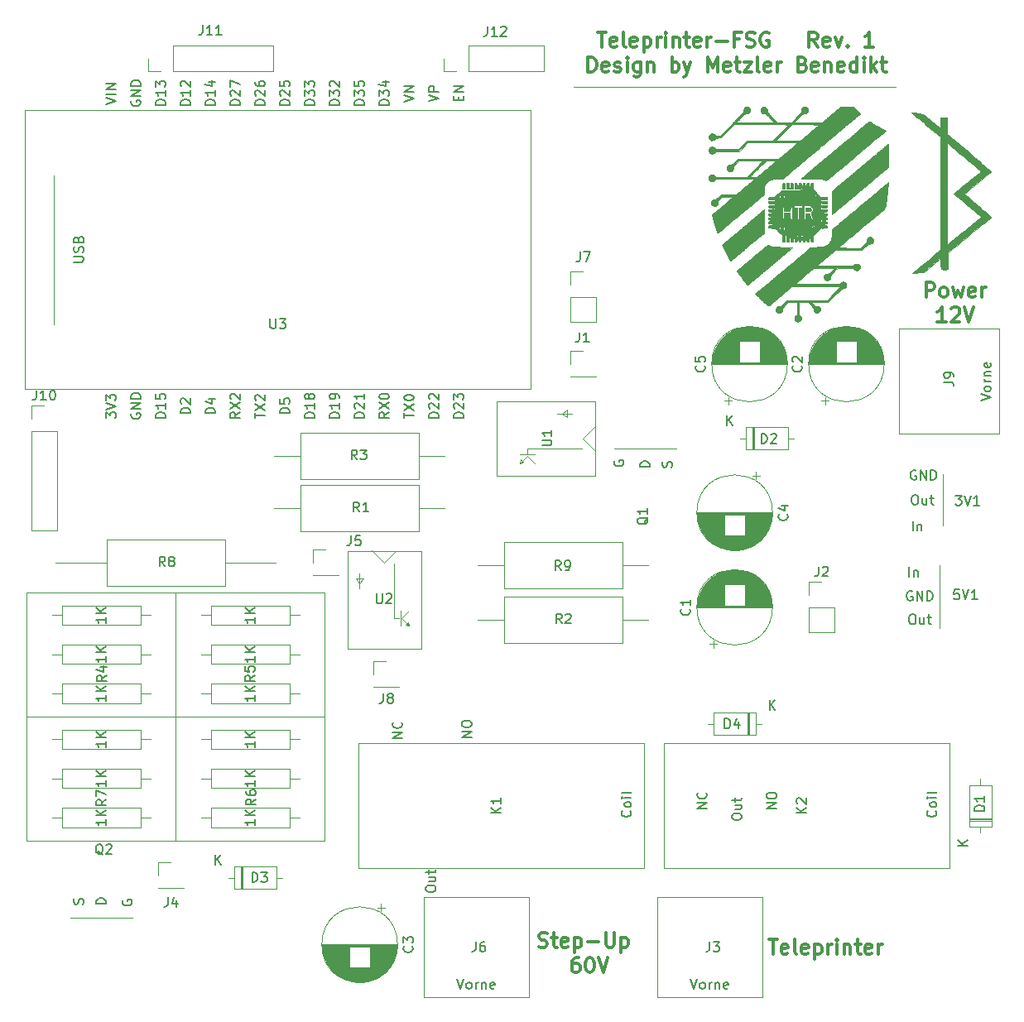
<source format=gbr>
G04 #@! TF.GenerationSoftware,KiCad,Pcbnew,(5.1.5)-3*
G04 #@! TF.CreationDate,2020-10-26T22:42:23+01:00*
G04 #@! TF.ProjectId,Fernschreiber,4665726e-7363-4687-9265-696265722e6b,v02*
G04 #@! TF.SameCoordinates,Original*
G04 #@! TF.FileFunction,Legend,Top*
G04 #@! TF.FilePolarity,Positive*
%FSLAX46Y46*%
G04 Gerber Fmt 4.6, Leading zero omitted, Abs format (unit mm)*
G04 Created by KiCad (PCBNEW (5.1.5)-3) date 2020-10-26 22:42:23*
%MOMM*%
%LPD*%
G04 APERTURE LIST*
%ADD10C,0.120000*%
%ADD11C,0.300000*%
%ADD12C,0.010000*%
%ADD13C,0.150000*%
G04 APERTURE END LIST*
D10*
X102000000Y-48000000D02*
X135000000Y-48000000D01*
D11*
X104464828Y-42404371D02*
X105321971Y-42404371D01*
X104893400Y-43904371D02*
X104893400Y-42404371D01*
X106393400Y-43832942D02*
X106250542Y-43904371D01*
X105964828Y-43904371D01*
X105821971Y-43832942D01*
X105750542Y-43690085D01*
X105750542Y-43118657D01*
X105821971Y-42975800D01*
X105964828Y-42904371D01*
X106250542Y-42904371D01*
X106393400Y-42975800D01*
X106464828Y-43118657D01*
X106464828Y-43261514D01*
X105750542Y-43404371D01*
X107321971Y-43904371D02*
X107179114Y-43832942D01*
X107107685Y-43690085D01*
X107107685Y-42404371D01*
X108464828Y-43832942D02*
X108321971Y-43904371D01*
X108036257Y-43904371D01*
X107893400Y-43832942D01*
X107821971Y-43690085D01*
X107821971Y-43118657D01*
X107893400Y-42975800D01*
X108036257Y-42904371D01*
X108321971Y-42904371D01*
X108464828Y-42975800D01*
X108536257Y-43118657D01*
X108536257Y-43261514D01*
X107821971Y-43404371D01*
X109179114Y-42904371D02*
X109179114Y-44404371D01*
X109179114Y-42975800D02*
X109321971Y-42904371D01*
X109607685Y-42904371D01*
X109750542Y-42975800D01*
X109821971Y-43047228D01*
X109893400Y-43190085D01*
X109893400Y-43618657D01*
X109821971Y-43761514D01*
X109750542Y-43832942D01*
X109607685Y-43904371D01*
X109321971Y-43904371D01*
X109179114Y-43832942D01*
X110536257Y-43904371D02*
X110536257Y-42904371D01*
X110536257Y-43190085D02*
X110607685Y-43047228D01*
X110679114Y-42975800D01*
X110821971Y-42904371D01*
X110964828Y-42904371D01*
X111464828Y-43904371D02*
X111464828Y-42904371D01*
X111464828Y-42404371D02*
X111393400Y-42475800D01*
X111464828Y-42547228D01*
X111536257Y-42475800D01*
X111464828Y-42404371D01*
X111464828Y-42547228D01*
X112179114Y-42904371D02*
X112179114Y-43904371D01*
X112179114Y-43047228D02*
X112250542Y-42975800D01*
X112393400Y-42904371D01*
X112607685Y-42904371D01*
X112750542Y-42975800D01*
X112821971Y-43118657D01*
X112821971Y-43904371D01*
X113321971Y-42904371D02*
X113893400Y-42904371D01*
X113536257Y-42404371D02*
X113536257Y-43690085D01*
X113607685Y-43832942D01*
X113750542Y-43904371D01*
X113893400Y-43904371D01*
X114964828Y-43832942D02*
X114821971Y-43904371D01*
X114536257Y-43904371D01*
X114393400Y-43832942D01*
X114321971Y-43690085D01*
X114321971Y-43118657D01*
X114393400Y-42975800D01*
X114536257Y-42904371D01*
X114821971Y-42904371D01*
X114964828Y-42975800D01*
X115036257Y-43118657D01*
X115036257Y-43261514D01*
X114321971Y-43404371D01*
X115679114Y-43904371D02*
X115679114Y-42904371D01*
X115679114Y-43190085D02*
X115750542Y-43047228D01*
X115821971Y-42975800D01*
X115964828Y-42904371D01*
X116107685Y-42904371D01*
X116607685Y-43332942D02*
X117750542Y-43332942D01*
X118964828Y-43118657D02*
X118464828Y-43118657D01*
X118464828Y-43904371D02*
X118464828Y-42404371D01*
X119179114Y-42404371D01*
X119679114Y-43832942D02*
X119893400Y-43904371D01*
X120250542Y-43904371D01*
X120393400Y-43832942D01*
X120464828Y-43761514D01*
X120536257Y-43618657D01*
X120536257Y-43475800D01*
X120464828Y-43332942D01*
X120393400Y-43261514D01*
X120250542Y-43190085D01*
X119964828Y-43118657D01*
X119821971Y-43047228D01*
X119750542Y-42975800D01*
X119679114Y-42832942D01*
X119679114Y-42690085D01*
X119750542Y-42547228D01*
X119821971Y-42475800D01*
X119964828Y-42404371D01*
X120321971Y-42404371D01*
X120536257Y-42475800D01*
X121964828Y-42475800D02*
X121821971Y-42404371D01*
X121607685Y-42404371D01*
X121393400Y-42475800D01*
X121250542Y-42618657D01*
X121179114Y-42761514D01*
X121107685Y-43047228D01*
X121107685Y-43261514D01*
X121179114Y-43547228D01*
X121250542Y-43690085D01*
X121393400Y-43832942D01*
X121607685Y-43904371D01*
X121750542Y-43904371D01*
X121964828Y-43832942D01*
X122036257Y-43761514D01*
X122036257Y-43261514D01*
X121750542Y-43261514D01*
X126964828Y-43904371D02*
X126464828Y-43190085D01*
X126107685Y-43904371D02*
X126107685Y-42404371D01*
X126679114Y-42404371D01*
X126821971Y-42475800D01*
X126893400Y-42547228D01*
X126964828Y-42690085D01*
X126964828Y-42904371D01*
X126893400Y-43047228D01*
X126821971Y-43118657D01*
X126679114Y-43190085D01*
X126107685Y-43190085D01*
X128179114Y-43832942D02*
X128036257Y-43904371D01*
X127750542Y-43904371D01*
X127607685Y-43832942D01*
X127536257Y-43690085D01*
X127536257Y-43118657D01*
X127607685Y-42975800D01*
X127750542Y-42904371D01*
X128036257Y-42904371D01*
X128179114Y-42975800D01*
X128250542Y-43118657D01*
X128250542Y-43261514D01*
X127536257Y-43404371D01*
X128750542Y-42904371D02*
X129107685Y-43904371D01*
X129464828Y-42904371D01*
X130036257Y-43761514D02*
X130107685Y-43832942D01*
X130036257Y-43904371D01*
X129964828Y-43832942D01*
X130036257Y-43761514D01*
X130036257Y-43904371D01*
X132679114Y-43904371D02*
X131821971Y-43904371D01*
X132250542Y-43904371D02*
X132250542Y-42404371D01*
X132107685Y-42618657D01*
X131964828Y-42761514D01*
X131821971Y-42832942D01*
X103500542Y-46454371D02*
X103500542Y-44954371D01*
X103857685Y-44954371D01*
X104071971Y-45025800D01*
X104214828Y-45168657D01*
X104286257Y-45311514D01*
X104357685Y-45597228D01*
X104357685Y-45811514D01*
X104286257Y-46097228D01*
X104214828Y-46240085D01*
X104071971Y-46382942D01*
X103857685Y-46454371D01*
X103500542Y-46454371D01*
X105571971Y-46382942D02*
X105429114Y-46454371D01*
X105143400Y-46454371D01*
X105000542Y-46382942D01*
X104929114Y-46240085D01*
X104929114Y-45668657D01*
X105000542Y-45525800D01*
X105143400Y-45454371D01*
X105429114Y-45454371D01*
X105571971Y-45525800D01*
X105643400Y-45668657D01*
X105643400Y-45811514D01*
X104929114Y-45954371D01*
X106214828Y-46382942D02*
X106357685Y-46454371D01*
X106643400Y-46454371D01*
X106786257Y-46382942D01*
X106857685Y-46240085D01*
X106857685Y-46168657D01*
X106786257Y-46025800D01*
X106643400Y-45954371D01*
X106429114Y-45954371D01*
X106286257Y-45882942D01*
X106214828Y-45740085D01*
X106214828Y-45668657D01*
X106286257Y-45525800D01*
X106429114Y-45454371D01*
X106643400Y-45454371D01*
X106786257Y-45525800D01*
X107500542Y-46454371D02*
X107500542Y-45454371D01*
X107500542Y-44954371D02*
X107429114Y-45025800D01*
X107500542Y-45097228D01*
X107571971Y-45025800D01*
X107500542Y-44954371D01*
X107500542Y-45097228D01*
X108857685Y-45454371D02*
X108857685Y-46668657D01*
X108786257Y-46811514D01*
X108714828Y-46882942D01*
X108571971Y-46954371D01*
X108357685Y-46954371D01*
X108214828Y-46882942D01*
X108857685Y-46382942D02*
X108714828Y-46454371D01*
X108429114Y-46454371D01*
X108286257Y-46382942D01*
X108214828Y-46311514D01*
X108143400Y-46168657D01*
X108143400Y-45740085D01*
X108214828Y-45597228D01*
X108286257Y-45525800D01*
X108429114Y-45454371D01*
X108714828Y-45454371D01*
X108857685Y-45525800D01*
X109571971Y-45454371D02*
X109571971Y-46454371D01*
X109571971Y-45597228D02*
X109643400Y-45525800D01*
X109786257Y-45454371D01*
X110000542Y-45454371D01*
X110143400Y-45525800D01*
X110214828Y-45668657D01*
X110214828Y-46454371D01*
X112071971Y-46454371D02*
X112071971Y-44954371D01*
X112071971Y-45525800D02*
X112214828Y-45454371D01*
X112500542Y-45454371D01*
X112643400Y-45525800D01*
X112714828Y-45597228D01*
X112786257Y-45740085D01*
X112786257Y-46168657D01*
X112714828Y-46311514D01*
X112643400Y-46382942D01*
X112500542Y-46454371D01*
X112214828Y-46454371D01*
X112071971Y-46382942D01*
X113286257Y-45454371D02*
X113643400Y-46454371D01*
X114000542Y-45454371D02*
X113643400Y-46454371D01*
X113500542Y-46811514D01*
X113429114Y-46882942D01*
X113286257Y-46954371D01*
X115714828Y-46454371D02*
X115714828Y-44954371D01*
X116214828Y-46025800D01*
X116714828Y-44954371D01*
X116714828Y-46454371D01*
X118000542Y-46382942D02*
X117857685Y-46454371D01*
X117571971Y-46454371D01*
X117429114Y-46382942D01*
X117357685Y-46240085D01*
X117357685Y-45668657D01*
X117429114Y-45525800D01*
X117571971Y-45454371D01*
X117857685Y-45454371D01*
X118000542Y-45525800D01*
X118071971Y-45668657D01*
X118071971Y-45811514D01*
X117357685Y-45954371D01*
X118500542Y-45454371D02*
X119071971Y-45454371D01*
X118714828Y-44954371D02*
X118714828Y-46240085D01*
X118786257Y-46382942D01*
X118929114Y-46454371D01*
X119071971Y-46454371D01*
X119429114Y-45454371D02*
X120214828Y-45454371D01*
X119429114Y-46454371D01*
X120214828Y-46454371D01*
X121000542Y-46454371D02*
X120857685Y-46382942D01*
X120786257Y-46240085D01*
X120786257Y-44954371D01*
X122143400Y-46382942D02*
X122000542Y-46454371D01*
X121714828Y-46454371D01*
X121571971Y-46382942D01*
X121500542Y-46240085D01*
X121500542Y-45668657D01*
X121571971Y-45525800D01*
X121714828Y-45454371D01*
X122000542Y-45454371D01*
X122143400Y-45525800D01*
X122214828Y-45668657D01*
X122214828Y-45811514D01*
X121500542Y-45954371D01*
X122857685Y-46454371D02*
X122857685Y-45454371D01*
X122857685Y-45740085D02*
X122929114Y-45597228D01*
X123000542Y-45525800D01*
X123143400Y-45454371D01*
X123286257Y-45454371D01*
X125429114Y-45668657D02*
X125643400Y-45740085D01*
X125714828Y-45811514D01*
X125786257Y-45954371D01*
X125786257Y-46168657D01*
X125714828Y-46311514D01*
X125643400Y-46382942D01*
X125500542Y-46454371D01*
X124929114Y-46454371D01*
X124929114Y-44954371D01*
X125429114Y-44954371D01*
X125571971Y-45025800D01*
X125643400Y-45097228D01*
X125714828Y-45240085D01*
X125714828Y-45382942D01*
X125643400Y-45525800D01*
X125571971Y-45597228D01*
X125429114Y-45668657D01*
X124929114Y-45668657D01*
X127000542Y-46382942D02*
X126857685Y-46454371D01*
X126571971Y-46454371D01*
X126429114Y-46382942D01*
X126357685Y-46240085D01*
X126357685Y-45668657D01*
X126429114Y-45525800D01*
X126571971Y-45454371D01*
X126857685Y-45454371D01*
X127000542Y-45525800D01*
X127071971Y-45668657D01*
X127071971Y-45811514D01*
X126357685Y-45954371D01*
X127714828Y-45454371D02*
X127714828Y-46454371D01*
X127714828Y-45597228D02*
X127786257Y-45525800D01*
X127929114Y-45454371D01*
X128143400Y-45454371D01*
X128286257Y-45525800D01*
X128357685Y-45668657D01*
X128357685Y-46454371D01*
X129643400Y-46382942D02*
X129500542Y-46454371D01*
X129214828Y-46454371D01*
X129071971Y-46382942D01*
X129000542Y-46240085D01*
X129000542Y-45668657D01*
X129071971Y-45525800D01*
X129214828Y-45454371D01*
X129500542Y-45454371D01*
X129643400Y-45525800D01*
X129714828Y-45668657D01*
X129714828Y-45811514D01*
X129000542Y-45954371D01*
X131000542Y-46454371D02*
X131000542Y-44954371D01*
X131000542Y-46382942D02*
X130857685Y-46454371D01*
X130571971Y-46454371D01*
X130429114Y-46382942D01*
X130357685Y-46311514D01*
X130286257Y-46168657D01*
X130286257Y-45740085D01*
X130357685Y-45597228D01*
X130429114Y-45525800D01*
X130571971Y-45454371D01*
X130857685Y-45454371D01*
X131000542Y-45525800D01*
X131714828Y-46454371D02*
X131714828Y-45454371D01*
X131714828Y-44954371D02*
X131643400Y-45025800D01*
X131714828Y-45097228D01*
X131786257Y-45025800D01*
X131714828Y-44954371D01*
X131714828Y-45097228D01*
X132429114Y-46454371D02*
X132429114Y-44954371D01*
X132571971Y-45882942D02*
X133000542Y-46454371D01*
X133000542Y-45454371D02*
X132429114Y-46025800D01*
X133429114Y-45454371D02*
X134000542Y-45454371D01*
X133643400Y-44954371D02*
X133643400Y-46240085D01*
X133714828Y-46382942D01*
X133857685Y-46454371D01*
X134000542Y-46454371D01*
X138056514Y-69507571D02*
X138056514Y-68007571D01*
X138627942Y-68007571D01*
X138770800Y-68079000D01*
X138842228Y-68150428D01*
X138913657Y-68293285D01*
X138913657Y-68507571D01*
X138842228Y-68650428D01*
X138770800Y-68721857D01*
X138627942Y-68793285D01*
X138056514Y-68793285D01*
X139770800Y-69507571D02*
X139627942Y-69436142D01*
X139556514Y-69364714D01*
X139485085Y-69221857D01*
X139485085Y-68793285D01*
X139556514Y-68650428D01*
X139627942Y-68579000D01*
X139770800Y-68507571D01*
X139985085Y-68507571D01*
X140127942Y-68579000D01*
X140199371Y-68650428D01*
X140270800Y-68793285D01*
X140270800Y-69221857D01*
X140199371Y-69364714D01*
X140127942Y-69436142D01*
X139985085Y-69507571D01*
X139770800Y-69507571D01*
X140770800Y-68507571D02*
X141056514Y-69507571D01*
X141342228Y-68793285D01*
X141627942Y-69507571D01*
X141913657Y-68507571D01*
X143056514Y-69436142D02*
X142913657Y-69507571D01*
X142627942Y-69507571D01*
X142485085Y-69436142D01*
X142413657Y-69293285D01*
X142413657Y-68721857D01*
X142485085Y-68579000D01*
X142627942Y-68507571D01*
X142913657Y-68507571D01*
X143056514Y-68579000D01*
X143127942Y-68721857D01*
X143127942Y-68864714D01*
X142413657Y-69007571D01*
X143770800Y-69507571D02*
X143770800Y-68507571D01*
X143770800Y-68793285D02*
X143842228Y-68650428D01*
X143913657Y-68579000D01*
X144056514Y-68507571D01*
X144199371Y-68507571D01*
X140092228Y-72057571D02*
X139235085Y-72057571D01*
X139663657Y-72057571D02*
X139663657Y-70557571D01*
X139520800Y-70771857D01*
X139377942Y-70914714D01*
X139235085Y-70986142D01*
X140663657Y-70700428D02*
X140735085Y-70629000D01*
X140877942Y-70557571D01*
X141235085Y-70557571D01*
X141377942Y-70629000D01*
X141449371Y-70700428D01*
X141520800Y-70843285D01*
X141520800Y-70986142D01*
X141449371Y-71200428D01*
X140592228Y-72057571D01*
X141520800Y-72057571D01*
X141949371Y-70557571D02*
X142449371Y-72057571D01*
X142949371Y-70557571D01*
X98463742Y-135958742D02*
X98678028Y-136030171D01*
X99035171Y-136030171D01*
X99178028Y-135958742D01*
X99249457Y-135887314D01*
X99320885Y-135744457D01*
X99320885Y-135601600D01*
X99249457Y-135458742D01*
X99178028Y-135387314D01*
X99035171Y-135315885D01*
X98749457Y-135244457D01*
X98606600Y-135173028D01*
X98535171Y-135101600D01*
X98463742Y-134958742D01*
X98463742Y-134815885D01*
X98535171Y-134673028D01*
X98606600Y-134601600D01*
X98749457Y-134530171D01*
X99106600Y-134530171D01*
X99320885Y-134601600D01*
X99749457Y-135030171D02*
X100320885Y-135030171D01*
X99963742Y-134530171D02*
X99963742Y-135815885D01*
X100035171Y-135958742D01*
X100178028Y-136030171D01*
X100320885Y-136030171D01*
X101392314Y-135958742D02*
X101249457Y-136030171D01*
X100963742Y-136030171D01*
X100820885Y-135958742D01*
X100749457Y-135815885D01*
X100749457Y-135244457D01*
X100820885Y-135101600D01*
X100963742Y-135030171D01*
X101249457Y-135030171D01*
X101392314Y-135101600D01*
X101463742Y-135244457D01*
X101463742Y-135387314D01*
X100749457Y-135530171D01*
X102106600Y-135030171D02*
X102106600Y-136530171D01*
X102106600Y-135101600D02*
X102249457Y-135030171D01*
X102535171Y-135030171D01*
X102678028Y-135101600D01*
X102749457Y-135173028D01*
X102820885Y-135315885D01*
X102820885Y-135744457D01*
X102749457Y-135887314D01*
X102678028Y-135958742D01*
X102535171Y-136030171D01*
X102249457Y-136030171D01*
X102106600Y-135958742D01*
X103463742Y-135458742D02*
X104606600Y-135458742D01*
X105320885Y-134530171D02*
X105320885Y-135744457D01*
X105392314Y-135887314D01*
X105463742Y-135958742D01*
X105606600Y-136030171D01*
X105892314Y-136030171D01*
X106035171Y-135958742D01*
X106106600Y-135887314D01*
X106178028Y-135744457D01*
X106178028Y-134530171D01*
X106892314Y-135030171D02*
X106892314Y-136530171D01*
X106892314Y-135101600D02*
X107035171Y-135030171D01*
X107320885Y-135030171D01*
X107463742Y-135101600D01*
X107535171Y-135173028D01*
X107606600Y-135315885D01*
X107606600Y-135744457D01*
X107535171Y-135887314D01*
X107463742Y-135958742D01*
X107320885Y-136030171D01*
X107035171Y-136030171D01*
X106892314Y-135958742D01*
X102535171Y-137080171D02*
X102249457Y-137080171D01*
X102106600Y-137151600D01*
X102035171Y-137223028D01*
X101892314Y-137437314D01*
X101820885Y-137723028D01*
X101820885Y-138294457D01*
X101892314Y-138437314D01*
X101963742Y-138508742D01*
X102106600Y-138580171D01*
X102392314Y-138580171D01*
X102535171Y-138508742D01*
X102606600Y-138437314D01*
X102678028Y-138294457D01*
X102678028Y-137937314D01*
X102606600Y-137794457D01*
X102535171Y-137723028D01*
X102392314Y-137651600D01*
X102106600Y-137651600D01*
X101963742Y-137723028D01*
X101892314Y-137794457D01*
X101820885Y-137937314D01*
X103606600Y-137080171D02*
X103749457Y-137080171D01*
X103892314Y-137151600D01*
X103963742Y-137223028D01*
X104035171Y-137365885D01*
X104106600Y-137651600D01*
X104106600Y-138008742D01*
X104035171Y-138294457D01*
X103963742Y-138437314D01*
X103892314Y-138508742D01*
X103749457Y-138580171D01*
X103606600Y-138580171D01*
X103463742Y-138508742D01*
X103392314Y-138437314D01*
X103320885Y-138294457D01*
X103249457Y-138008742D01*
X103249457Y-137651600D01*
X103320885Y-137365885D01*
X103392314Y-137223028D01*
X103463742Y-137151600D01*
X103606600Y-137080171D01*
X104535171Y-137080171D02*
X105035171Y-138580171D01*
X105535171Y-137080171D01*
X121965971Y-135220971D02*
X122823114Y-135220971D01*
X122394542Y-136720971D02*
X122394542Y-135220971D01*
X123894542Y-136649542D02*
X123751685Y-136720971D01*
X123465971Y-136720971D01*
X123323114Y-136649542D01*
X123251685Y-136506685D01*
X123251685Y-135935257D01*
X123323114Y-135792400D01*
X123465971Y-135720971D01*
X123751685Y-135720971D01*
X123894542Y-135792400D01*
X123965971Y-135935257D01*
X123965971Y-136078114D01*
X123251685Y-136220971D01*
X124823114Y-136720971D02*
X124680257Y-136649542D01*
X124608828Y-136506685D01*
X124608828Y-135220971D01*
X125965971Y-136649542D02*
X125823114Y-136720971D01*
X125537400Y-136720971D01*
X125394542Y-136649542D01*
X125323114Y-136506685D01*
X125323114Y-135935257D01*
X125394542Y-135792400D01*
X125537400Y-135720971D01*
X125823114Y-135720971D01*
X125965971Y-135792400D01*
X126037400Y-135935257D01*
X126037400Y-136078114D01*
X125323114Y-136220971D01*
X126680257Y-135720971D02*
X126680257Y-137220971D01*
X126680257Y-135792400D02*
X126823114Y-135720971D01*
X127108828Y-135720971D01*
X127251685Y-135792400D01*
X127323114Y-135863828D01*
X127394542Y-136006685D01*
X127394542Y-136435257D01*
X127323114Y-136578114D01*
X127251685Y-136649542D01*
X127108828Y-136720971D01*
X126823114Y-136720971D01*
X126680257Y-136649542D01*
X128037400Y-136720971D02*
X128037400Y-135720971D01*
X128037400Y-136006685D02*
X128108828Y-135863828D01*
X128180257Y-135792400D01*
X128323114Y-135720971D01*
X128465971Y-135720971D01*
X128965971Y-136720971D02*
X128965971Y-135720971D01*
X128965971Y-135220971D02*
X128894542Y-135292400D01*
X128965971Y-135363828D01*
X129037400Y-135292400D01*
X128965971Y-135220971D01*
X128965971Y-135363828D01*
X129680257Y-135720971D02*
X129680257Y-136720971D01*
X129680257Y-135863828D02*
X129751685Y-135792400D01*
X129894542Y-135720971D01*
X130108828Y-135720971D01*
X130251685Y-135792400D01*
X130323114Y-135935257D01*
X130323114Y-136720971D01*
X130823114Y-135720971D02*
X131394542Y-135720971D01*
X131037400Y-135220971D02*
X131037400Y-136506685D01*
X131108828Y-136649542D01*
X131251685Y-136720971D01*
X131394542Y-136720971D01*
X132465971Y-136649542D02*
X132323114Y-136720971D01*
X132037400Y-136720971D01*
X131894542Y-136649542D01*
X131823114Y-136506685D01*
X131823114Y-135935257D01*
X131894542Y-135792400D01*
X132037400Y-135720971D01*
X132323114Y-135720971D01*
X132465971Y-135792400D01*
X132537400Y-135935257D01*
X132537400Y-136078114D01*
X131823114Y-136220971D01*
X133180257Y-136720971D02*
X133180257Y-135720971D01*
X133180257Y-136006685D02*
X133251685Y-135863828D01*
X133323114Y-135792400D01*
X133465971Y-135720971D01*
X133608828Y-135720971D01*
D10*
X135336600Y-83455000D02*
X135336600Y-72755000D01*
X135336600Y-72755000D02*
X145536600Y-72755000D01*
X145536600Y-72755000D02*
X145536600Y-83455000D01*
X145536600Y-83455000D02*
X135336600Y-83455000D01*
X110601000Y-130917000D02*
X121301000Y-130917000D01*
X121301000Y-130917000D02*
X121301000Y-141117000D01*
X121301000Y-141117000D02*
X110601000Y-141117000D01*
X110601000Y-141117000D02*
X110601000Y-130917000D01*
X86725000Y-141117000D02*
X86725000Y-130917000D01*
X97425000Y-141117000D02*
X86725000Y-141117000D01*
X97425000Y-130917000D02*
X97425000Y-141117000D01*
X86725000Y-130917000D02*
X97425000Y-130917000D01*
X97605000Y-78893000D02*
X45905000Y-78893000D01*
X45905000Y-78893000D02*
X45905000Y-50393000D01*
X45905000Y-50393000D02*
X97605000Y-50393000D01*
X97605000Y-50393000D02*
X97605000Y-78893000D01*
X48895000Y-72263000D02*
X48895000Y-57023000D01*
D12*
G36*
X136725672Y-50601262D02*
G01*
X136832796Y-50614835D01*
X136978347Y-50636479D01*
X137167535Y-50666651D01*
X137215168Y-50674420D01*
X137791037Y-50768609D01*
X138612365Y-51463754D01*
X138788587Y-51612843D01*
X138953914Y-51752600D01*
X139104071Y-51879420D01*
X139234784Y-51989697D01*
X139341777Y-52079826D01*
X139420775Y-52146201D01*
X139467502Y-52185217D01*
X139477615Y-52193485D01*
X139491935Y-52202097D01*
X139502640Y-52198440D01*
X139510153Y-52176706D01*
X139514898Y-52131085D01*
X139517296Y-52055768D01*
X139517772Y-51944946D01*
X139516748Y-51792809D01*
X139515519Y-51672785D01*
X139509500Y-51117500D01*
X139846050Y-51110412D01*
X140182600Y-51103325D01*
X140182600Y-52796568D01*
X142455900Y-54722811D01*
X142749295Y-54971460D01*
X143031679Y-55210866D01*
X143300655Y-55438992D01*
X143553827Y-55653803D01*
X143788798Y-55853262D01*
X144003173Y-56035332D01*
X144194555Y-56197978D01*
X144360548Y-56339163D01*
X144498754Y-56456852D01*
X144606779Y-56549007D01*
X144682225Y-56613593D01*
X144722696Y-56648573D01*
X144729200Y-56654496D01*
X144710011Y-56671006D01*
X144654547Y-56716977D01*
X144565955Y-56789835D01*
X144447385Y-56887005D01*
X144301987Y-57005913D01*
X144132911Y-57143985D01*
X143943305Y-57298648D01*
X143736319Y-57467326D01*
X143515102Y-57647446D01*
X143344900Y-57785930D01*
X143115135Y-57973024D01*
X142897291Y-58150803D01*
X142694520Y-58316672D01*
X142509975Y-58468032D01*
X142346810Y-58602284D01*
X142208176Y-58716833D01*
X142097227Y-58809079D01*
X142017115Y-58876424D01*
X141970993Y-58916272D01*
X141960600Y-58926513D01*
X141979511Y-58944895D01*
X142034189Y-58993372D01*
X142121552Y-59069306D01*
X142238517Y-59170063D01*
X142382002Y-59293003D01*
X142548925Y-59435492D01*
X142736204Y-59594892D01*
X142940755Y-59768566D01*
X143159496Y-59953878D01*
X143343305Y-60109301D01*
X143571356Y-60302324D01*
X143787718Y-60486135D01*
X143989300Y-60658065D01*
X144173010Y-60815444D01*
X144335757Y-60955605D01*
X144474450Y-61075878D01*
X144585997Y-61173594D01*
X144667308Y-61246085D01*
X144715292Y-61290681D01*
X144727605Y-61304469D01*
X144709367Y-61329184D01*
X144658146Y-61378833D01*
X144580978Y-61447062D01*
X144484901Y-61527515D01*
X144443450Y-61561134D01*
X144379526Y-61612741D01*
X144279775Y-61693572D01*
X144147738Y-61800746D01*
X143986958Y-61931382D01*
X143800976Y-62082598D01*
X143593334Y-62251514D01*
X143367574Y-62435249D01*
X143127238Y-62630923D01*
X142875867Y-62835653D01*
X142617003Y-63046559D01*
X142481300Y-63157152D01*
X142220342Y-63369797D01*
X141965324Y-63577515D01*
X141719756Y-63777454D01*
X141487145Y-63966760D01*
X141271001Y-64142581D01*
X141074833Y-64302063D01*
X140902148Y-64442354D01*
X140756455Y-64560600D01*
X140641264Y-64653950D01*
X140560083Y-64719549D01*
X140532173Y-64741988D01*
X140259447Y-64960500D01*
X140259123Y-65804566D01*
X140258800Y-66648632D01*
X140201650Y-66662854D01*
X140153438Y-66668036D01*
X140067693Y-66670941D01*
X139957643Y-66671302D01*
X139865100Y-66669688D01*
X139585700Y-66662300D01*
X139573000Y-66098847D01*
X139560300Y-65535395D01*
X137858500Y-66918931D01*
X137299700Y-66987844D01*
X137100507Y-67012260D01*
X136946282Y-67030646D01*
X136831598Y-67043389D01*
X136751031Y-67050878D01*
X136699156Y-67053503D01*
X136670546Y-67051651D01*
X136659776Y-67045711D01*
X136661422Y-67036072D01*
X136662939Y-67033448D01*
X136685192Y-67012617D01*
X136744711Y-66961974D01*
X136841740Y-66881319D01*
X136976524Y-66770452D01*
X137149308Y-66629174D01*
X137360337Y-66457285D01*
X137609856Y-66254585D01*
X137898110Y-66020875D01*
X138225344Y-65755955D01*
X138591803Y-65459625D01*
X138887200Y-65220957D01*
X139560300Y-64677285D01*
X139554822Y-63155192D01*
X139554098Y-62956503D01*
X139553189Y-62711050D01*
X139552111Y-62422867D01*
X139550878Y-62095991D01*
X139549507Y-61734455D01*
X139548013Y-61342296D01*
X139546411Y-60923548D01*
X139544717Y-60482246D01*
X139542947Y-60022427D01*
X139541115Y-59548124D01*
X139539237Y-59063373D01*
X139537329Y-58572210D01*
X139535407Y-58078669D01*
X139533485Y-57586786D01*
X139532649Y-57373469D01*
X139521351Y-54490524D01*
X140209810Y-54490524D01*
X140209976Y-54737054D01*
X140210322Y-55015910D01*
X140210836Y-55324174D01*
X140211510Y-55658929D01*
X140212331Y-56017257D01*
X140213289Y-56396241D01*
X140214374Y-56792962D01*
X140215575Y-57204505D01*
X140216882Y-57627950D01*
X140218284Y-58060382D01*
X140219770Y-58498881D01*
X140221329Y-58940530D01*
X140222952Y-59382413D01*
X140224627Y-59821611D01*
X140226344Y-60255207D01*
X140228092Y-60680284D01*
X140229860Y-61093923D01*
X140231639Y-61493207D01*
X140233417Y-61875220D01*
X140235184Y-62237042D01*
X140236929Y-62575758D01*
X140238642Y-62888448D01*
X140240311Y-63172196D01*
X140241927Y-63424085D01*
X140243479Y-63641195D01*
X140244956Y-63820611D01*
X140246347Y-63959415D01*
X140247642Y-64054688D01*
X140248831Y-64103514D01*
X140249373Y-64109600D01*
X140270298Y-64093965D01*
X140326719Y-64049083D01*
X140414905Y-63977987D01*
X140531128Y-63883710D01*
X140671656Y-63769285D01*
X140832762Y-63637746D01*
X141010715Y-63492126D01*
X141201785Y-63335457D01*
X141256608Y-63290450D01*
X141483467Y-63104292D01*
X141725238Y-62906137D01*
X141973714Y-62702695D01*
X142220686Y-62500679D01*
X142457949Y-62306800D01*
X142677293Y-62127769D01*
X142870512Y-61970299D01*
X142969959Y-61889388D01*
X143133245Y-61755827D01*
X143282759Y-61631946D01*
X143414194Y-61521435D01*
X143523246Y-61427984D01*
X143605609Y-61355281D01*
X143656978Y-61307017D01*
X143673049Y-61286882D01*
X143652031Y-61267458D01*
X143595335Y-61217890D01*
X143506074Y-61140837D01*
X143387361Y-61038958D01*
X143242308Y-60914913D01*
X143074028Y-60771360D01*
X142885633Y-60610957D01*
X142680236Y-60436364D01*
X142460949Y-60250239D01*
X142277060Y-60094358D01*
X142049316Y-59901327D01*
X141833261Y-59718047D01*
X141631971Y-59547137D01*
X141448518Y-59391211D01*
X141285974Y-59252889D01*
X141147414Y-59134785D01*
X141035911Y-59039518D01*
X140954538Y-58969703D01*
X140906368Y-58927958D01*
X140893800Y-58916514D01*
X140912986Y-58899923D01*
X140968448Y-58853868D01*
X141057035Y-58780925D01*
X141175600Y-58683670D01*
X141320994Y-58564677D01*
X141490067Y-58426523D01*
X141679673Y-58271781D01*
X141886661Y-58103028D01*
X142107884Y-57922838D01*
X142278532Y-57783949D01*
X142508186Y-57596769D01*
X142725748Y-57418806D01*
X142928084Y-57252663D01*
X143112060Y-57100945D01*
X143274540Y-56966257D01*
X143412391Y-56851203D01*
X143522478Y-56758386D01*
X143601665Y-56690412D01*
X143646819Y-56649885D01*
X143656482Y-56639106D01*
X143636463Y-56619976D01*
X143580890Y-56570739D01*
X143492959Y-56494140D01*
X143375863Y-56392925D01*
X143232796Y-56269840D01*
X143066954Y-56127629D01*
X142881529Y-55969039D01*
X142679716Y-55796815D01*
X142464710Y-55613702D01*
X142354300Y-55519807D01*
X142119549Y-55320233D01*
X141885261Y-55120991D01*
X141656126Y-54926074D01*
X141436834Y-54739472D01*
X141232072Y-54565178D01*
X141046532Y-54407184D01*
X140884901Y-54269480D01*
X140751869Y-54156058D01*
X140652125Y-54070911D01*
X140639800Y-54060375D01*
X140220700Y-53702052D01*
X140212049Y-53844876D01*
X140211157Y-53886014D01*
X140210498Y-53974065D01*
X140210061Y-54106112D01*
X140209835Y-54279238D01*
X140209810Y-54490524D01*
X139521351Y-54490524D01*
X139515955Y-53113839D01*
X138047375Y-51874369D01*
X137812246Y-51675729D01*
X137588714Y-51486507D01*
X137379774Y-51309263D01*
X137188423Y-51146558D01*
X137017659Y-51000951D01*
X136870477Y-50875003D01*
X136749875Y-50771273D01*
X136658849Y-50692322D01*
X136600396Y-50640709D01*
X136577513Y-50618994D01*
X136577297Y-50618567D01*
X136582789Y-50604413D01*
X136605877Y-50596507D01*
X136651768Y-50595305D01*
X136725672Y-50601262D01*
G37*
X136725672Y-50601262D02*
X136832796Y-50614835D01*
X136978347Y-50636479D01*
X137167535Y-50666651D01*
X137215168Y-50674420D01*
X137791037Y-50768609D01*
X138612365Y-51463754D01*
X138788587Y-51612843D01*
X138953914Y-51752600D01*
X139104071Y-51879420D01*
X139234784Y-51989697D01*
X139341777Y-52079826D01*
X139420775Y-52146201D01*
X139467502Y-52185217D01*
X139477615Y-52193485D01*
X139491935Y-52202097D01*
X139502640Y-52198440D01*
X139510153Y-52176706D01*
X139514898Y-52131085D01*
X139517296Y-52055768D01*
X139517772Y-51944946D01*
X139516748Y-51792809D01*
X139515519Y-51672785D01*
X139509500Y-51117500D01*
X139846050Y-51110412D01*
X140182600Y-51103325D01*
X140182600Y-52796568D01*
X142455900Y-54722811D01*
X142749295Y-54971460D01*
X143031679Y-55210866D01*
X143300655Y-55438992D01*
X143553827Y-55653803D01*
X143788798Y-55853262D01*
X144003173Y-56035332D01*
X144194555Y-56197978D01*
X144360548Y-56339163D01*
X144498754Y-56456852D01*
X144606779Y-56549007D01*
X144682225Y-56613593D01*
X144722696Y-56648573D01*
X144729200Y-56654496D01*
X144710011Y-56671006D01*
X144654547Y-56716977D01*
X144565955Y-56789835D01*
X144447385Y-56887005D01*
X144301987Y-57005913D01*
X144132911Y-57143985D01*
X143943305Y-57298648D01*
X143736319Y-57467326D01*
X143515102Y-57647446D01*
X143344900Y-57785930D01*
X143115135Y-57973024D01*
X142897291Y-58150803D01*
X142694520Y-58316672D01*
X142509975Y-58468032D01*
X142346810Y-58602284D01*
X142208176Y-58716833D01*
X142097227Y-58809079D01*
X142017115Y-58876424D01*
X141970993Y-58916272D01*
X141960600Y-58926513D01*
X141979511Y-58944895D01*
X142034189Y-58993372D01*
X142121552Y-59069306D01*
X142238517Y-59170063D01*
X142382002Y-59293003D01*
X142548925Y-59435492D01*
X142736204Y-59594892D01*
X142940755Y-59768566D01*
X143159496Y-59953878D01*
X143343305Y-60109301D01*
X143571356Y-60302324D01*
X143787718Y-60486135D01*
X143989300Y-60658065D01*
X144173010Y-60815444D01*
X144335757Y-60955605D01*
X144474450Y-61075878D01*
X144585997Y-61173594D01*
X144667308Y-61246085D01*
X144715292Y-61290681D01*
X144727605Y-61304469D01*
X144709367Y-61329184D01*
X144658146Y-61378833D01*
X144580978Y-61447062D01*
X144484901Y-61527515D01*
X144443450Y-61561134D01*
X144379526Y-61612741D01*
X144279775Y-61693572D01*
X144147738Y-61800746D01*
X143986958Y-61931382D01*
X143800976Y-62082598D01*
X143593334Y-62251514D01*
X143367574Y-62435249D01*
X143127238Y-62630923D01*
X142875867Y-62835653D01*
X142617003Y-63046559D01*
X142481300Y-63157152D01*
X142220342Y-63369797D01*
X141965324Y-63577515D01*
X141719756Y-63777454D01*
X141487145Y-63966760D01*
X141271001Y-64142581D01*
X141074833Y-64302063D01*
X140902148Y-64442354D01*
X140756455Y-64560600D01*
X140641264Y-64653950D01*
X140560083Y-64719549D01*
X140532173Y-64741988D01*
X140259447Y-64960500D01*
X140259123Y-65804566D01*
X140258800Y-66648632D01*
X140201650Y-66662854D01*
X140153438Y-66668036D01*
X140067693Y-66670941D01*
X139957643Y-66671302D01*
X139865100Y-66669688D01*
X139585700Y-66662300D01*
X139573000Y-66098847D01*
X139560300Y-65535395D01*
X137858500Y-66918931D01*
X137299700Y-66987844D01*
X137100507Y-67012260D01*
X136946282Y-67030646D01*
X136831598Y-67043389D01*
X136751031Y-67050878D01*
X136699156Y-67053503D01*
X136670546Y-67051651D01*
X136659776Y-67045711D01*
X136661422Y-67036072D01*
X136662939Y-67033448D01*
X136685192Y-67012617D01*
X136744711Y-66961974D01*
X136841740Y-66881319D01*
X136976524Y-66770452D01*
X137149308Y-66629174D01*
X137360337Y-66457285D01*
X137609856Y-66254585D01*
X137898110Y-66020875D01*
X138225344Y-65755955D01*
X138591803Y-65459625D01*
X138887200Y-65220957D01*
X139560300Y-64677285D01*
X139554822Y-63155192D01*
X139554098Y-62956503D01*
X139553189Y-62711050D01*
X139552111Y-62422867D01*
X139550878Y-62095991D01*
X139549507Y-61734455D01*
X139548013Y-61342296D01*
X139546411Y-60923548D01*
X139544717Y-60482246D01*
X139542947Y-60022427D01*
X139541115Y-59548124D01*
X139539237Y-59063373D01*
X139537329Y-58572210D01*
X139535407Y-58078669D01*
X139533485Y-57586786D01*
X139532649Y-57373469D01*
X139521351Y-54490524D01*
X140209810Y-54490524D01*
X140209976Y-54737054D01*
X140210322Y-55015910D01*
X140210836Y-55324174D01*
X140211510Y-55658929D01*
X140212331Y-56017257D01*
X140213289Y-56396241D01*
X140214374Y-56792962D01*
X140215575Y-57204505D01*
X140216882Y-57627950D01*
X140218284Y-58060382D01*
X140219770Y-58498881D01*
X140221329Y-58940530D01*
X140222952Y-59382413D01*
X140224627Y-59821611D01*
X140226344Y-60255207D01*
X140228092Y-60680284D01*
X140229860Y-61093923D01*
X140231639Y-61493207D01*
X140233417Y-61875220D01*
X140235184Y-62237042D01*
X140236929Y-62575758D01*
X140238642Y-62888448D01*
X140240311Y-63172196D01*
X140241927Y-63424085D01*
X140243479Y-63641195D01*
X140244956Y-63820611D01*
X140246347Y-63959415D01*
X140247642Y-64054688D01*
X140248831Y-64103514D01*
X140249373Y-64109600D01*
X140270298Y-64093965D01*
X140326719Y-64049083D01*
X140414905Y-63977987D01*
X140531128Y-63883710D01*
X140671656Y-63769285D01*
X140832762Y-63637746D01*
X141010715Y-63492126D01*
X141201785Y-63335457D01*
X141256608Y-63290450D01*
X141483467Y-63104292D01*
X141725238Y-62906137D01*
X141973714Y-62702695D01*
X142220686Y-62500679D01*
X142457949Y-62306800D01*
X142677293Y-62127769D01*
X142870512Y-61970299D01*
X142969959Y-61889388D01*
X143133245Y-61755827D01*
X143282759Y-61631946D01*
X143414194Y-61521435D01*
X143523246Y-61427984D01*
X143605609Y-61355281D01*
X143656978Y-61307017D01*
X143673049Y-61286882D01*
X143652031Y-61267458D01*
X143595335Y-61217890D01*
X143506074Y-61140837D01*
X143387361Y-61038958D01*
X143242308Y-60914913D01*
X143074028Y-60771360D01*
X142885633Y-60610957D01*
X142680236Y-60436364D01*
X142460949Y-60250239D01*
X142277060Y-60094358D01*
X142049316Y-59901327D01*
X141833261Y-59718047D01*
X141631971Y-59547137D01*
X141448518Y-59391211D01*
X141285974Y-59252889D01*
X141147414Y-59134785D01*
X141035911Y-59039518D01*
X140954538Y-58969703D01*
X140906368Y-58927958D01*
X140893800Y-58916514D01*
X140912986Y-58899923D01*
X140968448Y-58853868D01*
X141057035Y-58780925D01*
X141175600Y-58683670D01*
X141320994Y-58564677D01*
X141490067Y-58426523D01*
X141679673Y-58271781D01*
X141886661Y-58103028D01*
X142107884Y-57922838D01*
X142278532Y-57783949D01*
X142508186Y-57596769D01*
X142725748Y-57418806D01*
X142928084Y-57252663D01*
X143112060Y-57100945D01*
X143274540Y-56966257D01*
X143412391Y-56851203D01*
X143522478Y-56758386D01*
X143601665Y-56690412D01*
X143646819Y-56649885D01*
X143656482Y-56639106D01*
X143636463Y-56619976D01*
X143580890Y-56570739D01*
X143492959Y-56494140D01*
X143375863Y-56392925D01*
X143232796Y-56269840D01*
X143066954Y-56127629D01*
X142881529Y-55969039D01*
X142679716Y-55796815D01*
X142464710Y-55613702D01*
X142354300Y-55519807D01*
X142119549Y-55320233D01*
X141885261Y-55120991D01*
X141656126Y-54926074D01*
X141436834Y-54739472D01*
X141232072Y-54565178D01*
X141046532Y-54407184D01*
X140884901Y-54269480D01*
X140751869Y-54156058D01*
X140652125Y-54070911D01*
X140639800Y-54060375D01*
X140220700Y-53702052D01*
X140212049Y-53844876D01*
X140211157Y-53886014D01*
X140210498Y-53974065D01*
X140210061Y-54106112D01*
X140209835Y-54279238D01*
X140209810Y-54490524D01*
X139521351Y-54490524D01*
X139515955Y-53113839D01*
X138047375Y-51874369D01*
X137812246Y-51675729D01*
X137588714Y-51486507D01*
X137379774Y-51309263D01*
X137188423Y-51146558D01*
X137017659Y-51000951D01*
X136870477Y-50875003D01*
X136749875Y-50771273D01*
X136658849Y-50692322D01*
X136600396Y-50640709D01*
X136577513Y-50618994D01*
X136577297Y-50618567D01*
X136582789Y-50604413D01*
X136605877Y-50596507D01*
X136651768Y-50595305D01*
X136725672Y-50601262D01*
G36*
X126564990Y-59034872D02*
G01*
X126565818Y-59035042D01*
X126583658Y-59040384D01*
X126603380Y-59049043D01*
X126623122Y-59060112D01*
X126637770Y-59070158D01*
X126650748Y-59080941D01*
X126664973Y-59094361D01*
X126679244Y-59109134D01*
X126692359Y-59123975D01*
X126703117Y-59137598D01*
X126708901Y-59146219D01*
X126721034Y-59168886D01*
X126728661Y-59189236D01*
X126731864Y-59208243D01*
X126730726Y-59226877D01*
X126725328Y-59246111D01*
X126718641Y-59261302D01*
X126703761Y-59286637D01*
X126684810Y-59311648D01*
X126662905Y-59335202D01*
X126639165Y-59356162D01*
X126614710Y-59373395D01*
X126600202Y-59381451D01*
X126578269Y-59389940D01*
X126557704Y-59393049D01*
X126538611Y-59390767D01*
X126530645Y-59388028D01*
X126509711Y-59377324D01*
X126487319Y-59362465D01*
X126464493Y-59344369D01*
X126442251Y-59323952D01*
X126421616Y-59302132D01*
X126403608Y-59279825D01*
X126393222Y-59264587D01*
X126387611Y-59254860D01*
X126384637Y-59246838D01*
X126383505Y-59237745D01*
X126383380Y-59230211D01*
X126383810Y-59219573D01*
X126385464Y-59210694D01*
X126388957Y-59201299D01*
X126394010Y-59190855D01*
X126409726Y-59162598D01*
X126427217Y-59135681D01*
X126445942Y-59110694D01*
X126465362Y-59088226D01*
X126484939Y-59068865D01*
X126504131Y-59053203D01*
X126522401Y-59041828D01*
X126535342Y-59036411D01*
X126545600Y-59033748D01*
X126554387Y-59033284D01*
X126564990Y-59034872D01*
G37*
X126564990Y-59034872D02*
X126565818Y-59035042D01*
X126583658Y-59040384D01*
X126603380Y-59049043D01*
X126623122Y-59060112D01*
X126637770Y-59070158D01*
X126650748Y-59080941D01*
X126664973Y-59094361D01*
X126679244Y-59109134D01*
X126692359Y-59123975D01*
X126703117Y-59137598D01*
X126708901Y-59146219D01*
X126721034Y-59168886D01*
X126728661Y-59189236D01*
X126731864Y-59208243D01*
X126730726Y-59226877D01*
X126725328Y-59246111D01*
X126718641Y-59261302D01*
X126703761Y-59286637D01*
X126684810Y-59311648D01*
X126662905Y-59335202D01*
X126639165Y-59356162D01*
X126614710Y-59373395D01*
X126600202Y-59381451D01*
X126578269Y-59389940D01*
X126557704Y-59393049D01*
X126538611Y-59390767D01*
X126530645Y-59388028D01*
X126509711Y-59377324D01*
X126487319Y-59362465D01*
X126464493Y-59344369D01*
X126442251Y-59323952D01*
X126421616Y-59302132D01*
X126403608Y-59279825D01*
X126393222Y-59264587D01*
X126387611Y-59254860D01*
X126384637Y-59246838D01*
X126383505Y-59237745D01*
X126383380Y-59230211D01*
X126383810Y-59219573D01*
X126385464Y-59210694D01*
X126388957Y-59201299D01*
X126394010Y-59190855D01*
X126409726Y-59162598D01*
X126427217Y-59135681D01*
X126445942Y-59110694D01*
X126465362Y-59088226D01*
X126484939Y-59068865D01*
X126504131Y-59053203D01*
X126522401Y-59041828D01*
X126535342Y-59036411D01*
X126545600Y-59033748D01*
X126554387Y-59033284D01*
X126564990Y-59034872D01*
G36*
X123342268Y-59040603D02*
G01*
X123350203Y-59041972D01*
X123376694Y-59050217D01*
X123400488Y-59063037D01*
X123421339Y-59079921D01*
X123438998Y-59100358D01*
X123453217Y-59123837D01*
X123463749Y-59149847D01*
X123470346Y-59177879D01*
X123472759Y-59207419D01*
X123470742Y-59237959D01*
X123464047Y-59268986D01*
X123462601Y-59273722D01*
X123451122Y-59302161D01*
X123436047Y-59327322D01*
X123417866Y-59348900D01*
X123397073Y-59366588D01*
X123374158Y-59380080D01*
X123349613Y-59389070D01*
X123323930Y-59393252D01*
X123297602Y-59392319D01*
X123278508Y-59388305D01*
X123249138Y-59377316D01*
X123223144Y-59362366D01*
X123200840Y-59343905D01*
X123182537Y-59322384D01*
X123168545Y-59298252D01*
X123159178Y-59271959D01*
X123154746Y-59243955D01*
X123155562Y-59214689D01*
X123155980Y-59211449D01*
X123162396Y-59181536D01*
X123172801Y-59153362D01*
X123186716Y-59127343D01*
X123203664Y-59103896D01*
X123223167Y-59083440D01*
X123244746Y-59066390D01*
X123267924Y-59053164D01*
X123292222Y-59044180D01*
X123317163Y-59039854D01*
X123342268Y-59040603D01*
G37*
X123342268Y-59040603D02*
X123350203Y-59041972D01*
X123376694Y-59050217D01*
X123400488Y-59063037D01*
X123421339Y-59079921D01*
X123438998Y-59100358D01*
X123453217Y-59123837D01*
X123463749Y-59149847D01*
X123470346Y-59177879D01*
X123472759Y-59207419D01*
X123470742Y-59237959D01*
X123464047Y-59268986D01*
X123462601Y-59273722D01*
X123451122Y-59302161D01*
X123436047Y-59327322D01*
X123417866Y-59348900D01*
X123397073Y-59366588D01*
X123374158Y-59380080D01*
X123349613Y-59389070D01*
X123323930Y-59393252D01*
X123297602Y-59392319D01*
X123278508Y-59388305D01*
X123249138Y-59377316D01*
X123223144Y-59362366D01*
X123200840Y-59343905D01*
X123182537Y-59322384D01*
X123168545Y-59298252D01*
X123159178Y-59271959D01*
X123154746Y-59243955D01*
X123155562Y-59214689D01*
X123155980Y-59211449D01*
X123162396Y-59181536D01*
X123172801Y-59153362D01*
X123186716Y-59127343D01*
X123203664Y-59103896D01*
X123223167Y-59083440D01*
X123244746Y-59066390D01*
X123267924Y-59053164D01*
X123292222Y-59044180D01*
X123317163Y-59039854D01*
X123342268Y-59040603D01*
G36*
X125744210Y-60318281D02*
G01*
X125757235Y-60318705D01*
X125774731Y-60319335D01*
X125796309Y-60320157D01*
X125821580Y-60321155D01*
X125850153Y-60322312D01*
X125881641Y-60323615D01*
X125915653Y-60325047D01*
X125951801Y-60326593D01*
X125989696Y-60328238D01*
X126002276Y-60328789D01*
X126270319Y-60340558D01*
X126276912Y-60416740D01*
X126280123Y-60458049D01*
X126282332Y-60495948D01*
X126283533Y-60530061D01*
X126283723Y-60560012D01*
X126282898Y-60585426D01*
X126281053Y-60605927D01*
X126279164Y-60617100D01*
X126272727Y-60641251D01*
X126264842Y-60660350D01*
X126255171Y-60674878D01*
X126243379Y-60685318D01*
X126229128Y-60692150D01*
X126225993Y-60693115D01*
X126208595Y-60697266D01*
X126185912Y-60701387D01*
X126158305Y-60705429D01*
X126126133Y-60709347D01*
X126089756Y-60713093D01*
X126049534Y-60716620D01*
X126040444Y-60717343D01*
X126027079Y-60718186D01*
X126009854Y-60718964D01*
X125989561Y-60719665D01*
X125966992Y-60720281D01*
X125942938Y-60720801D01*
X125918191Y-60721217D01*
X125893544Y-60721518D01*
X125869788Y-60721695D01*
X125847714Y-60721737D01*
X125828115Y-60721636D01*
X125811783Y-60721382D01*
X125799509Y-60720965D01*
X125792089Y-60720376D01*
X125779185Y-60718265D01*
X125770827Y-60716050D01*
X125765931Y-60713221D01*
X125763412Y-60709269D01*
X125762677Y-60706577D01*
X125761470Y-60698836D01*
X125759952Y-60685947D01*
X125758166Y-60668395D01*
X125756155Y-60646665D01*
X125753960Y-60621242D01*
X125751626Y-60592611D01*
X125749194Y-60561258D01*
X125746707Y-60527666D01*
X125745733Y-60514088D01*
X125743031Y-60476021D01*
X125740708Y-60443199D01*
X125738741Y-60415235D01*
X125737104Y-60391746D01*
X125735773Y-60372345D01*
X125734723Y-60356648D01*
X125733929Y-60344268D01*
X125733367Y-60334821D01*
X125733011Y-60327922D01*
X125732837Y-60323184D01*
X125732820Y-60320223D01*
X125732936Y-60318654D01*
X125733131Y-60318114D01*
X125736046Y-60318079D01*
X125744210Y-60318281D01*
G37*
X125744210Y-60318281D02*
X125757235Y-60318705D01*
X125774731Y-60319335D01*
X125796309Y-60320157D01*
X125821580Y-60321155D01*
X125850153Y-60322312D01*
X125881641Y-60323615D01*
X125915653Y-60325047D01*
X125951801Y-60326593D01*
X125989696Y-60328238D01*
X126002276Y-60328789D01*
X126270319Y-60340558D01*
X126276912Y-60416740D01*
X126280123Y-60458049D01*
X126282332Y-60495948D01*
X126283533Y-60530061D01*
X126283723Y-60560012D01*
X126282898Y-60585426D01*
X126281053Y-60605927D01*
X126279164Y-60617100D01*
X126272727Y-60641251D01*
X126264842Y-60660350D01*
X126255171Y-60674878D01*
X126243379Y-60685318D01*
X126229128Y-60692150D01*
X126225993Y-60693115D01*
X126208595Y-60697266D01*
X126185912Y-60701387D01*
X126158305Y-60705429D01*
X126126133Y-60709347D01*
X126089756Y-60713093D01*
X126049534Y-60716620D01*
X126040444Y-60717343D01*
X126027079Y-60718186D01*
X126009854Y-60718964D01*
X125989561Y-60719665D01*
X125966992Y-60720281D01*
X125942938Y-60720801D01*
X125918191Y-60721217D01*
X125893544Y-60721518D01*
X125869788Y-60721695D01*
X125847714Y-60721737D01*
X125828115Y-60721636D01*
X125811783Y-60721382D01*
X125799509Y-60720965D01*
X125792089Y-60720376D01*
X125779185Y-60718265D01*
X125770827Y-60716050D01*
X125765931Y-60713221D01*
X125763412Y-60709269D01*
X125762677Y-60706577D01*
X125761470Y-60698836D01*
X125759952Y-60685947D01*
X125758166Y-60668395D01*
X125756155Y-60646665D01*
X125753960Y-60621242D01*
X125751626Y-60592611D01*
X125749194Y-60561258D01*
X125746707Y-60527666D01*
X125745733Y-60514088D01*
X125743031Y-60476021D01*
X125740708Y-60443199D01*
X125738741Y-60415235D01*
X125737104Y-60391746D01*
X125735773Y-60372345D01*
X125734723Y-60356648D01*
X125733929Y-60344268D01*
X125733367Y-60334821D01*
X125733011Y-60327922D01*
X125732837Y-60323184D01*
X125732820Y-60320223D01*
X125732936Y-60318654D01*
X125733131Y-60318114D01*
X125736046Y-60318079D01*
X125744210Y-60318281D01*
G36*
X126586545Y-62292089D02*
G01*
X126614643Y-62298309D01*
X126640643Y-62309240D01*
X126664111Y-62324315D01*
X126684611Y-62342970D01*
X126701707Y-62364638D01*
X126714965Y-62388754D01*
X126723948Y-62414753D01*
X126728222Y-62442069D01*
X126727350Y-62470135D01*
X126726777Y-62474194D01*
X126719343Y-62504654D01*
X126707078Y-62533234D01*
X126690485Y-62559324D01*
X126670065Y-62582310D01*
X126646322Y-62601583D01*
X126619759Y-62616530D01*
X126604889Y-62622427D01*
X126588380Y-62626597D01*
X126569065Y-62629167D01*
X126548973Y-62630047D01*
X126530131Y-62629149D01*
X126514646Y-62626405D01*
X126498274Y-62620578D01*
X126483193Y-62612293D01*
X126468035Y-62600669D01*
X126453674Y-62587109D01*
X126431019Y-62561093D01*
X126413407Y-62534114D01*
X126400869Y-62506539D01*
X126393437Y-62478735D01*
X126391141Y-62451069D01*
X126394013Y-62423907D01*
X126402084Y-62397616D01*
X126415386Y-62372564D01*
X126433473Y-62349623D01*
X126456739Y-62328565D01*
X126482783Y-62311886D01*
X126510876Y-62299859D01*
X126540293Y-62292757D01*
X126570304Y-62290853D01*
X126586545Y-62292089D01*
G37*
X126586545Y-62292089D02*
X126614643Y-62298309D01*
X126640643Y-62309240D01*
X126664111Y-62324315D01*
X126684611Y-62342970D01*
X126701707Y-62364638D01*
X126714965Y-62388754D01*
X126723948Y-62414753D01*
X126728222Y-62442069D01*
X126727350Y-62470135D01*
X126726777Y-62474194D01*
X126719343Y-62504654D01*
X126707078Y-62533234D01*
X126690485Y-62559324D01*
X126670065Y-62582310D01*
X126646322Y-62601583D01*
X126619759Y-62616530D01*
X126604889Y-62622427D01*
X126588380Y-62626597D01*
X126569065Y-62629167D01*
X126548973Y-62630047D01*
X126530131Y-62629149D01*
X126514646Y-62626405D01*
X126498274Y-62620578D01*
X126483193Y-62612293D01*
X126468035Y-62600669D01*
X126453674Y-62587109D01*
X126431019Y-62561093D01*
X126413407Y-62534114D01*
X126400869Y-62506539D01*
X126393437Y-62478735D01*
X126391141Y-62451069D01*
X126394013Y-62423907D01*
X126402084Y-62397616D01*
X126415386Y-62372564D01*
X126433473Y-62349623D01*
X126456739Y-62328565D01*
X126482783Y-62311886D01*
X126510876Y-62299859D01*
X126540293Y-62292757D01*
X126570304Y-62290853D01*
X126586545Y-62292089D01*
G36*
X123340638Y-62300080D02*
G01*
X123363824Y-62307112D01*
X123385693Y-62319156D01*
X123406904Y-62336502D01*
X123410389Y-62339897D01*
X123427970Y-62359935D01*
X123441895Y-62381790D01*
X123452969Y-62406859D01*
X123458373Y-62423322D01*
X123461759Y-62438280D01*
X123464263Y-62456291D01*
X123465792Y-62475631D01*
X123466254Y-62494574D01*
X123465557Y-62511396D01*
X123463738Y-62523839D01*
X123455053Y-62549474D01*
X123442108Y-62571679D01*
X123425265Y-62590264D01*
X123404882Y-62605042D01*
X123381322Y-62615825D01*
X123354946Y-62622423D01*
X123326112Y-62624648D01*
X123295184Y-62622313D01*
X123280311Y-62619647D01*
X123253560Y-62612557D01*
X123228934Y-62603216D01*
X123207311Y-62592074D01*
X123189569Y-62579584D01*
X123176713Y-62566362D01*
X123168884Y-62554174D01*
X123163552Y-62540985D01*
X123160463Y-62525637D01*
X123159367Y-62506969D01*
X123159782Y-62488308D01*
X123163652Y-62450750D01*
X123171584Y-62417030D01*
X123183629Y-62387012D01*
X123199841Y-62360564D01*
X123216554Y-62341170D01*
X123238709Y-62322254D01*
X123262092Y-62308788D01*
X123286949Y-62300664D01*
X123313526Y-62297775D01*
X123315476Y-62297766D01*
X123340638Y-62300080D01*
G37*
X123340638Y-62300080D02*
X123363824Y-62307112D01*
X123385693Y-62319156D01*
X123406904Y-62336502D01*
X123410389Y-62339897D01*
X123427970Y-62359935D01*
X123441895Y-62381790D01*
X123452969Y-62406859D01*
X123458373Y-62423322D01*
X123461759Y-62438280D01*
X123464263Y-62456291D01*
X123465792Y-62475631D01*
X123466254Y-62494574D01*
X123465557Y-62511396D01*
X123463738Y-62523839D01*
X123455053Y-62549474D01*
X123442108Y-62571679D01*
X123425265Y-62590264D01*
X123404882Y-62605042D01*
X123381322Y-62615825D01*
X123354946Y-62622423D01*
X123326112Y-62624648D01*
X123295184Y-62622313D01*
X123280311Y-62619647D01*
X123253560Y-62612557D01*
X123228934Y-62603216D01*
X123207311Y-62592074D01*
X123189569Y-62579584D01*
X123176713Y-62566362D01*
X123168884Y-62554174D01*
X123163552Y-62540985D01*
X123160463Y-62525637D01*
X123159367Y-62506969D01*
X123159782Y-62488308D01*
X123163652Y-62450750D01*
X123171584Y-62417030D01*
X123183629Y-62387012D01*
X123199841Y-62360564D01*
X123216554Y-62341170D01*
X123238709Y-62322254D01*
X123262092Y-62308788D01*
X123286949Y-62300664D01*
X123313526Y-62297775D01*
X123315476Y-62297766D01*
X123340638Y-62300080D01*
G36*
X132295224Y-51530004D02*
G01*
X132301186Y-51532035D01*
X132306353Y-51534779D01*
X132315468Y-51540242D01*
X132327813Y-51547965D01*
X132342668Y-51557494D01*
X132359315Y-51568370D01*
X132377034Y-51580138D01*
X132378788Y-51581313D01*
X132428372Y-51614153D01*
X132482480Y-51649234D01*
X132540596Y-51686244D01*
X132602209Y-51724874D01*
X132666804Y-51764814D01*
X132733869Y-51805756D01*
X132802889Y-51847388D01*
X132873353Y-51889402D01*
X132944745Y-51931487D01*
X133016554Y-51973334D01*
X133088265Y-52014634D01*
X133159366Y-52055076D01*
X133227233Y-52093175D01*
X133267825Y-52115716D01*
X133306031Y-52136730D01*
X133342724Y-52156676D01*
X133378779Y-52176015D01*
X133415069Y-52195207D01*
X133452467Y-52214711D01*
X133491848Y-52234989D01*
X133534086Y-52256501D01*
X133580053Y-52279706D01*
X133608233Y-52293855D01*
X133654982Y-52317342D01*
X133696943Y-52338546D01*
X133734414Y-52357626D01*
X133767695Y-52374744D01*
X133797086Y-52390059D01*
X133822884Y-52403733D01*
X133845390Y-52415926D01*
X133864903Y-52426799D01*
X133881722Y-52436512D01*
X133896146Y-52445225D01*
X133908475Y-52453100D01*
X133919007Y-52460296D01*
X133920807Y-52461583D01*
X133934224Y-52471254D01*
X133929273Y-52479734D01*
X133923576Y-52487452D01*
X133913809Y-52498020D01*
X133899901Y-52511499D01*
X133881781Y-52527954D01*
X133859377Y-52547448D01*
X133832618Y-52570043D01*
X133801432Y-52595804D01*
X133765748Y-52624793D01*
X133760633Y-52628916D01*
X133740276Y-52645360D01*
X133717893Y-52663531D01*
X133693398Y-52683502D01*
X133666702Y-52705346D01*
X133637720Y-52729136D01*
X133606362Y-52754944D01*
X133572543Y-52782842D01*
X133536174Y-52812904D01*
X133497169Y-52845203D01*
X133455441Y-52879811D01*
X133410901Y-52916800D01*
X133363463Y-52956244D01*
X133313040Y-52998216D01*
X133259543Y-53042787D01*
X133202887Y-53090031D01*
X133142984Y-53140021D01*
X133079745Y-53192828D01*
X133013085Y-53248527D01*
X132942916Y-53307189D01*
X132869150Y-53368887D01*
X132791701Y-53433695D01*
X132710480Y-53501684D01*
X132625402Y-53572927D01*
X132536378Y-53647498D01*
X132443321Y-53725469D01*
X132346143Y-53806912D01*
X132244759Y-53891901D01*
X132218289Y-53914094D01*
X132114646Y-54000989D01*
X132015214Y-54084356D01*
X131919876Y-54164291D01*
X131828518Y-54240892D01*
X131741023Y-54314254D01*
X131657276Y-54384476D01*
X131577161Y-54451654D01*
X131500564Y-54515885D01*
X131427367Y-54577267D01*
X131357456Y-54635896D01*
X131290716Y-54691869D01*
X131227030Y-54745283D01*
X131166283Y-54796236D01*
X131108359Y-54844825D01*
X131053143Y-54891146D01*
X131000519Y-54935296D01*
X130950373Y-54977373D01*
X130902587Y-55017473D01*
X130857047Y-55055694D01*
X130813636Y-55092133D01*
X130772241Y-55126886D01*
X130732744Y-55160050D01*
X130695030Y-55191723D01*
X130658984Y-55222002D01*
X130624491Y-55250984D01*
X130591433Y-55278765D01*
X130559697Y-55305443D01*
X130529166Y-55331115D01*
X130499725Y-55355877D01*
X130471259Y-55379827D01*
X130443651Y-55403062D01*
X130416786Y-55425679D01*
X130390549Y-55447774D01*
X130364824Y-55469446D01*
X130339495Y-55490790D01*
X130314447Y-55511905D01*
X130289565Y-55532886D01*
X130264732Y-55553831D01*
X130239833Y-55574837D01*
X130214753Y-55596001D01*
X130197578Y-55610497D01*
X130066472Y-55721117D01*
X129936925Y-55830337D01*
X129809148Y-55937980D01*
X129683352Y-56043869D01*
X129559746Y-56147828D01*
X129438542Y-56249681D01*
X129319951Y-56349249D01*
X129204182Y-56446357D01*
X129091447Y-56540828D01*
X128981956Y-56632485D01*
X128875919Y-56721152D01*
X128773548Y-56806650D01*
X128675053Y-56888805D01*
X128588911Y-56960558D01*
X128557986Y-56986313D01*
X128526143Y-57012859D01*
X128493961Y-57039711D01*
X128462021Y-57066383D01*
X128430902Y-57092392D01*
X128401183Y-57117253D01*
X128373444Y-57140482D01*
X128348265Y-57161593D01*
X128326224Y-57180102D01*
X128307901Y-57195525D01*
X128306689Y-57196547D01*
X128271640Y-57226093D01*
X128240525Y-57252288D01*
X128212978Y-57275437D01*
X128188631Y-57295842D01*
X128167117Y-57313809D01*
X128148069Y-57329641D01*
X128131120Y-57343642D01*
X128115903Y-57356116D01*
X128102051Y-57367368D01*
X128089197Y-57377701D01*
X128076974Y-57387419D01*
X128065014Y-57396827D01*
X128062567Y-57398741D01*
X128023071Y-57429205D01*
X127987234Y-57456032D01*
X127955110Y-57479185D01*
X127926754Y-57498630D01*
X127902219Y-57514330D01*
X127881561Y-57526252D01*
X127864833Y-57534359D01*
X127852090Y-57538617D01*
X127846119Y-57539306D01*
X127839256Y-57538403D01*
X127828848Y-57536124D01*
X127816700Y-57532886D01*
X127811389Y-57531301D01*
X127790279Y-57524445D01*
X127768291Y-57516593D01*
X127744443Y-57507363D01*
X127717753Y-57496370D01*
X127687239Y-57483233D01*
X127680444Y-57480250D01*
X127653473Y-57468706D01*
X127629506Y-57459296D01*
X127607146Y-57451629D01*
X127584998Y-57445315D01*
X127561667Y-57439964D01*
X127535758Y-57435187D01*
X127505877Y-57430593D01*
X127499533Y-57429695D01*
X127470231Y-57425879D01*
X127438221Y-57422278D01*
X127403261Y-57418878D01*
X127365109Y-57415665D01*
X127323522Y-57412627D01*
X127278259Y-57409749D01*
X127229078Y-57407019D01*
X127175736Y-57404423D01*
X127117991Y-57401948D01*
X127055601Y-57399581D01*
X126988325Y-57397308D01*
X126915919Y-57395116D01*
X126838141Y-57392991D01*
X126827844Y-57392725D01*
X126807578Y-57392212D01*
X126786152Y-57391686D01*
X126763380Y-57391143D01*
X126739074Y-57390580D01*
X126713048Y-57389992D01*
X126685113Y-57389376D01*
X126655083Y-57388729D01*
X126622770Y-57388046D01*
X126587989Y-57387325D01*
X126550550Y-57386561D01*
X126510267Y-57385750D01*
X126466954Y-57384890D01*
X126420422Y-57383976D01*
X126370485Y-57383004D01*
X126316955Y-57381972D01*
X126259646Y-57380875D01*
X126198369Y-57379710D01*
X126132939Y-57378472D01*
X126063167Y-57377159D01*
X125988867Y-57375766D01*
X125909851Y-57374291D01*
X125825933Y-57372728D01*
X125736925Y-57371076D01*
X125642639Y-57369329D01*
X125547203Y-57367564D01*
X125508337Y-57366833D01*
X125471085Y-57366108D01*
X125435833Y-57365397D01*
X125402966Y-57364710D01*
X125372870Y-57364055D01*
X125345930Y-57363441D01*
X125322532Y-57362878D01*
X125303060Y-57362373D01*
X125287901Y-57361936D01*
X125277440Y-57361576D01*
X125272061Y-57361302D01*
X125271401Y-57361208D01*
X125272961Y-57359039D01*
X125278131Y-57353993D01*
X125286154Y-57346769D01*
X125296274Y-57338065D01*
X125298976Y-57335795D01*
X125387996Y-57261338D01*
X125472695Y-57190460D01*
X125553100Y-57123139D01*
X125629238Y-57059351D01*
X125701134Y-56999076D01*
X125768816Y-56942290D01*
X125832309Y-56888972D01*
X125891640Y-56839099D01*
X125946835Y-56792649D01*
X125997921Y-56749600D01*
X126044924Y-56709929D01*
X126087870Y-56673615D01*
X126126785Y-56640634D01*
X126161697Y-56610966D01*
X126192631Y-56584587D01*
X126219614Y-56561476D01*
X126242672Y-56541610D01*
X126261831Y-56524966D01*
X126277118Y-56511524D01*
X126287389Y-56502324D01*
X126297427Y-56493347D01*
X126309910Y-56482422D01*
X126324974Y-56469436D01*
X126342753Y-56454276D01*
X126363383Y-56436829D01*
X126387000Y-56416984D01*
X126413737Y-56394628D01*
X126443732Y-56369648D01*
X126477118Y-56341931D01*
X126514032Y-56311365D01*
X126554608Y-56277837D01*
X126598981Y-56241235D01*
X126647288Y-56201446D01*
X126699663Y-56158357D01*
X126756242Y-56111856D01*
X126774603Y-56096774D01*
X126837886Y-56044766D01*
X126896780Y-55996299D01*
X126951286Y-55951373D01*
X127001401Y-55909987D01*
X127047127Y-55872144D01*
X127088463Y-55837841D01*
X127125409Y-55807081D01*
X127157963Y-55779863D01*
X127186126Y-55756188D01*
X127209898Y-55736056D01*
X127229277Y-55719466D01*
X127244264Y-55706421D01*
X127254859Y-55696919D01*
X127255278Y-55696532D01*
X127261382Y-55690964D01*
X127268866Y-55684264D01*
X127277831Y-55676348D01*
X127288379Y-55667130D01*
X127300613Y-55656523D01*
X127314633Y-55644442D01*
X127330543Y-55630802D01*
X127348443Y-55615517D01*
X127368437Y-55598501D01*
X127390624Y-55579668D01*
X127415108Y-55558933D01*
X127441991Y-55536209D01*
X127471373Y-55511412D01*
X127503358Y-55484456D01*
X127538046Y-55455254D01*
X127575540Y-55423721D01*
X127615942Y-55389771D01*
X127659353Y-55353319D01*
X127705875Y-55314279D01*
X127755611Y-55272566D01*
X127808662Y-55228092D01*
X127865129Y-55180774D01*
X127925116Y-55130525D01*
X127988723Y-55077259D01*
X128056053Y-55020890D01*
X128127207Y-54961334D01*
X128202287Y-54898504D01*
X128281395Y-54832314D01*
X128364634Y-54762680D01*
X128452033Y-54689573D01*
X128479215Y-54666830D01*
X128510383Y-54640738D01*
X128545204Y-54611576D01*
X128583343Y-54579625D01*
X128624465Y-54545166D01*
X128668236Y-54508480D01*
X128714321Y-54469847D01*
X128762385Y-54429548D01*
X128812094Y-54387864D01*
X128863113Y-54345075D01*
X128915107Y-54301461D01*
X128967743Y-54257304D01*
X129020684Y-54212885D01*
X129073597Y-54168483D01*
X129126147Y-54124379D01*
X129177999Y-54080855D01*
X129228819Y-54038190D01*
X129278272Y-53996666D01*
X129305756Y-53973585D01*
X129332097Y-53951465D01*
X129362368Y-53926052D01*
X129396172Y-53897677D01*
X129433112Y-53866673D01*
X129472794Y-53833372D01*
X129514819Y-53798108D01*
X129558793Y-53761212D01*
X129604319Y-53723016D01*
X129651001Y-53683854D01*
X129698442Y-53644058D01*
X129746246Y-53603959D01*
X129794018Y-53563891D01*
X129841360Y-53524186D01*
X129887877Y-53485176D01*
X129928056Y-53451484D01*
X130028262Y-53367457D01*
X130124290Y-53286929D01*
X130216290Y-53209774D01*
X130304411Y-53135867D01*
X130388801Y-53065082D01*
X130469611Y-52997294D01*
X130546990Y-52932377D01*
X130621086Y-52870206D01*
X130692049Y-52810655D01*
X130760030Y-52753599D01*
X130825176Y-52698912D01*
X130887637Y-52646469D01*
X130947562Y-52596144D01*
X131005102Y-52547812D01*
X131060404Y-52501347D01*
X131113619Y-52456624D01*
X131164896Y-52413517D01*
X131214383Y-52371902D01*
X131262231Y-52331651D01*
X131308589Y-52292640D01*
X131353605Y-52254744D01*
X131397430Y-52217837D01*
X131440212Y-52181792D01*
X131482101Y-52146486D01*
X131523247Y-52111792D01*
X131563797Y-52077585D01*
X131603903Y-52043740D01*
X131643713Y-52010130D01*
X131683376Y-51976631D01*
X131723041Y-51943116D01*
X131762859Y-51909462D01*
X131785078Y-51890677D01*
X131825916Y-51856160D01*
X131862750Y-51825058D01*
X131895873Y-51797128D01*
X131925578Y-51772129D01*
X131952161Y-51749817D01*
X131975914Y-51729949D01*
X131997131Y-51712283D01*
X132016107Y-51696576D01*
X132033134Y-51682586D01*
X132048508Y-51670069D01*
X132062522Y-51658783D01*
X132075469Y-51648485D01*
X132087644Y-51638933D01*
X132099340Y-51629884D01*
X132110851Y-51621094D01*
X132118100Y-51615612D01*
X132150799Y-51591618D01*
X132179951Y-51571665D01*
X132205820Y-51555631D01*
X132228673Y-51543395D01*
X132248774Y-51534835D01*
X132266389Y-51529831D01*
X132281784Y-51528261D01*
X132295224Y-51530004D01*
G37*
X132295224Y-51530004D02*
X132301186Y-51532035D01*
X132306353Y-51534779D01*
X132315468Y-51540242D01*
X132327813Y-51547965D01*
X132342668Y-51557494D01*
X132359315Y-51568370D01*
X132377034Y-51580138D01*
X132378788Y-51581313D01*
X132428372Y-51614153D01*
X132482480Y-51649234D01*
X132540596Y-51686244D01*
X132602209Y-51724874D01*
X132666804Y-51764814D01*
X132733869Y-51805756D01*
X132802889Y-51847388D01*
X132873353Y-51889402D01*
X132944745Y-51931487D01*
X133016554Y-51973334D01*
X133088265Y-52014634D01*
X133159366Y-52055076D01*
X133227233Y-52093175D01*
X133267825Y-52115716D01*
X133306031Y-52136730D01*
X133342724Y-52156676D01*
X133378779Y-52176015D01*
X133415069Y-52195207D01*
X133452467Y-52214711D01*
X133491848Y-52234989D01*
X133534086Y-52256501D01*
X133580053Y-52279706D01*
X133608233Y-52293855D01*
X133654982Y-52317342D01*
X133696943Y-52338546D01*
X133734414Y-52357626D01*
X133767695Y-52374744D01*
X133797086Y-52390059D01*
X133822884Y-52403733D01*
X133845390Y-52415926D01*
X133864903Y-52426799D01*
X133881722Y-52436512D01*
X133896146Y-52445225D01*
X133908475Y-52453100D01*
X133919007Y-52460296D01*
X133920807Y-52461583D01*
X133934224Y-52471254D01*
X133929273Y-52479734D01*
X133923576Y-52487452D01*
X133913809Y-52498020D01*
X133899901Y-52511499D01*
X133881781Y-52527954D01*
X133859377Y-52547448D01*
X133832618Y-52570043D01*
X133801432Y-52595804D01*
X133765748Y-52624793D01*
X133760633Y-52628916D01*
X133740276Y-52645360D01*
X133717893Y-52663531D01*
X133693398Y-52683502D01*
X133666702Y-52705346D01*
X133637720Y-52729136D01*
X133606362Y-52754944D01*
X133572543Y-52782842D01*
X133536174Y-52812904D01*
X133497169Y-52845203D01*
X133455441Y-52879811D01*
X133410901Y-52916800D01*
X133363463Y-52956244D01*
X133313040Y-52998216D01*
X133259543Y-53042787D01*
X133202887Y-53090031D01*
X133142984Y-53140021D01*
X133079745Y-53192828D01*
X133013085Y-53248527D01*
X132942916Y-53307189D01*
X132869150Y-53368887D01*
X132791701Y-53433695D01*
X132710480Y-53501684D01*
X132625402Y-53572927D01*
X132536378Y-53647498D01*
X132443321Y-53725469D01*
X132346143Y-53806912D01*
X132244759Y-53891901D01*
X132218289Y-53914094D01*
X132114646Y-54000989D01*
X132015214Y-54084356D01*
X131919876Y-54164291D01*
X131828518Y-54240892D01*
X131741023Y-54314254D01*
X131657276Y-54384476D01*
X131577161Y-54451654D01*
X131500564Y-54515885D01*
X131427367Y-54577267D01*
X131357456Y-54635896D01*
X131290716Y-54691869D01*
X131227030Y-54745283D01*
X131166283Y-54796236D01*
X131108359Y-54844825D01*
X131053143Y-54891146D01*
X131000519Y-54935296D01*
X130950373Y-54977373D01*
X130902587Y-55017473D01*
X130857047Y-55055694D01*
X130813636Y-55092133D01*
X130772241Y-55126886D01*
X130732744Y-55160050D01*
X130695030Y-55191723D01*
X130658984Y-55222002D01*
X130624491Y-55250984D01*
X130591433Y-55278765D01*
X130559697Y-55305443D01*
X130529166Y-55331115D01*
X130499725Y-55355877D01*
X130471259Y-55379827D01*
X130443651Y-55403062D01*
X130416786Y-55425679D01*
X130390549Y-55447774D01*
X130364824Y-55469446D01*
X130339495Y-55490790D01*
X130314447Y-55511905D01*
X130289565Y-55532886D01*
X130264732Y-55553831D01*
X130239833Y-55574837D01*
X130214753Y-55596001D01*
X130197578Y-55610497D01*
X130066472Y-55721117D01*
X129936925Y-55830337D01*
X129809148Y-55937980D01*
X129683352Y-56043869D01*
X129559746Y-56147828D01*
X129438542Y-56249681D01*
X129319951Y-56349249D01*
X129204182Y-56446357D01*
X129091447Y-56540828D01*
X128981956Y-56632485D01*
X128875919Y-56721152D01*
X128773548Y-56806650D01*
X128675053Y-56888805D01*
X128588911Y-56960558D01*
X128557986Y-56986313D01*
X128526143Y-57012859D01*
X128493961Y-57039711D01*
X128462021Y-57066383D01*
X128430902Y-57092392D01*
X128401183Y-57117253D01*
X128373444Y-57140482D01*
X128348265Y-57161593D01*
X128326224Y-57180102D01*
X128307901Y-57195525D01*
X128306689Y-57196547D01*
X128271640Y-57226093D01*
X128240525Y-57252288D01*
X128212978Y-57275437D01*
X128188631Y-57295842D01*
X128167117Y-57313809D01*
X128148069Y-57329641D01*
X128131120Y-57343642D01*
X128115903Y-57356116D01*
X128102051Y-57367368D01*
X128089197Y-57377701D01*
X128076974Y-57387419D01*
X128065014Y-57396827D01*
X128062567Y-57398741D01*
X128023071Y-57429205D01*
X127987234Y-57456032D01*
X127955110Y-57479185D01*
X127926754Y-57498630D01*
X127902219Y-57514330D01*
X127881561Y-57526252D01*
X127864833Y-57534359D01*
X127852090Y-57538617D01*
X127846119Y-57539306D01*
X127839256Y-57538403D01*
X127828848Y-57536124D01*
X127816700Y-57532886D01*
X127811389Y-57531301D01*
X127790279Y-57524445D01*
X127768291Y-57516593D01*
X127744443Y-57507363D01*
X127717753Y-57496370D01*
X127687239Y-57483233D01*
X127680444Y-57480250D01*
X127653473Y-57468706D01*
X127629506Y-57459296D01*
X127607146Y-57451629D01*
X127584998Y-57445315D01*
X127561667Y-57439964D01*
X127535758Y-57435187D01*
X127505877Y-57430593D01*
X127499533Y-57429695D01*
X127470231Y-57425879D01*
X127438221Y-57422278D01*
X127403261Y-57418878D01*
X127365109Y-57415665D01*
X127323522Y-57412627D01*
X127278259Y-57409749D01*
X127229078Y-57407019D01*
X127175736Y-57404423D01*
X127117991Y-57401948D01*
X127055601Y-57399581D01*
X126988325Y-57397308D01*
X126915919Y-57395116D01*
X126838141Y-57392991D01*
X126827844Y-57392725D01*
X126807578Y-57392212D01*
X126786152Y-57391686D01*
X126763380Y-57391143D01*
X126739074Y-57390580D01*
X126713048Y-57389992D01*
X126685113Y-57389376D01*
X126655083Y-57388729D01*
X126622770Y-57388046D01*
X126587989Y-57387325D01*
X126550550Y-57386561D01*
X126510267Y-57385750D01*
X126466954Y-57384890D01*
X126420422Y-57383976D01*
X126370485Y-57383004D01*
X126316955Y-57381972D01*
X126259646Y-57380875D01*
X126198369Y-57379710D01*
X126132939Y-57378472D01*
X126063167Y-57377159D01*
X125988867Y-57375766D01*
X125909851Y-57374291D01*
X125825933Y-57372728D01*
X125736925Y-57371076D01*
X125642639Y-57369329D01*
X125547203Y-57367564D01*
X125508337Y-57366833D01*
X125471085Y-57366108D01*
X125435833Y-57365397D01*
X125402966Y-57364710D01*
X125372870Y-57364055D01*
X125345930Y-57363441D01*
X125322532Y-57362878D01*
X125303060Y-57362373D01*
X125287901Y-57361936D01*
X125277440Y-57361576D01*
X125272061Y-57361302D01*
X125271401Y-57361208D01*
X125272961Y-57359039D01*
X125278131Y-57353993D01*
X125286154Y-57346769D01*
X125296274Y-57338065D01*
X125298976Y-57335795D01*
X125387996Y-57261338D01*
X125472695Y-57190460D01*
X125553100Y-57123139D01*
X125629238Y-57059351D01*
X125701134Y-56999076D01*
X125768816Y-56942290D01*
X125832309Y-56888972D01*
X125891640Y-56839099D01*
X125946835Y-56792649D01*
X125997921Y-56749600D01*
X126044924Y-56709929D01*
X126087870Y-56673615D01*
X126126785Y-56640634D01*
X126161697Y-56610966D01*
X126192631Y-56584587D01*
X126219614Y-56561476D01*
X126242672Y-56541610D01*
X126261831Y-56524966D01*
X126277118Y-56511524D01*
X126287389Y-56502324D01*
X126297427Y-56493347D01*
X126309910Y-56482422D01*
X126324974Y-56469436D01*
X126342753Y-56454276D01*
X126363383Y-56436829D01*
X126387000Y-56416984D01*
X126413737Y-56394628D01*
X126443732Y-56369648D01*
X126477118Y-56341931D01*
X126514032Y-56311365D01*
X126554608Y-56277837D01*
X126598981Y-56241235D01*
X126647288Y-56201446D01*
X126699663Y-56158357D01*
X126756242Y-56111856D01*
X126774603Y-56096774D01*
X126837886Y-56044766D01*
X126896780Y-55996299D01*
X126951286Y-55951373D01*
X127001401Y-55909987D01*
X127047127Y-55872144D01*
X127088463Y-55837841D01*
X127125409Y-55807081D01*
X127157963Y-55779863D01*
X127186126Y-55756188D01*
X127209898Y-55736056D01*
X127229277Y-55719466D01*
X127244264Y-55706421D01*
X127254859Y-55696919D01*
X127255278Y-55696532D01*
X127261382Y-55690964D01*
X127268866Y-55684264D01*
X127277831Y-55676348D01*
X127288379Y-55667130D01*
X127300613Y-55656523D01*
X127314633Y-55644442D01*
X127330543Y-55630802D01*
X127348443Y-55615517D01*
X127368437Y-55598501D01*
X127390624Y-55579668D01*
X127415108Y-55558933D01*
X127441991Y-55536209D01*
X127471373Y-55511412D01*
X127503358Y-55484456D01*
X127538046Y-55455254D01*
X127575540Y-55423721D01*
X127615942Y-55389771D01*
X127659353Y-55353319D01*
X127705875Y-55314279D01*
X127755611Y-55272566D01*
X127808662Y-55228092D01*
X127865129Y-55180774D01*
X127925116Y-55130525D01*
X127988723Y-55077259D01*
X128056053Y-55020890D01*
X128127207Y-54961334D01*
X128202287Y-54898504D01*
X128281395Y-54832314D01*
X128364634Y-54762680D01*
X128452033Y-54689573D01*
X128479215Y-54666830D01*
X128510383Y-54640738D01*
X128545204Y-54611576D01*
X128583343Y-54579625D01*
X128624465Y-54545166D01*
X128668236Y-54508480D01*
X128714321Y-54469847D01*
X128762385Y-54429548D01*
X128812094Y-54387864D01*
X128863113Y-54345075D01*
X128915107Y-54301461D01*
X128967743Y-54257304D01*
X129020684Y-54212885D01*
X129073597Y-54168483D01*
X129126147Y-54124379D01*
X129177999Y-54080855D01*
X129228819Y-54038190D01*
X129278272Y-53996666D01*
X129305756Y-53973585D01*
X129332097Y-53951465D01*
X129362368Y-53926052D01*
X129396172Y-53897677D01*
X129433112Y-53866673D01*
X129472794Y-53833372D01*
X129514819Y-53798108D01*
X129558793Y-53761212D01*
X129604319Y-53723016D01*
X129651001Y-53683854D01*
X129698442Y-53644058D01*
X129746246Y-53603959D01*
X129794018Y-53563891D01*
X129841360Y-53524186D01*
X129887877Y-53485176D01*
X129928056Y-53451484D01*
X130028262Y-53367457D01*
X130124290Y-53286929D01*
X130216290Y-53209774D01*
X130304411Y-53135867D01*
X130388801Y-53065082D01*
X130469611Y-52997294D01*
X130546990Y-52932377D01*
X130621086Y-52870206D01*
X130692049Y-52810655D01*
X130760030Y-52753599D01*
X130825176Y-52698912D01*
X130887637Y-52646469D01*
X130947562Y-52596144D01*
X131005102Y-52547812D01*
X131060404Y-52501347D01*
X131113619Y-52456624D01*
X131164896Y-52413517D01*
X131214383Y-52371902D01*
X131262231Y-52331651D01*
X131308589Y-52292640D01*
X131353605Y-52254744D01*
X131397430Y-52217837D01*
X131440212Y-52181792D01*
X131482101Y-52146486D01*
X131523247Y-52111792D01*
X131563797Y-52077585D01*
X131603903Y-52043740D01*
X131643713Y-52010130D01*
X131683376Y-51976631D01*
X131723041Y-51943116D01*
X131762859Y-51909462D01*
X131785078Y-51890677D01*
X131825916Y-51856160D01*
X131862750Y-51825058D01*
X131895873Y-51797128D01*
X131925578Y-51772129D01*
X131952161Y-51749817D01*
X131975914Y-51729949D01*
X131997131Y-51712283D01*
X132016107Y-51696576D01*
X132033134Y-51682586D01*
X132048508Y-51670069D01*
X132062522Y-51658783D01*
X132075469Y-51648485D01*
X132087644Y-51638933D01*
X132099340Y-51629884D01*
X132110851Y-51621094D01*
X132118100Y-51615612D01*
X132150799Y-51591618D01*
X132179951Y-51571665D01*
X132205820Y-51555631D01*
X132228673Y-51543395D01*
X132248774Y-51534835D01*
X132266389Y-51529831D01*
X132281784Y-51528261D01*
X132295224Y-51530004D01*
G36*
X123954263Y-57827752D02*
G01*
X123969577Y-57828332D01*
X123981759Y-57829204D01*
X123989608Y-57830369D01*
X123990036Y-57830481D01*
X123998871Y-57834448D01*
X124008171Y-57840854D01*
X124011661Y-57843997D01*
X124016920Y-57850110D01*
X124021418Y-57857433D01*
X124025210Y-57866412D01*
X124028352Y-57877493D01*
X124030897Y-57891123D01*
X124032900Y-57907748D01*
X124034416Y-57927813D01*
X124035500Y-57951767D01*
X124036205Y-57980053D01*
X124036588Y-58013120D01*
X124036702Y-58048471D01*
X124036805Y-58080516D01*
X124037082Y-58113642D01*
X124037516Y-58147215D01*
X124038089Y-58180601D01*
X124038785Y-58213168D01*
X124039585Y-58244281D01*
X124040474Y-58273308D01*
X124041433Y-58299615D01*
X124042446Y-58322568D01*
X124043495Y-58341533D01*
X124044563Y-58355879D01*
X124045224Y-58362144D01*
X124048077Y-58384722D01*
X124039666Y-58392339D01*
X124029732Y-58398692D01*
X124015016Y-58404524D01*
X123996366Y-58409720D01*
X123974628Y-58414167D01*
X123950652Y-58417749D01*
X123925285Y-58420353D01*
X123899374Y-58421864D01*
X123873768Y-58422167D01*
X123849313Y-58421149D01*
X123835645Y-58419868D01*
X123814321Y-58416261D01*
X123797557Y-58411003D01*
X123789155Y-58406638D01*
X123781536Y-58398625D01*
X123775014Y-58385481D01*
X123769593Y-58367609D01*
X123765273Y-58345415D01*
X123762056Y-58319304D01*
X123759944Y-58289680D01*
X123758940Y-58256949D01*
X123759045Y-58221515D01*
X123760260Y-58183783D01*
X123762589Y-58144158D01*
X123766031Y-58103045D01*
X123770591Y-58060849D01*
X123776268Y-58017975D01*
X123783066Y-57974827D01*
X123787075Y-57952249D01*
X123793224Y-57922377D01*
X123799831Y-57897654D01*
X123807206Y-57877591D01*
X123815660Y-57861694D01*
X123825504Y-57849472D01*
X123837048Y-57840433D01*
X123850602Y-57834085D01*
X123863944Y-57830435D01*
X123872802Y-57829252D01*
X123885740Y-57828364D01*
X123901557Y-57827770D01*
X123919051Y-57827470D01*
X123937021Y-57827464D01*
X123954263Y-57827752D01*
G37*
X123954263Y-57827752D02*
X123969577Y-57828332D01*
X123981759Y-57829204D01*
X123989608Y-57830369D01*
X123990036Y-57830481D01*
X123998871Y-57834448D01*
X124008171Y-57840854D01*
X124011661Y-57843997D01*
X124016920Y-57850110D01*
X124021418Y-57857433D01*
X124025210Y-57866412D01*
X124028352Y-57877493D01*
X124030897Y-57891123D01*
X124032900Y-57907748D01*
X124034416Y-57927813D01*
X124035500Y-57951767D01*
X124036205Y-57980053D01*
X124036588Y-58013120D01*
X124036702Y-58048471D01*
X124036805Y-58080516D01*
X124037082Y-58113642D01*
X124037516Y-58147215D01*
X124038089Y-58180601D01*
X124038785Y-58213168D01*
X124039585Y-58244281D01*
X124040474Y-58273308D01*
X124041433Y-58299615D01*
X124042446Y-58322568D01*
X124043495Y-58341533D01*
X124044563Y-58355879D01*
X124045224Y-58362144D01*
X124048077Y-58384722D01*
X124039666Y-58392339D01*
X124029732Y-58398692D01*
X124015016Y-58404524D01*
X123996366Y-58409720D01*
X123974628Y-58414167D01*
X123950652Y-58417749D01*
X123925285Y-58420353D01*
X123899374Y-58421864D01*
X123873768Y-58422167D01*
X123849313Y-58421149D01*
X123835645Y-58419868D01*
X123814321Y-58416261D01*
X123797557Y-58411003D01*
X123789155Y-58406638D01*
X123781536Y-58398625D01*
X123775014Y-58385481D01*
X123769593Y-58367609D01*
X123765273Y-58345415D01*
X123762056Y-58319304D01*
X123759944Y-58289680D01*
X123758940Y-58256949D01*
X123759045Y-58221515D01*
X123760260Y-58183783D01*
X123762589Y-58144158D01*
X123766031Y-58103045D01*
X123770591Y-58060849D01*
X123776268Y-58017975D01*
X123783066Y-57974827D01*
X123787075Y-57952249D01*
X123793224Y-57922377D01*
X123799831Y-57897654D01*
X123807206Y-57877591D01*
X123815660Y-57861694D01*
X123825504Y-57849472D01*
X123837048Y-57840433D01*
X123850602Y-57834085D01*
X123863944Y-57830435D01*
X123872802Y-57829252D01*
X123885740Y-57828364D01*
X123901557Y-57827770D01*
X123919051Y-57827470D01*
X123937021Y-57827464D01*
X123954263Y-57827752D01*
G36*
X126415115Y-57829065D02*
G01*
X126436637Y-57834417D01*
X126455369Y-57843622D01*
X126471501Y-57856915D01*
X126485223Y-57874527D01*
X126496725Y-57896694D01*
X126506196Y-57923648D01*
X126513827Y-57955624D01*
X126518741Y-57985034D01*
X126520784Y-58000054D01*
X126522555Y-58014641D01*
X126524077Y-58029355D01*
X126525376Y-58044755D01*
X126526476Y-58061399D01*
X126527402Y-58079847D01*
X126528179Y-58100657D01*
X126528831Y-58124388D01*
X126529383Y-58151599D01*
X126529860Y-58182848D01*
X126530287Y-58218696D01*
X126530638Y-58254194D01*
X126532243Y-58428466D01*
X126442272Y-58427992D01*
X126419732Y-58427845D01*
X126398541Y-58427653D01*
X126379482Y-58427429D01*
X126363343Y-58427182D01*
X126350908Y-58426924D01*
X126342965Y-58426667D01*
X126341011Y-58426550D01*
X126318386Y-58423978D01*
X126297542Y-58420394D01*
X126279303Y-58416017D01*
X126264496Y-58411068D01*
X126253944Y-58405770D01*
X126249609Y-58402066D01*
X126248277Y-58397513D01*
X126247282Y-58387854D01*
X126246610Y-58373619D01*
X126246246Y-58355333D01*
X126246175Y-58333527D01*
X126246382Y-58308727D01*
X126246852Y-58281462D01*
X126247571Y-58252259D01*
X126248523Y-58221647D01*
X126249694Y-58190154D01*
X126251069Y-58158308D01*
X126252633Y-58126636D01*
X126254371Y-58095668D01*
X126256268Y-58065930D01*
X126258310Y-58037951D01*
X126260482Y-58012259D01*
X126260618Y-58010777D01*
X126263586Y-57980030D01*
X126266402Y-57954319D01*
X126269224Y-57933047D01*
X126272208Y-57915613D01*
X126275509Y-57901418D01*
X126279286Y-57889864D01*
X126283693Y-57880352D01*
X126288887Y-57872281D01*
X126295025Y-57865054D01*
X126299919Y-57860221D01*
X126319245Y-57845293D01*
X126340629Y-57835003D01*
X126364757Y-57829101D01*
X126390615Y-57827333D01*
X126415115Y-57829065D01*
G37*
X126415115Y-57829065D02*
X126436637Y-57834417D01*
X126455369Y-57843622D01*
X126471501Y-57856915D01*
X126485223Y-57874527D01*
X126496725Y-57896694D01*
X126506196Y-57923648D01*
X126513827Y-57955624D01*
X126518741Y-57985034D01*
X126520784Y-58000054D01*
X126522555Y-58014641D01*
X126524077Y-58029355D01*
X126525376Y-58044755D01*
X126526476Y-58061399D01*
X126527402Y-58079847D01*
X126528179Y-58100657D01*
X126528831Y-58124388D01*
X126529383Y-58151599D01*
X126529860Y-58182848D01*
X126530287Y-58218696D01*
X126530638Y-58254194D01*
X126532243Y-58428466D01*
X126442272Y-58427992D01*
X126419732Y-58427845D01*
X126398541Y-58427653D01*
X126379482Y-58427429D01*
X126363343Y-58427182D01*
X126350908Y-58426924D01*
X126342965Y-58426667D01*
X126341011Y-58426550D01*
X126318386Y-58423978D01*
X126297542Y-58420394D01*
X126279303Y-58416017D01*
X126264496Y-58411068D01*
X126253944Y-58405770D01*
X126249609Y-58402066D01*
X126248277Y-58397513D01*
X126247282Y-58387854D01*
X126246610Y-58373619D01*
X126246246Y-58355333D01*
X126246175Y-58333527D01*
X126246382Y-58308727D01*
X126246852Y-58281462D01*
X126247571Y-58252259D01*
X126248523Y-58221647D01*
X126249694Y-58190154D01*
X126251069Y-58158308D01*
X126252633Y-58126636D01*
X126254371Y-58095668D01*
X126256268Y-58065930D01*
X126258310Y-58037951D01*
X126260482Y-58012259D01*
X126260618Y-58010777D01*
X126263586Y-57980030D01*
X126266402Y-57954319D01*
X126269224Y-57933047D01*
X126272208Y-57915613D01*
X126275509Y-57901418D01*
X126279286Y-57889864D01*
X126283693Y-57880352D01*
X126288887Y-57872281D01*
X126295025Y-57865054D01*
X126299919Y-57860221D01*
X126319245Y-57845293D01*
X126340629Y-57835003D01*
X126364757Y-57829101D01*
X126390615Y-57827333D01*
X126415115Y-57829065D01*
G36*
X125974345Y-57827766D02*
G01*
X125993271Y-57828160D01*
X126007513Y-57828622D01*
X126018032Y-57829264D01*
X126025787Y-57830193D01*
X126031739Y-57831520D01*
X126036847Y-57833353D01*
X126041227Y-57835383D01*
X126049645Y-57840302D01*
X126057097Y-57846534D01*
X126063708Y-57854499D01*
X126069602Y-57864619D01*
X126074905Y-57877316D01*
X126079742Y-57893011D01*
X126084240Y-57912126D01*
X126088521Y-57935082D01*
X126092713Y-57962301D01*
X126096941Y-57994204D01*
X126101329Y-58031213D01*
X126102493Y-58041563D01*
X126106083Y-58074168D01*
X126109043Y-58102193D01*
X126111449Y-58126658D01*
X126113376Y-58148584D01*
X126114899Y-58168991D01*
X126116093Y-58188900D01*
X126117034Y-58209330D01*
X126117796Y-58231303D01*
X126118456Y-58255838D01*
X126118535Y-58259133D01*
X126119032Y-58293772D01*
X126118745Y-58322958D01*
X126117663Y-58346829D01*
X126115776Y-58365523D01*
X126113076Y-58379179D01*
X126109551Y-58387933D01*
X126109365Y-58388228D01*
X126102205Y-58395158D01*
X126090184Y-58402021D01*
X126074079Y-58408562D01*
X126054671Y-58414525D01*
X126032738Y-58419658D01*
X126009059Y-58423703D01*
X125995884Y-58425339D01*
X125984436Y-58426252D01*
X125969361Y-58426994D01*
X125951867Y-58427552D01*
X125933165Y-58427915D01*
X125914462Y-58428071D01*
X125896970Y-58428006D01*
X125881897Y-58427708D01*
X125870453Y-58427166D01*
X125865467Y-58426667D01*
X125849009Y-58423850D01*
X125837045Y-58420702D01*
X125828421Y-58416821D01*
X125821987Y-58411802D01*
X125821442Y-58411245D01*
X125817532Y-58406770D01*
X125815046Y-58402276D01*
X125813595Y-58396291D01*
X125812790Y-58387341D01*
X125812340Y-58376780D01*
X125812342Y-58362969D01*
X125813338Y-58347080D01*
X125815428Y-58328077D01*
X125818709Y-58304925D01*
X125819906Y-58297233D01*
X125827049Y-58249459D01*
X125833004Y-58203593D01*
X125837891Y-58158296D01*
X125841830Y-58112231D01*
X125844941Y-58064061D01*
X125847343Y-58012448D01*
X125848544Y-57977666D01*
X125849442Y-57950237D01*
X125850346Y-57927788D01*
X125851338Y-57909658D01*
X125852497Y-57895184D01*
X125853904Y-57883703D01*
X125855638Y-57874551D01*
X125857779Y-57867067D01*
X125860408Y-57860588D01*
X125863386Y-57854838D01*
X125869030Y-57846642D01*
X125876157Y-57840131D01*
X125885387Y-57835153D01*
X125897336Y-57831558D01*
X125912623Y-57829194D01*
X125931867Y-57827912D01*
X125955685Y-57827560D01*
X125974345Y-57827766D01*
G37*
X125974345Y-57827766D02*
X125993271Y-57828160D01*
X126007513Y-57828622D01*
X126018032Y-57829264D01*
X126025787Y-57830193D01*
X126031739Y-57831520D01*
X126036847Y-57833353D01*
X126041227Y-57835383D01*
X126049645Y-57840302D01*
X126057097Y-57846534D01*
X126063708Y-57854499D01*
X126069602Y-57864619D01*
X126074905Y-57877316D01*
X126079742Y-57893011D01*
X126084240Y-57912126D01*
X126088521Y-57935082D01*
X126092713Y-57962301D01*
X126096941Y-57994204D01*
X126101329Y-58031213D01*
X126102493Y-58041563D01*
X126106083Y-58074168D01*
X126109043Y-58102193D01*
X126111449Y-58126658D01*
X126113376Y-58148584D01*
X126114899Y-58168991D01*
X126116093Y-58188900D01*
X126117034Y-58209330D01*
X126117796Y-58231303D01*
X126118456Y-58255838D01*
X126118535Y-58259133D01*
X126119032Y-58293772D01*
X126118745Y-58322958D01*
X126117663Y-58346829D01*
X126115776Y-58365523D01*
X126113076Y-58379179D01*
X126109551Y-58387933D01*
X126109365Y-58388228D01*
X126102205Y-58395158D01*
X126090184Y-58402021D01*
X126074079Y-58408562D01*
X126054671Y-58414525D01*
X126032738Y-58419658D01*
X126009059Y-58423703D01*
X125995884Y-58425339D01*
X125984436Y-58426252D01*
X125969361Y-58426994D01*
X125951867Y-58427552D01*
X125933165Y-58427915D01*
X125914462Y-58428071D01*
X125896970Y-58428006D01*
X125881897Y-58427708D01*
X125870453Y-58427166D01*
X125865467Y-58426667D01*
X125849009Y-58423850D01*
X125837045Y-58420702D01*
X125828421Y-58416821D01*
X125821987Y-58411802D01*
X125821442Y-58411245D01*
X125817532Y-58406770D01*
X125815046Y-58402276D01*
X125813595Y-58396291D01*
X125812790Y-58387341D01*
X125812340Y-58376780D01*
X125812342Y-58362969D01*
X125813338Y-58347080D01*
X125815428Y-58328077D01*
X125818709Y-58304925D01*
X125819906Y-58297233D01*
X125827049Y-58249459D01*
X125833004Y-58203593D01*
X125837891Y-58158296D01*
X125841830Y-58112231D01*
X125844941Y-58064061D01*
X125847343Y-58012448D01*
X125848544Y-57977666D01*
X125849442Y-57950237D01*
X125850346Y-57927788D01*
X125851338Y-57909658D01*
X125852497Y-57895184D01*
X125853904Y-57883703D01*
X125855638Y-57874551D01*
X125857779Y-57867067D01*
X125860408Y-57860588D01*
X125863386Y-57854838D01*
X125869030Y-57846642D01*
X125876157Y-57840131D01*
X125885387Y-57835153D01*
X125897336Y-57831558D01*
X125912623Y-57829194D01*
X125931867Y-57827912D01*
X125955685Y-57827560D01*
X125974345Y-57827766D01*
G36*
X125595625Y-57827644D02*
G01*
X125615867Y-57828660D01*
X125631887Y-57830503D01*
X125644380Y-57833296D01*
X125654041Y-57837162D01*
X125661567Y-57842224D01*
X125663215Y-57843709D01*
X125668447Y-57849159D01*
X125672786Y-57855035D01*
X125676335Y-57861928D01*
X125679199Y-57870431D01*
X125681483Y-57881133D01*
X125683289Y-57894627D01*
X125684722Y-57911503D01*
X125685887Y-57932354D01*
X125686887Y-57957771D01*
X125687661Y-57982555D01*
X125690050Y-58045592D01*
X125693475Y-58104221D01*
X125698040Y-58159604D01*
X125703849Y-58212898D01*
X125711002Y-58265264D01*
X125714906Y-58290177D01*
X125717628Y-58308486D01*
X125720081Y-58327938D01*
X125722031Y-58346463D01*
X125723242Y-58361990D01*
X125723394Y-58364966D01*
X125723897Y-58379013D01*
X125723854Y-58388737D01*
X125723122Y-58395449D01*
X125721559Y-58400455D01*
X125719035Y-58405046D01*
X125712036Y-58413310D01*
X125702456Y-58419257D01*
X125689181Y-58423434D01*
X125677246Y-58425577D01*
X125666356Y-58426624D01*
X125651119Y-58427370D01*
X125632828Y-58427818D01*
X125612771Y-58427969D01*
X125592240Y-58427825D01*
X125572524Y-58427388D01*
X125554915Y-58426659D01*
X125540702Y-58425642D01*
X125538089Y-58425372D01*
X125515476Y-58422121D01*
X125493636Y-58417628D01*
X125473423Y-58412176D01*
X125455692Y-58406050D01*
X125441300Y-58399534D01*
X125431099Y-58392911D01*
X125426979Y-58388468D01*
X125423606Y-58380995D01*
X125420955Y-58369805D01*
X125418985Y-58354502D01*
X125417657Y-58334686D01*
X125416930Y-58309961D01*
X125416755Y-58286874D01*
X125416944Y-58258594D01*
X125417578Y-58231367D01*
X125418723Y-58204082D01*
X125420447Y-58175633D01*
X125422817Y-58144911D01*
X125425899Y-58110807D01*
X125429693Y-58072866D01*
X125434045Y-58032254D01*
X125438177Y-57996865D01*
X125442177Y-57966289D01*
X125446134Y-57940114D01*
X125450137Y-57917927D01*
X125454275Y-57899317D01*
X125458636Y-57883872D01*
X125463310Y-57871180D01*
X125468385Y-57860830D01*
X125473950Y-57852409D01*
X125478378Y-57847239D01*
X125485246Y-57840905D01*
X125492816Y-57836029D01*
X125501906Y-57832434D01*
X125513334Y-57829944D01*
X125527919Y-57828382D01*
X125546478Y-57827571D01*
X125569829Y-57827333D01*
X125570464Y-57827333D01*
X125595625Y-57827644D01*
G37*
X125595625Y-57827644D02*
X125615867Y-57828660D01*
X125631887Y-57830503D01*
X125644380Y-57833296D01*
X125654041Y-57837162D01*
X125661567Y-57842224D01*
X125663215Y-57843709D01*
X125668447Y-57849159D01*
X125672786Y-57855035D01*
X125676335Y-57861928D01*
X125679199Y-57870431D01*
X125681483Y-57881133D01*
X125683289Y-57894627D01*
X125684722Y-57911503D01*
X125685887Y-57932354D01*
X125686887Y-57957771D01*
X125687661Y-57982555D01*
X125690050Y-58045592D01*
X125693475Y-58104221D01*
X125698040Y-58159604D01*
X125703849Y-58212898D01*
X125711002Y-58265264D01*
X125714906Y-58290177D01*
X125717628Y-58308486D01*
X125720081Y-58327938D01*
X125722031Y-58346463D01*
X125723242Y-58361990D01*
X125723394Y-58364966D01*
X125723897Y-58379013D01*
X125723854Y-58388737D01*
X125723122Y-58395449D01*
X125721559Y-58400455D01*
X125719035Y-58405046D01*
X125712036Y-58413310D01*
X125702456Y-58419257D01*
X125689181Y-58423434D01*
X125677246Y-58425577D01*
X125666356Y-58426624D01*
X125651119Y-58427370D01*
X125632828Y-58427818D01*
X125612771Y-58427969D01*
X125592240Y-58427825D01*
X125572524Y-58427388D01*
X125554915Y-58426659D01*
X125540702Y-58425642D01*
X125538089Y-58425372D01*
X125515476Y-58422121D01*
X125493636Y-58417628D01*
X125473423Y-58412176D01*
X125455692Y-58406050D01*
X125441300Y-58399534D01*
X125431099Y-58392911D01*
X125426979Y-58388468D01*
X125423606Y-58380995D01*
X125420955Y-58369805D01*
X125418985Y-58354502D01*
X125417657Y-58334686D01*
X125416930Y-58309961D01*
X125416755Y-58286874D01*
X125416944Y-58258594D01*
X125417578Y-58231367D01*
X125418723Y-58204082D01*
X125420447Y-58175633D01*
X125422817Y-58144911D01*
X125425899Y-58110807D01*
X125429693Y-58072866D01*
X125434045Y-58032254D01*
X125438177Y-57996865D01*
X125442177Y-57966289D01*
X125446134Y-57940114D01*
X125450137Y-57917927D01*
X125454275Y-57899317D01*
X125458636Y-57883872D01*
X125463310Y-57871180D01*
X125468385Y-57860830D01*
X125473950Y-57852409D01*
X125478378Y-57847239D01*
X125485246Y-57840905D01*
X125492816Y-57836029D01*
X125501906Y-57832434D01*
X125513334Y-57829944D01*
X125527919Y-57828382D01*
X125546478Y-57827571D01*
X125569829Y-57827333D01*
X125570464Y-57827333D01*
X125595625Y-57827644D01*
G36*
X124717155Y-57827652D02*
G01*
X124726700Y-57827819D01*
X124745329Y-57828272D01*
X124759325Y-57828818D01*
X124769699Y-57829572D01*
X124777461Y-57830651D01*
X124783624Y-57832171D01*
X124789198Y-57834249D01*
X124791508Y-57835271D01*
X124802912Y-57841057D01*
X124810984Y-57847083D01*
X124817408Y-57855003D01*
X124823866Y-57866467D01*
X124824442Y-57867602D01*
X124830210Y-57881279D01*
X124835800Y-57899217D01*
X124841250Y-57921612D01*
X124846595Y-57948663D01*
X124851871Y-57980568D01*
X124857113Y-58017525D01*
X124862357Y-58059732D01*
X124867570Y-58106733D01*
X124871892Y-58150267D01*
X124875445Y-58191412D01*
X124878211Y-58229755D01*
X124880175Y-58264888D01*
X124881320Y-58296400D01*
X124881632Y-58323879D01*
X124881093Y-58346916D01*
X124879688Y-58365101D01*
X124878041Y-58375375D01*
X124872934Y-58391695D01*
X124865188Y-58404280D01*
X124854160Y-58413626D01*
X124839203Y-58420230D01*
X124819672Y-58424588D01*
X124812852Y-58425529D01*
X124801549Y-58426484D01*
X124785925Y-58427206D01*
X124767297Y-58427684D01*
X124746986Y-58427908D01*
X124726308Y-58427868D01*
X124706583Y-58427554D01*
X124689130Y-58426956D01*
X124681544Y-58426539D01*
X124666880Y-58425325D01*
X124650930Y-58423571D01*
X124635292Y-58421493D01*
X124621564Y-58419311D01*
X124611344Y-58417243D01*
X124609020Y-58416624D01*
X124601788Y-58413518D01*
X124597219Y-58409763D01*
X124596812Y-58409014D01*
X124594868Y-58400884D01*
X124593253Y-58387612D01*
X124591978Y-58369690D01*
X124591051Y-58347609D01*
X124590480Y-58321862D01*
X124590274Y-58292941D01*
X124590441Y-58261340D01*
X124590991Y-58227549D01*
X124591932Y-58192062D01*
X124592632Y-58171644D01*
X124594555Y-58122110D01*
X124596470Y-58077894D01*
X124598422Y-58038667D01*
X124600457Y-58004102D01*
X124602617Y-57973873D01*
X124604949Y-57947651D01*
X124607496Y-57925110D01*
X124610303Y-57905923D01*
X124613414Y-57889761D01*
X124616874Y-57876298D01*
X124620728Y-57865207D01*
X124625019Y-57856160D01*
X124629793Y-57848829D01*
X124635093Y-57842889D01*
X124637643Y-57840598D01*
X124644477Y-57835908D01*
X124652871Y-57832375D01*
X124663581Y-57829892D01*
X124677362Y-57828349D01*
X124694969Y-57827638D01*
X124717155Y-57827652D01*
G37*
X124717155Y-57827652D02*
X124726700Y-57827819D01*
X124745329Y-57828272D01*
X124759325Y-57828818D01*
X124769699Y-57829572D01*
X124777461Y-57830651D01*
X124783624Y-57832171D01*
X124789198Y-57834249D01*
X124791508Y-57835271D01*
X124802912Y-57841057D01*
X124810984Y-57847083D01*
X124817408Y-57855003D01*
X124823866Y-57866467D01*
X124824442Y-57867602D01*
X124830210Y-57881279D01*
X124835800Y-57899217D01*
X124841250Y-57921612D01*
X124846595Y-57948663D01*
X124851871Y-57980568D01*
X124857113Y-58017525D01*
X124862357Y-58059732D01*
X124867570Y-58106733D01*
X124871892Y-58150267D01*
X124875445Y-58191412D01*
X124878211Y-58229755D01*
X124880175Y-58264888D01*
X124881320Y-58296400D01*
X124881632Y-58323879D01*
X124881093Y-58346916D01*
X124879688Y-58365101D01*
X124878041Y-58375375D01*
X124872934Y-58391695D01*
X124865188Y-58404280D01*
X124854160Y-58413626D01*
X124839203Y-58420230D01*
X124819672Y-58424588D01*
X124812852Y-58425529D01*
X124801549Y-58426484D01*
X124785925Y-58427206D01*
X124767297Y-58427684D01*
X124746986Y-58427908D01*
X124726308Y-58427868D01*
X124706583Y-58427554D01*
X124689130Y-58426956D01*
X124681544Y-58426539D01*
X124666880Y-58425325D01*
X124650930Y-58423571D01*
X124635292Y-58421493D01*
X124621564Y-58419311D01*
X124611344Y-58417243D01*
X124609020Y-58416624D01*
X124601788Y-58413518D01*
X124597219Y-58409763D01*
X124596812Y-58409014D01*
X124594868Y-58400884D01*
X124593253Y-58387612D01*
X124591978Y-58369690D01*
X124591051Y-58347609D01*
X124590480Y-58321862D01*
X124590274Y-58292941D01*
X124590441Y-58261340D01*
X124590991Y-58227549D01*
X124591932Y-58192062D01*
X124592632Y-58171644D01*
X124594555Y-58122110D01*
X124596470Y-58077894D01*
X124598422Y-58038667D01*
X124600457Y-58004102D01*
X124602617Y-57973873D01*
X124604949Y-57947651D01*
X124607496Y-57925110D01*
X124610303Y-57905923D01*
X124613414Y-57889761D01*
X124616874Y-57876298D01*
X124620728Y-57865207D01*
X124625019Y-57856160D01*
X124629793Y-57848829D01*
X124635093Y-57842889D01*
X124637643Y-57840598D01*
X124644477Y-57835908D01*
X124652871Y-57832375D01*
X124663581Y-57829892D01*
X124677362Y-57828349D01*
X124694969Y-57827638D01*
X124717155Y-57827652D01*
G36*
X124348445Y-57828112D02*
G01*
X124361928Y-57828723D01*
X124371518Y-57829720D01*
X124373064Y-57830009D01*
X124382556Y-57832474D01*
X124391064Y-57835794D01*
X124398679Y-57840303D01*
X124405495Y-57846331D01*
X124411605Y-57854212D01*
X124417101Y-57864278D01*
X124422076Y-57876860D01*
X124426624Y-57892292D01*
X124430837Y-57910904D01*
X124434808Y-57933031D01*
X124438630Y-57959002D01*
X124442395Y-57989152D01*
X124446197Y-58023811D01*
X124450129Y-58063313D01*
X124454283Y-58107990D01*
X124455947Y-58126488D01*
X124457202Y-58142990D01*
X124458375Y-58163073D01*
X124459447Y-58185880D01*
X124460399Y-58210553D01*
X124461210Y-58236235D01*
X124461861Y-58262068D01*
X124462333Y-58287194D01*
X124462605Y-58310757D01*
X124462660Y-58331899D01*
X124462475Y-58349762D01*
X124462034Y-58363490D01*
X124461521Y-58370557D01*
X124459044Y-58384317D01*
X124454390Y-58394421D01*
X124446607Y-58401926D01*
X124434741Y-58407886D01*
X124424657Y-58411348D01*
X124412075Y-58415037D01*
X124399927Y-58418095D01*
X124387499Y-58420589D01*
X124374072Y-58422587D01*
X124358930Y-58424156D01*
X124341356Y-58425364D01*
X124320634Y-58426278D01*
X124296046Y-58426966D01*
X124266875Y-58427496D01*
X124251001Y-58427714D01*
X124147835Y-58429028D01*
X124161181Y-58317975D01*
X124166617Y-58272458D01*
X124171396Y-58231733D01*
X124175596Y-58194998D01*
X124179291Y-58161446D01*
X124182560Y-58130276D01*
X124185478Y-58100682D01*
X124188122Y-58071861D01*
X124190570Y-58043008D01*
X124192896Y-58013320D01*
X124195179Y-57981993D01*
X124197494Y-57948223D01*
X124199889Y-57911647D01*
X124201082Y-57895186D01*
X124202351Y-57883154D01*
X124203916Y-57874339D01*
X124205999Y-57867527D01*
X124208820Y-57861507D01*
X124209121Y-57860956D01*
X124219916Y-57847120D01*
X124234835Y-57836796D01*
X124245179Y-57832603D01*
X124252542Y-57831191D01*
X124264354Y-57829996D01*
X124279423Y-57829042D01*
X124296559Y-57828352D01*
X124314569Y-57827951D01*
X124332262Y-57827863D01*
X124348445Y-57828112D01*
G37*
X124348445Y-57828112D02*
X124361928Y-57828723D01*
X124371518Y-57829720D01*
X124373064Y-57830009D01*
X124382556Y-57832474D01*
X124391064Y-57835794D01*
X124398679Y-57840303D01*
X124405495Y-57846331D01*
X124411605Y-57854212D01*
X124417101Y-57864278D01*
X124422076Y-57876860D01*
X124426624Y-57892292D01*
X124430837Y-57910904D01*
X124434808Y-57933031D01*
X124438630Y-57959002D01*
X124442395Y-57989152D01*
X124446197Y-58023811D01*
X124450129Y-58063313D01*
X124454283Y-58107990D01*
X124455947Y-58126488D01*
X124457202Y-58142990D01*
X124458375Y-58163073D01*
X124459447Y-58185880D01*
X124460399Y-58210553D01*
X124461210Y-58236235D01*
X124461861Y-58262068D01*
X124462333Y-58287194D01*
X124462605Y-58310757D01*
X124462660Y-58331899D01*
X124462475Y-58349762D01*
X124462034Y-58363490D01*
X124461521Y-58370557D01*
X124459044Y-58384317D01*
X124454390Y-58394421D01*
X124446607Y-58401926D01*
X124434741Y-58407886D01*
X124424657Y-58411348D01*
X124412075Y-58415037D01*
X124399927Y-58418095D01*
X124387499Y-58420589D01*
X124374072Y-58422587D01*
X124358930Y-58424156D01*
X124341356Y-58425364D01*
X124320634Y-58426278D01*
X124296046Y-58426966D01*
X124266875Y-58427496D01*
X124251001Y-58427714D01*
X124147835Y-58429028D01*
X124161181Y-58317975D01*
X124166617Y-58272458D01*
X124171396Y-58231733D01*
X124175596Y-58194998D01*
X124179291Y-58161446D01*
X124182560Y-58130276D01*
X124185478Y-58100682D01*
X124188122Y-58071861D01*
X124190570Y-58043008D01*
X124192896Y-58013320D01*
X124195179Y-57981993D01*
X124197494Y-57948223D01*
X124199889Y-57911647D01*
X124201082Y-57895186D01*
X124202351Y-57883154D01*
X124203916Y-57874339D01*
X124205999Y-57867527D01*
X124208820Y-57861507D01*
X124209121Y-57860956D01*
X124219916Y-57847120D01*
X124234835Y-57836796D01*
X124245179Y-57832603D01*
X124252542Y-57831191D01*
X124264354Y-57829996D01*
X124279423Y-57829042D01*
X124296559Y-57828352D01*
X124314569Y-57827951D01*
X124332262Y-57827863D01*
X124348445Y-57828112D01*
G36*
X123509687Y-57828809D02*
G01*
X123520376Y-57829170D01*
X123528314Y-57830076D01*
X123534947Y-57831773D01*
X123541721Y-57834510D01*
X123549113Y-57838057D01*
X123564478Y-57847518D01*
X123577897Y-57860007D01*
X123589523Y-57875888D01*
X123599512Y-57895525D01*
X123608019Y-57919281D01*
X123615199Y-57947521D01*
X123621206Y-57980608D01*
X123626196Y-58018906D01*
X123626233Y-58019244D01*
X123627320Y-58031729D01*
X123628417Y-58049201D01*
X123629504Y-58071003D01*
X123630563Y-58096480D01*
X123631576Y-58124973D01*
X123632524Y-58155827D01*
X123633388Y-58188384D01*
X123634149Y-58221987D01*
X123634791Y-58255980D01*
X123635293Y-58289705D01*
X123635637Y-58322506D01*
X123635805Y-58353727D01*
X123635814Y-58358616D01*
X123635911Y-58428466D01*
X123352775Y-58428466D01*
X123354669Y-58266894D01*
X123355077Y-58235700D01*
X123355558Y-58205002D01*
X123356097Y-58175484D01*
X123356678Y-58147828D01*
X123357284Y-58122717D01*
X123357900Y-58100834D01*
X123358510Y-58082860D01*
X123359097Y-58069479D01*
X123359400Y-58064400D01*
X123363209Y-58020291D01*
X123368186Y-57981463D01*
X123374398Y-57947659D01*
X123381910Y-57918624D01*
X123390786Y-57894102D01*
X123401093Y-57873837D01*
X123412130Y-57858458D01*
X123420537Y-57850683D01*
X123431975Y-57842764D01*
X123440531Y-57838035D01*
X123448649Y-57834162D01*
X123455335Y-57831548D01*
X123462036Y-57829947D01*
X123470197Y-57829111D01*
X123481265Y-57828793D01*
X123494800Y-57828744D01*
X123509687Y-57828809D01*
G37*
X123509687Y-57828809D02*
X123520376Y-57829170D01*
X123528314Y-57830076D01*
X123534947Y-57831773D01*
X123541721Y-57834510D01*
X123549113Y-57838057D01*
X123564478Y-57847518D01*
X123577897Y-57860007D01*
X123589523Y-57875888D01*
X123599512Y-57895525D01*
X123608019Y-57919281D01*
X123615199Y-57947521D01*
X123621206Y-57980608D01*
X123626196Y-58018906D01*
X123626233Y-58019244D01*
X123627320Y-58031729D01*
X123628417Y-58049201D01*
X123629504Y-58071003D01*
X123630563Y-58096480D01*
X123631576Y-58124973D01*
X123632524Y-58155827D01*
X123633388Y-58188384D01*
X123634149Y-58221987D01*
X123634791Y-58255980D01*
X123635293Y-58289705D01*
X123635637Y-58322506D01*
X123635805Y-58353727D01*
X123635814Y-58358616D01*
X123635911Y-58428466D01*
X123352775Y-58428466D01*
X123354669Y-58266894D01*
X123355077Y-58235700D01*
X123355558Y-58205002D01*
X123356097Y-58175484D01*
X123356678Y-58147828D01*
X123357284Y-58122717D01*
X123357900Y-58100834D01*
X123358510Y-58082860D01*
X123359097Y-58069479D01*
X123359400Y-58064400D01*
X123363209Y-58020291D01*
X123368186Y-57981463D01*
X123374398Y-57947659D01*
X123381910Y-57918624D01*
X123390786Y-57894102D01*
X123401093Y-57873837D01*
X123412130Y-57858458D01*
X123420537Y-57850683D01*
X123431975Y-57842764D01*
X123440531Y-57838035D01*
X123448649Y-57834162D01*
X123455335Y-57831548D01*
X123462036Y-57829947D01*
X123470197Y-57829111D01*
X123481265Y-57828793D01*
X123494800Y-57828744D01*
X123509687Y-57828809D01*
G36*
X125172989Y-57829166D02*
G01*
X125195549Y-57834803D01*
X125215074Y-57844453D01*
X125231751Y-57858323D01*
X125245764Y-57876622D01*
X125257298Y-57899558D01*
X125266538Y-57927339D01*
X125273669Y-57960173D01*
X125275524Y-57971705D01*
X125277685Y-57990837D01*
X125279226Y-58014433D01*
X125280177Y-58041687D01*
X125280567Y-58071794D01*
X125280425Y-58103952D01*
X125279781Y-58137353D01*
X125278665Y-58171196D01*
X125277107Y-58204674D01*
X125275135Y-58236984D01*
X125272779Y-58267321D01*
X125270070Y-58294880D01*
X125267035Y-58318858D01*
X125263706Y-58338449D01*
X125261735Y-58347163D01*
X125257278Y-58362968D01*
X125252857Y-58374565D01*
X125247797Y-58383346D01*
X125241422Y-58390702D01*
X125239891Y-58392161D01*
X125233733Y-58397379D01*
X125227038Y-58401820D01*
X125219207Y-58405619D01*
X125209639Y-58408913D01*
X125197735Y-58411837D01*
X125182897Y-58414528D01*
X125164524Y-58417121D01*
X125142017Y-58419752D01*
X125114777Y-58422557D01*
X125099233Y-58424064D01*
X125078604Y-58426058D01*
X125059407Y-58427957D01*
X125042483Y-58429675D01*
X125028676Y-58431124D01*
X125018829Y-58432217D01*
X125013861Y-58432856D01*
X125004689Y-58434366D01*
X125004703Y-58289600D01*
X125004765Y-58259317D01*
X125004937Y-58228946D01*
X125005206Y-58199307D01*
X125005562Y-58171225D01*
X125005991Y-58145521D01*
X125006483Y-58123017D01*
X125007024Y-58104536D01*
X125007587Y-58091211D01*
X125010671Y-58044662D01*
X125014741Y-58003436D01*
X125019930Y-57967277D01*
X125026376Y-57935928D01*
X125034215Y-57909132D01*
X125043581Y-57886632D01*
X125054612Y-57868172D01*
X125067443Y-57853494D01*
X125082209Y-57842341D01*
X125099047Y-57834458D01*
X125118093Y-57829586D01*
X125139483Y-57827470D01*
X125147211Y-57827333D01*
X125172989Y-57829166D01*
G37*
X125172989Y-57829166D02*
X125195549Y-57834803D01*
X125215074Y-57844453D01*
X125231751Y-57858323D01*
X125245764Y-57876622D01*
X125257298Y-57899558D01*
X125266538Y-57927339D01*
X125273669Y-57960173D01*
X125275524Y-57971705D01*
X125277685Y-57990837D01*
X125279226Y-58014433D01*
X125280177Y-58041687D01*
X125280567Y-58071794D01*
X125280425Y-58103952D01*
X125279781Y-58137353D01*
X125278665Y-58171196D01*
X125277107Y-58204674D01*
X125275135Y-58236984D01*
X125272779Y-58267321D01*
X125270070Y-58294880D01*
X125267035Y-58318858D01*
X125263706Y-58338449D01*
X125261735Y-58347163D01*
X125257278Y-58362968D01*
X125252857Y-58374565D01*
X125247797Y-58383346D01*
X125241422Y-58390702D01*
X125239891Y-58392161D01*
X125233733Y-58397379D01*
X125227038Y-58401820D01*
X125219207Y-58405619D01*
X125209639Y-58408913D01*
X125197735Y-58411837D01*
X125182897Y-58414528D01*
X125164524Y-58417121D01*
X125142017Y-58419752D01*
X125114777Y-58422557D01*
X125099233Y-58424064D01*
X125078604Y-58426058D01*
X125059407Y-58427957D01*
X125042483Y-58429675D01*
X125028676Y-58431124D01*
X125018829Y-58432217D01*
X125013861Y-58432856D01*
X125004689Y-58434366D01*
X125004703Y-58289600D01*
X125004765Y-58259317D01*
X125004937Y-58228946D01*
X125005206Y-58199307D01*
X125005562Y-58171225D01*
X125005991Y-58145521D01*
X125006483Y-58123017D01*
X125007024Y-58104536D01*
X125007587Y-58091211D01*
X125010671Y-58044662D01*
X125014741Y-58003436D01*
X125019930Y-57967277D01*
X125026376Y-57935928D01*
X125034215Y-57909132D01*
X125043581Y-57886632D01*
X125054612Y-57868172D01*
X125067443Y-57853494D01*
X125082209Y-57842341D01*
X125099047Y-57834458D01*
X125118093Y-57829586D01*
X125139483Y-57827470D01*
X125147211Y-57827333D01*
X125172989Y-57829166D01*
G36*
X122429250Y-59237545D02*
G01*
X122446004Y-59239303D01*
X122459811Y-59242206D01*
X122471045Y-59246276D01*
X122480078Y-59251535D01*
X122487283Y-59258004D01*
X122492054Y-59264175D01*
X122496328Y-59271421D01*
X122499726Y-59279307D01*
X122502346Y-59288557D01*
X122504282Y-59299893D01*
X122505630Y-59314037D01*
X122506484Y-59331713D01*
X122506941Y-59353643D01*
X122507092Y-59378144D01*
X122506836Y-59412555D01*
X122505890Y-59441851D01*
X122504189Y-59466529D01*
X122501666Y-59487085D01*
X122498253Y-59504014D01*
X122493886Y-59517812D01*
X122488496Y-59528975D01*
X122486422Y-59532253D01*
X122482378Y-59537607D01*
X122477959Y-59541541D01*
X122472362Y-59544167D01*
X122464780Y-59545600D01*
X122454410Y-59545952D01*
X122440447Y-59545336D01*
X122422086Y-59543866D01*
X122411067Y-59542852D01*
X122397627Y-59541659D01*
X122379364Y-59540146D01*
X122357085Y-59538376D01*
X122331599Y-59536409D01*
X122303713Y-59534307D01*
X122274236Y-59532132D01*
X122243975Y-59529946D01*
X122213738Y-59527810D01*
X122213511Y-59527794D01*
X122173939Y-59524985D01*
X122139566Y-59522431D01*
X122109958Y-59520085D01*
X122084676Y-59517898D01*
X122063286Y-59515823D01*
X122045350Y-59513813D01*
X122030432Y-59511818D01*
X122018097Y-59509792D01*
X122007907Y-59507687D01*
X121999426Y-59505454D01*
X121994156Y-59503749D01*
X121979316Y-59497555D01*
X121968056Y-59490208D01*
X121959802Y-59480821D01*
X121953985Y-59468507D01*
X121950032Y-59452382D01*
X121947373Y-59431559D01*
X121947334Y-59431141D01*
X121945789Y-59400423D01*
X121947139Y-59369664D01*
X121947376Y-59367025D01*
X121948793Y-59353512D01*
X121950607Y-59341466D01*
X121953145Y-59330760D01*
X121956733Y-59321264D01*
X121961698Y-59312851D01*
X121968367Y-59305392D01*
X121977066Y-59298759D01*
X121988123Y-59292823D01*
X122001865Y-59287457D01*
X122018617Y-59282532D01*
X122038708Y-59277920D01*
X122062463Y-59273492D01*
X122090210Y-59269121D01*
X122122275Y-59264678D01*
X122158985Y-59260035D01*
X122200668Y-59255063D01*
X122245967Y-59249827D01*
X122288230Y-59245170D01*
X122325310Y-59241529D01*
X122357579Y-59238924D01*
X122385410Y-59237377D01*
X122409176Y-59236910D01*
X122429250Y-59237545D01*
G37*
X122429250Y-59237545D02*
X122446004Y-59239303D01*
X122459811Y-59242206D01*
X122471045Y-59246276D01*
X122480078Y-59251535D01*
X122487283Y-59258004D01*
X122492054Y-59264175D01*
X122496328Y-59271421D01*
X122499726Y-59279307D01*
X122502346Y-59288557D01*
X122504282Y-59299893D01*
X122505630Y-59314037D01*
X122506484Y-59331713D01*
X122506941Y-59353643D01*
X122507092Y-59378144D01*
X122506836Y-59412555D01*
X122505890Y-59441851D01*
X122504189Y-59466529D01*
X122501666Y-59487085D01*
X122498253Y-59504014D01*
X122493886Y-59517812D01*
X122488496Y-59528975D01*
X122486422Y-59532253D01*
X122482378Y-59537607D01*
X122477959Y-59541541D01*
X122472362Y-59544167D01*
X122464780Y-59545600D01*
X122454410Y-59545952D01*
X122440447Y-59545336D01*
X122422086Y-59543866D01*
X122411067Y-59542852D01*
X122397627Y-59541659D01*
X122379364Y-59540146D01*
X122357085Y-59538376D01*
X122331599Y-59536409D01*
X122303713Y-59534307D01*
X122274236Y-59532132D01*
X122243975Y-59529946D01*
X122213738Y-59527810D01*
X122213511Y-59527794D01*
X122173939Y-59524985D01*
X122139566Y-59522431D01*
X122109958Y-59520085D01*
X122084676Y-59517898D01*
X122063286Y-59515823D01*
X122045350Y-59513813D01*
X122030432Y-59511818D01*
X122018097Y-59509792D01*
X122007907Y-59507687D01*
X121999426Y-59505454D01*
X121994156Y-59503749D01*
X121979316Y-59497555D01*
X121968056Y-59490208D01*
X121959802Y-59480821D01*
X121953985Y-59468507D01*
X121950032Y-59452382D01*
X121947373Y-59431559D01*
X121947334Y-59431141D01*
X121945789Y-59400423D01*
X121947139Y-59369664D01*
X121947376Y-59367025D01*
X121948793Y-59353512D01*
X121950607Y-59341466D01*
X121953145Y-59330760D01*
X121956733Y-59321264D01*
X121961698Y-59312851D01*
X121968367Y-59305392D01*
X121977066Y-59298759D01*
X121988123Y-59292823D01*
X122001865Y-59287457D01*
X122018617Y-59282532D01*
X122038708Y-59277920D01*
X122062463Y-59273492D01*
X122090210Y-59269121D01*
X122122275Y-59264678D01*
X122158985Y-59260035D01*
X122200668Y-59255063D01*
X122245967Y-59249827D01*
X122288230Y-59245170D01*
X122325310Y-59241529D01*
X122357579Y-59238924D01*
X122385410Y-59237377D01*
X122409176Y-59236910D01*
X122429250Y-59237545D01*
G36*
X127385722Y-59224708D02*
G01*
X127394275Y-59225777D01*
X127407109Y-59227451D01*
X127423570Y-59229644D01*
X127443003Y-59232268D01*
X127464754Y-59235237D01*
X127487233Y-59238333D01*
X127539833Y-59245478D01*
X127587656Y-59251680D01*
X127631477Y-59257018D01*
X127672070Y-59261573D01*
X127710212Y-59265424D01*
X127746674Y-59268650D01*
X127782233Y-59271330D01*
X127817664Y-59273545D01*
X127843181Y-59274880D01*
X127861394Y-59275830D01*
X127874994Y-59276765D01*
X127885014Y-59277837D01*
X127892482Y-59279201D01*
X127898430Y-59281009D01*
X127903887Y-59283414D01*
X127905262Y-59284109D01*
X127915711Y-59291344D01*
X127924101Y-59301479D01*
X127930545Y-59314941D01*
X127935156Y-59332156D01*
X127938047Y-59353550D01*
X127939330Y-59379547D01*
X127939117Y-59410574D01*
X127939076Y-59412011D01*
X127938174Y-59434328D01*
X127936792Y-59451857D01*
X127934750Y-59465447D01*
X127931868Y-59475944D01*
X127927965Y-59484198D01*
X127922861Y-59491056D01*
X127922066Y-59491926D01*
X127916965Y-59496800D01*
X127911199Y-59500864D01*
X127904205Y-59504212D01*
X127895419Y-59506934D01*
X127884278Y-59509120D01*
X127870219Y-59510863D01*
X127852679Y-59512252D01*
X127831094Y-59513380D01*
X127804900Y-59514338D01*
X127778933Y-59515077D01*
X127716247Y-59517354D01*
X127658458Y-59520815D01*
X127604934Y-59525519D01*
X127555040Y-59531526D01*
X127508144Y-59538899D01*
X127485422Y-59543155D01*
X127459895Y-59547710D01*
X127439228Y-59550275D01*
X127423007Y-59550867D01*
X127410819Y-59549508D01*
X127403578Y-59546968D01*
X127398437Y-59543884D01*
X127394036Y-59540092D01*
X127390319Y-59535157D01*
X127387229Y-59528647D01*
X127384709Y-59520127D01*
X127382701Y-59509162D01*
X127381150Y-59495320D01*
X127379998Y-59478165D01*
X127379189Y-59457265D01*
X127378665Y-59432184D01*
X127378370Y-59402489D01*
X127378247Y-59367745D01*
X127378234Y-59353450D01*
X127378243Y-59322517D01*
X127378308Y-59296782D01*
X127378443Y-59275797D01*
X127378661Y-59259117D01*
X127378976Y-59246294D01*
X127379400Y-59236882D01*
X127379948Y-59230434D01*
X127380632Y-59226504D01*
X127381466Y-59224643D01*
X127382105Y-59224333D01*
X127385722Y-59224708D01*
G37*
X127385722Y-59224708D02*
X127394275Y-59225777D01*
X127407109Y-59227451D01*
X127423570Y-59229644D01*
X127443003Y-59232268D01*
X127464754Y-59235237D01*
X127487233Y-59238333D01*
X127539833Y-59245478D01*
X127587656Y-59251680D01*
X127631477Y-59257018D01*
X127672070Y-59261573D01*
X127710212Y-59265424D01*
X127746674Y-59268650D01*
X127782233Y-59271330D01*
X127817664Y-59273545D01*
X127843181Y-59274880D01*
X127861394Y-59275830D01*
X127874994Y-59276765D01*
X127885014Y-59277837D01*
X127892482Y-59279201D01*
X127898430Y-59281009D01*
X127903887Y-59283414D01*
X127905262Y-59284109D01*
X127915711Y-59291344D01*
X127924101Y-59301479D01*
X127930545Y-59314941D01*
X127935156Y-59332156D01*
X127938047Y-59353550D01*
X127939330Y-59379547D01*
X127939117Y-59410574D01*
X127939076Y-59412011D01*
X127938174Y-59434328D01*
X127936792Y-59451857D01*
X127934750Y-59465447D01*
X127931868Y-59475944D01*
X127927965Y-59484198D01*
X127922861Y-59491056D01*
X127922066Y-59491926D01*
X127916965Y-59496800D01*
X127911199Y-59500864D01*
X127904205Y-59504212D01*
X127895419Y-59506934D01*
X127884278Y-59509120D01*
X127870219Y-59510863D01*
X127852679Y-59512252D01*
X127831094Y-59513380D01*
X127804900Y-59514338D01*
X127778933Y-59515077D01*
X127716247Y-59517354D01*
X127658458Y-59520815D01*
X127604934Y-59525519D01*
X127555040Y-59531526D01*
X127508144Y-59538899D01*
X127485422Y-59543155D01*
X127459895Y-59547710D01*
X127439228Y-59550275D01*
X127423007Y-59550867D01*
X127410819Y-59549508D01*
X127403578Y-59546968D01*
X127398437Y-59543884D01*
X127394036Y-59540092D01*
X127390319Y-59535157D01*
X127387229Y-59528647D01*
X127384709Y-59520127D01*
X127382701Y-59509162D01*
X127381150Y-59495320D01*
X127379998Y-59478165D01*
X127379189Y-59457265D01*
X127378665Y-59432184D01*
X127378370Y-59402489D01*
X127378247Y-59367745D01*
X127378234Y-59353450D01*
X127378243Y-59322517D01*
X127378308Y-59296782D01*
X127378443Y-59275797D01*
X127378661Y-59259117D01*
X127378976Y-59246294D01*
X127379400Y-59236882D01*
X127379948Y-59230434D01*
X127380632Y-59226504D01*
X127381466Y-59224643D01*
X127382105Y-59224333D01*
X127385722Y-59224708D01*
G36*
X122477470Y-59642537D02*
G01*
X122485534Y-59645788D01*
X122491417Y-59651502D01*
X122497175Y-59659981D01*
X122499252Y-59664105D01*
X122500951Y-59668393D01*
X122502336Y-59673237D01*
X122503468Y-59679330D01*
X122504405Y-59687368D01*
X122505209Y-59698046D01*
X122505941Y-59712059D01*
X122506659Y-59730102D01*
X122507426Y-59752871D01*
X122507691Y-59761277D01*
X122508647Y-59797440D01*
X122508996Y-59828408D01*
X122508607Y-59854611D01*
X122507353Y-59876478D01*
X122505104Y-59894438D01*
X122501731Y-59908921D01*
X122497104Y-59920357D01*
X122491095Y-59929174D01*
X122483573Y-59935802D01*
X122474411Y-59940670D01*
X122463478Y-59944208D01*
X122451911Y-59946628D01*
X122440469Y-59947932D01*
X122424602Y-59948769D01*
X122405510Y-59949141D01*
X122384393Y-59949049D01*
X122362451Y-59948495D01*
X122340884Y-59947480D01*
X122326400Y-59946476D01*
X122307041Y-59944879D01*
X122284361Y-59942941D01*
X122259217Y-59940741D01*
X122232464Y-59938357D01*
X122204961Y-59935869D01*
X122177563Y-59933355D01*
X122151128Y-59930894D01*
X122126513Y-59928565D01*
X122104573Y-59926447D01*
X122086166Y-59924618D01*
X122072149Y-59923159D01*
X122067587Y-59922653D01*
X122035863Y-59918162D01*
X122009611Y-59912552D01*
X121988767Y-59905801D01*
X121973267Y-59897888D01*
X121963046Y-59888791D01*
X121961576Y-59886746D01*
X121956330Y-59875379D01*
X121952113Y-59859570D01*
X121948954Y-59840435D01*
X121946884Y-59819089D01*
X121945933Y-59796646D01*
X121946132Y-59774221D01*
X121947510Y-59752928D01*
X121950099Y-59733883D01*
X121953928Y-59718199D01*
X121956798Y-59710941D01*
X121965724Y-59698558D01*
X121979110Y-59689260D01*
X121997145Y-59682927D01*
X122003256Y-59681631D01*
X122010212Y-59680782D01*
X122021985Y-59679856D01*
X122037748Y-59678897D01*
X122056674Y-59677948D01*
X122077937Y-59677053D01*
X122100710Y-59676255D01*
X122113322Y-59675879D01*
X122160549Y-59674291D01*
X122203149Y-59672240D01*
X122242126Y-59669630D01*
X122278487Y-59666364D01*
X122313237Y-59662346D01*
X122347380Y-59657481D01*
X122381923Y-59651672D01*
X122398367Y-59648629D01*
X122425393Y-59644035D01*
X122447418Y-59641493D01*
X122464692Y-59640997D01*
X122477470Y-59642537D01*
G37*
X122477470Y-59642537D02*
X122485534Y-59645788D01*
X122491417Y-59651502D01*
X122497175Y-59659981D01*
X122499252Y-59664105D01*
X122500951Y-59668393D01*
X122502336Y-59673237D01*
X122503468Y-59679330D01*
X122504405Y-59687368D01*
X122505209Y-59698046D01*
X122505941Y-59712059D01*
X122506659Y-59730102D01*
X122507426Y-59752871D01*
X122507691Y-59761277D01*
X122508647Y-59797440D01*
X122508996Y-59828408D01*
X122508607Y-59854611D01*
X122507353Y-59876478D01*
X122505104Y-59894438D01*
X122501731Y-59908921D01*
X122497104Y-59920357D01*
X122491095Y-59929174D01*
X122483573Y-59935802D01*
X122474411Y-59940670D01*
X122463478Y-59944208D01*
X122451911Y-59946628D01*
X122440469Y-59947932D01*
X122424602Y-59948769D01*
X122405510Y-59949141D01*
X122384393Y-59949049D01*
X122362451Y-59948495D01*
X122340884Y-59947480D01*
X122326400Y-59946476D01*
X122307041Y-59944879D01*
X122284361Y-59942941D01*
X122259217Y-59940741D01*
X122232464Y-59938357D01*
X122204961Y-59935869D01*
X122177563Y-59933355D01*
X122151128Y-59930894D01*
X122126513Y-59928565D01*
X122104573Y-59926447D01*
X122086166Y-59924618D01*
X122072149Y-59923159D01*
X122067587Y-59922653D01*
X122035863Y-59918162D01*
X122009611Y-59912552D01*
X121988767Y-59905801D01*
X121973267Y-59897888D01*
X121963046Y-59888791D01*
X121961576Y-59886746D01*
X121956330Y-59875379D01*
X121952113Y-59859570D01*
X121948954Y-59840435D01*
X121946884Y-59819089D01*
X121945933Y-59796646D01*
X121946132Y-59774221D01*
X121947510Y-59752928D01*
X121950099Y-59733883D01*
X121953928Y-59718199D01*
X121956798Y-59710941D01*
X121965724Y-59698558D01*
X121979110Y-59689260D01*
X121997145Y-59682927D01*
X122003256Y-59681631D01*
X122010212Y-59680782D01*
X122021985Y-59679856D01*
X122037748Y-59678897D01*
X122056674Y-59677948D01*
X122077937Y-59677053D01*
X122100710Y-59676255D01*
X122113322Y-59675879D01*
X122160549Y-59674291D01*
X122203149Y-59672240D01*
X122242126Y-59669630D01*
X122278487Y-59666364D01*
X122313237Y-59662346D01*
X122347380Y-59657481D01*
X122381923Y-59651672D01*
X122398367Y-59648629D01*
X122425393Y-59644035D01*
X122447418Y-59641493D01*
X122464692Y-59640997D01*
X122477470Y-59642537D01*
G36*
X127429084Y-59643845D02*
G01*
X127444222Y-59646184D01*
X127463599Y-59650144D01*
X127487546Y-59655074D01*
X127511415Y-59659332D01*
X127535891Y-59662980D01*
X127561656Y-59666079D01*
X127589395Y-59668690D01*
X127619791Y-59670875D01*
X127653527Y-59672695D01*
X127691286Y-59674211D01*
X127733753Y-59675484D01*
X127750711Y-59675904D01*
X127782801Y-59676717D01*
X127809803Y-59677548D01*
X127832274Y-59678450D01*
X127850770Y-59679476D01*
X127865848Y-59680677D01*
X127878063Y-59682106D01*
X127887973Y-59683816D01*
X127896134Y-59685860D01*
X127903102Y-59688290D01*
X127908751Y-59690819D01*
X127918305Y-59696767D01*
X127925868Y-59704581D01*
X127931595Y-59714841D01*
X127935644Y-59728126D01*
X127938171Y-59745017D01*
X127939333Y-59766091D01*
X127939286Y-59791930D01*
X127938996Y-59802727D01*
X127938275Y-59819257D01*
X127937257Y-59834572D01*
X127936048Y-59847444D01*
X127934757Y-59856646D01*
X127933976Y-59859929D01*
X127928293Y-59872377D01*
X127919943Y-59883069D01*
X127908444Y-59892247D01*
X127893316Y-59900154D01*
X127874077Y-59907031D01*
X127850247Y-59913123D01*
X127821345Y-59918670D01*
X127815622Y-59919621D01*
X127805069Y-59921202D01*
X127789754Y-59923306D01*
X127770522Y-59925831D01*
X127748220Y-59928672D01*
X127723696Y-59931726D01*
X127697796Y-59934889D01*
X127671366Y-59938057D01*
X127645253Y-59941128D01*
X127620304Y-59943997D01*
X127597365Y-59946561D01*
X127581378Y-59948286D01*
X127566947Y-59949638D01*
X127550262Y-59950921D01*
X127532279Y-59952091D01*
X127513956Y-59953106D01*
X127496249Y-59953922D01*
X127480116Y-59954496D01*
X127466514Y-59954786D01*
X127456399Y-59954748D01*
X127450730Y-59954340D01*
X127450144Y-59954184D01*
X127446013Y-59953057D01*
X127438237Y-59951270D01*
X127430917Y-59949714D01*
X127413513Y-59943493D01*
X127399471Y-59932762D01*
X127389239Y-59918153D01*
X127386025Y-59910506D01*
X127383439Y-59901080D01*
X127381440Y-59889326D01*
X127379989Y-59874698D01*
X127379046Y-59856648D01*
X127378572Y-59834629D01*
X127378527Y-59808094D01*
X127378872Y-59776495D01*
X127378894Y-59775059D01*
X127379423Y-59746865D01*
X127380097Y-59723712D01*
X127381004Y-59704996D01*
X127382227Y-59690112D01*
X127383854Y-59678457D01*
X127385970Y-59669428D01*
X127388661Y-59662421D01*
X127392013Y-59656832D01*
X127396111Y-59652057D01*
X127396417Y-59651749D01*
X127402145Y-59647142D01*
X127408918Y-59644303D01*
X127417607Y-59643211D01*
X127429084Y-59643845D01*
G37*
X127429084Y-59643845D02*
X127444222Y-59646184D01*
X127463599Y-59650144D01*
X127487546Y-59655074D01*
X127511415Y-59659332D01*
X127535891Y-59662980D01*
X127561656Y-59666079D01*
X127589395Y-59668690D01*
X127619791Y-59670875D01*
X127653527Y-59672695D01*
X127691286Y-59674211D01*
X127733753Y-59675484D01*
X127750711Y-59675904D01*
X127782801Y-59676717D01*
X127809803Y-59677548D01*
X127832274Y-59678450D01*
X127850770Y-59679476D01*
X127865848Y-59680677D01*
X127878063Y-59682106D01*
X127887973Y-59683816D01*
X127896134Y-59685860D01*
X127903102Y-59688290D01*
X127908751Y-59690819D01*
X127918305Y-59696767D01*
X127925868Y-59704581D01*
X127931595Y-59714841D01*
X127935644Y-59728126D01*
X127938171Y-59745017D01*
X127939333Y-59766091D01*
X127939286Y-59791930D01*
X127938996Y-59802727D01*
X127938275Y-59819257D01*
X127937257Y-59834572D01*
X127936048Y-59847444D01*
X127934757Y-59856646D01*
X127933976Y-59859929D01*
X127928293Y-59872377D01*
X127919943Y-59883069D01*
X127908444Y-59892247D01*
X127893316Y-59900154D01*
X127874077Y-59907031D01*
X127850247Y-59913123D01*
X127821345Y-59918670D01*
X127815622Y-59919621D01*
X127805069Y-59921202D01*
X127789754Y-59923306D01*
X127770522Y-59925831D01*
X127748220Y-59928672D01*
X127723696Y-59931726D01*
X127697796Y-59934889D01*
X127671366Y-59938057D01*
X127645253Y-59941128D01*
X127620304Y-59943997D01*
X127597365Y-59946561D01*
X127581378Y-59948286D01*
X127566947Y-59949638D01*
X127550262Y-59950921D01*
X127532279Y-59952091D01*
X127513956Y-59953106D01*
X127496249Y-59953922D01*
X127480116Y-59954496D01*
X127466514Y-59954786D01*
X127456399Y-59954748D01*
X127450730Y-59954340D01*
X127450144Y-59954184D01*
X127446013Y-59953057D01*
X127438237Y-59951270D01*
X127430917Y-59949714D01*
X127413513Y-59943493D01*
X127399471Y-59932762D01*
X127389239Y-59918153D01*
X127386025Y-59910506D01*
X127383439Y-59901080D01*
X127381440Y-59889326D01*
X127379989Y-59874698D01*
X127379046Y-59856648D01*
X127378572Y-59834629D01*
X127378527Y-59808094D01*
X127378872Y-59776495D01*
X127378894Y-59775059D01*
X127379423Y-59746865D01*
X127380097Y-59723712D01*
X127381004Y-59704996D01*
X127382227Y-59690112D01*
X127383854Y-59678457D01*
X127385970Y-59669428D01*
X127388661Y-59662421D01*
X127392013Y-59656832D01*
X127396111Y-59652057D01*
X127396417Y-59651749D01*
X127402145Y-59647142D01*
X127408918Y-59644303D01*
X127417607Y-59643211D01*
X127429084Y-59643845D01*
G36*
X127500239Y-60079492D02*
G01*
X127554206Y-60079708D01*
X127602902Y-60080359D01*
X127646686Y-60081479D01*
X127685916Y-60083106D01*
X127720951Y-60085276D01*
X127752152Y-60088026D01*
X127779876Y-60091393D01*
X127804482Y-60095412D01*
X127826331Y-60100120D01*
X127845780Y-60105554D01*
X127863189Y-60111751D01*
X127876990Y-60117807D01*
X127898730Y-60130754D01*
X127915928Y-60146387D01*
X127928265Y-60164393D01*
X127931640Y-60171861D01*
X127934955Y-60181759D01*
X127936967Y-60192037D01*
X127937960Y-60204616D01*
X127938205Y-60216344D01*
X127938116Y-60230131D01*
X127937437Y-60240076D01*
X127935870Y-60247971D01*
X127933116Y-60255613D01*
X127930822Y-60260710D01*
X127920464Y-60277725D01*
X127906071Y-60293013D01*
X127887505Y-60306608D01*
X127864631Y-60318542D01*
X127837313Y-60328851D01*
X127805415Y-60337567D01*
X127768801Y-60344725D01*
X127727335Y-60350358D01*
X127680881Y-60354499D01*
X127629302Y-60357184D01*
X127572464Y-60358445D01*
X127536703Y-60358536D01*
X127514663Y-60358365D01*
X127493715Y-60358046D01*
X127474736Y-60357603D01*
X127458601Y-60357061D01*
X127446187Y-60356447D01*
X127438368Y-60355786D01*
X127437444Y-60355653D01*
X127418086Y-60350664D01*
X127402924Y-60342870D01*
X127392387Y-60332512D01*
X127390346Y-60329226D01*
X127387361Y-60322995D01*
X127384893Y-60315845D01*
X127382895Y-60307213D01*
X127381321Y-60296534D01*
X127380126Y-60283244D01*
X127379264Y-60266779D01*
X127378688Y-60246574D01*
X127378352Y-60222066D01*
X127378211Y-60192690D01*
X127378199Y-60180361D01*
X127378178Y-60079466D01*
X127500239Y-60079492D01*
G37*
X127500239Y-60079492D02*
X127554206Y-60079708D01*
X127602902Y-60080359D01*
X127646686Y-60081479D01*
X127685916Y-60083106D01*
X127720951Y-60085276D01*
X127752152Y-60088026D01*
X127779876Y-60091393D01*
X127804482Y-60095412D01*
X127826331Y-60100120D01*
X127845780Y-60105554D01*
X127863189Y-60111751D01*
X127876990Y-60117807D01*
X127898730Y-60130754D01*
X127915928Y-60146387D01*
X127928265Y-60164393D01*
X127931640Y-60171861D01*
X127934955Y-60181759D01*
X127936967Y-60192037D01*
X127937960Y-60204616D01*
X127938205Y-60216344D01*
X127938116Y-60230131D01*
X127937437Y-60240076D01*
X127935870Y-60247971D01*
X127933116Y-60255613D01*
X127930822Y-60260710D01*
X127920464Y-60277725D01*
X127906071Y-60293013D01*
X127887505Y-60306608D01*
X127864631Y-60318542D01*
X127837313Y-60328851D01*
X127805415Y-60337567D01*
X127768801Y-60344725D01*
X127727335Y-60350358D01*
X127680881Y-60354499D01*
X127629302Y-60357184D01*
X127572464Y-60358445D01*
X127536703Y-60358536D01*
X127514663Y-60358365D01*
X127493715Y-60358046D01*
X127474736Y-60357603D01*
X127458601Y-60357061D01*
X127446187Y-60356447D01*
X127438368Y-60355786D01*
X127437444Y-60355653D01*
X127418086Y-60350664D01*
X127402924Y-60342870D01*
X127392387Y-60332512D01*
X127390346Y-60329226D01*
X127387361Y-60322995D01*
X127384893Y-60315845D01*
X127382895Y-60307213D01*
X127381321Y-60296534D01*
X127380126Y-60283244D01*
X127379264Y-60266779D01*
X127378688Y-60246574D01*
X127378352Y-60222066D01*
X127378211Y-60192690D01*
X127378199Y-60180361D01*
X127378178Y-60079466D01*
X127500239Y-60079492D01*
G36*
X122509844Y-60358866D02*
G01*
X122469628Y-60358263D01*
X122451322Y-60357971D01*
X122431428Y-60357624D01*
X122412376Y-60357268D01*
X122396956Y-60356953D01*
X122351643Y-60355737D01*
X122306927Y-60354095D01*
X122263329Y-60352068D01*
X122221367Y-60349696D01*
X122181561Y-60347019D01*
X122144430Y-60344077D01*
X122110494Y-60340910D01*
X122080271Y-60337559D01*
X122054283Y-60334064D01*
X122033047Y-60330465D01*
X122021044Y-60327845D01*
X121999472Y-60321183D01*
X121982273Y-60312726D01*
X121969168Y-60301982D01*
X121959877Y-60288459D01*
X121954122Y-60271663D01*
X121951621Y-60251102D01*
X121952097Y-60226284D01*
X121953699Y-60209109D01*
X121956801Y-60186102D01*
X121960726Y-60166595D01*
X121965946Y-60150261D01*
X121972932Y-60136770D01*
X121982156Y-60125792D01*
X121994088Y-60116998D01*
X122009200Y-60110060D01*
X122027963Y-60104647D01*
X122050849Y-60100432D01*
X122078329Y-60097084D01*
X122110874Y-60094274D01*
X122118967Y-60093681D01*
X122129865Y-60092979D01*
X122145341Y-60092094D01*
X122164756Y-60091054D01*
X122187470Y-60089890D01*
X122212845Y-60088630D01*
X122240241Y-60087303D01*
X122269020Y-60085939D01*
X122298542Y-60084567D01*
X122328169Y-60083216D01*
X122357262Y-60081914D01*
X122385181Y-60080692D01*
X122411288Y-60079578D01*
X122434944Y-60078601D01*
X122455509Y-60077791D01*
X122472345Y-60077177D01*
X122484812Y-60076788D01*
X122492206Y-60076653D01*
X122509844Y-60076644D01*
X122509844Y-60358866D01*
G37*
X122509844Y-60358866D02*
X122469628Y-60358263D01*
X122451322Y-60357971D01*
X122431428Y-60357624D01*
X122412376Y-60357268D01*
X122396956Y-60356953D01*
X122351643Y-60355737D01*
X122306927Y-60354095D01*
X122263329Y-60352068D01*
X122221367Y-60349696D01*
X122181561Y-60347019D01*
X122144430Y-60344077D01*
X122110494Y-60340910D01*
X122080271Y-60337559D01*
X122054283Y-60334064D01*
X122033047Y-60330465D01*
X122021044Y-60327845D01*
X121999472Y-60321183D01*
X121982273Y-60312726D01*
X121969168Y-60301982D01*
X121959877Y-60288459D01*
X121954122Y-60271663D01*
X121951621Y-60251102D01*
X121952097Y-60226284D01*
X121953699Y-60209109D01*
X121956801Y-60186102D01*
X121960726Y-60166595D01*
X121965946Y-60150261D01*
X121972932Y-60136770D01*
X121982156Y-60125792D01*
X121994088Y-60116998D01*
X122009200Y-60110060D01*
X122027963Y-60104647D01*
X122050849Y-60100432D01*
X122078329Y-60097084D01*
X122110874Y-60094274D01*
X122118967Y-60093681D01*
X122129865Y-60092979D01*
X122145341Y-60092094D01*
X122164756Y-60091054D01*
X122187470Y-60089890D01*
X122212845Y-60088630D01*
X122240241Y-60087303D01*
X122269020Y-60085939D01*
X122298542Y-60084567D01*
X122328169Y-60083216D01*
X122357262Y-60081914D01*
X122385181Y-60080692D01*
X122411288Y-60079578D01*
X122434944Y-60078601D01*
X122455509Y-60077791D01*
X122472345Y-60077177D01*
X122484812Y-60076788D01*
X122492206Y-60076653D01*
X122509844Y-60076644D01*
X122509844Y-60358866D01*
G36*
X127543697Y-60483853D02*
G01*
X127601459Y-60486393D01*
X127661546Y-60491095D01*
X127722563Y-60497849D01*
X127783114Y-60506544D01*
X127785989Y-60507009D01*
X127813205Y-60511697D01*
X127835721Y-60516210D01*
X127854462Y-60520798D01*
X127870356Y-60525705D01*
X127884330Y-60531181D01*
X127894326Y-60535920D01*
X127909264Y-60544926D01*
X127920845Y-60555374D01*
X127929363Y-60567967D01*
X127935114Y-60583404D01*
X127938393Y-60602386D01*
X127939495Y-60625615D01*
X127939213Y-60642500D01*
X127938465Y-60659102D01*
X127937422Y-60671395D01*
X127935887Y-60680709D01*
X127933662Y-60688379D01*
X127931669Y-60693300D01*
X127927754Y-60701280D01*
X127923232Y-60708576D01*
X127917816Y-60715249D01*
X127911220Y-60721360D01*
X127903157Y-60726971D01*
X127893341Y-60732143D01*
X127881485Y-60736938D01*
X127867303Y-60741416D01*
X127850508Y-60745640D01*
X127830815Y-60749670D01*
X127807935Y-60753568D01*
X127781584Y-60757396D01*
X127751475Y-60761214D01*
X127717320Y-60765085D01*
X127678834Y-60769069D01*
X127635731Y-60773227D01*
X127587723Y-60777622D01*
X127534524Y-60782315D01*
X127503767Y-60784974D01*
X127480097Y-60787026D01*
X127457674Y-60788998D01*
X127437255Y-60790822D01*
X127419597Y-60792430D01*
X127405457Y-60793753D01*
X127395594Y-60794721D01*
X127391357Y-60795186D01*
X127377724Y-60796903D01*
X127378854Y-60668901D01*
X127379166Y-60636294D01*
X127379518Y-60608814D01*
X127379965Y-60585946D01*
X127380561Y-60567171D01*
X127381361Y-60551973D01*
X127382423Y-60539835D01*
X127383799Y-60530241D01*
X127385547Y-60522673D01*
X127387721Y-60516615D01*
X127390377Y-60511550D01*
X127393569Y-60506961D01*
X127396581Y-60503244D01*
X127401778Y-60497707D01*
X127407460Y-60493366D01*
X127414379Y-60490062D01*
X127423291Y-60487635D01*
X127434951Y-60485926D01*
X127450112Y-60484775D01*
X127469529Y-60484024D01*
X127489656Y-60483585D01*
X127543697Y-60483853D01*
G37*
X127543697Y-60483853D02*
X127601459Y-60486393D01*
X127661546Y-60491095D01*
X127722563Y-60497849D01*
X127783114Y-60506544D01*
X127785989Y-60507009D01*
X127813205Y-60511697D01*
X127835721Y-60516210D01*
X127854462Y-60520798D01*
X127870356Y-60525705D01*
X127884330Y-60531181D01*
X127894326Y-60535920D01*
X127909264Y-60544926D01*
X127920845Y-60555374D01*
X127929363Y-60567967D01*
X127935114Y-60583404D01*
X127938393Y-60602386D01*
X127939495Y-60625615D01*
X127939213Y-60642500D01*
X127938465Y-60659102D01*
X127937422Y-60671395D01*
X127935887Y-60680709D01*
X127933662Y-60688379D01*
X127931669Y-60693300D01*
X127927754Y-60701280D01*
X127923232Y-60708576D01*
X127917816Y-60715249D01*
X127911220Y-60721360D01*
X127903157Y-60726971D01*
X127893341Y-60732143D01*
X127881485Y-60736938D01*
X127867303Y-60741416D01*
X127850508Y-60745640D01*
X127830815Y-60749670D01*
X127807935Y-60753568D01*
X127781584Y-60757396D01*
X127751475Y-60761214D01*
X127717320Y-60765085D01*
X127678834Y-60769069D01*
X127635731Y-60773227D01*
X127587723Y-60777622D01*
X127534524Y-60782315D01*
X127503767Y-60784974D01*
X127480097Y-60787026D01*
X127457674Y-60788998D01*
X127437255Y-60790822D01*
X127419597Y-60792430D01*
X127405457Y-60793753D01*
X127395594Y-60794721D01*
X127391357Y-60795186D01*
X127377724Y-60796903D01*
X127378854Y-60668901D01*
X127379166Y-60636294D01*
X127379518Y-60608814D01*
X127379965Y-60585946D01*
X127380561Y-60567171D01*
X127381361Y-60551973D01*
X127382423Y-60539835D01*
X127383799Y-60530241D01*
X127385547Y-60522673D01*
X127387721Y-60516615D01*
X127390377Y-60511550D01*
X127393569Y-60506961D01*
X127396581Y-60503244D01*
X127401778Y-60497707D01*
X127407460Y-60493366D01*
X127414379Y-60490062D01*
X127423291Y-60487635D01*
X127434951Y-60485926D01*
X127450112Y-60484775D01*
X127469529Y-60484024D01*
X127489656Y-60483585D01*
X127543697Y-60483853D01*
G36*
X122401851Y-60481972D02*
G01*
X122425836Y-60483198D01*
X122445966Y-60485172D01*
X122461636Y-60487922D01*
X122471037Y-60490907D01*
X122485569Y-60500311D01*
X122496516Y-60513692D01*
X122502009Y-60526211D01*
X122503102Y-60532798D01*
X122504009Y-60544177D01*
X122504730Y-60559496D01*
X122505265Y-60577907D01*
X122505614Y-60598558D01*
X122505778Y-60620601D01*
X122505756Y-60643184D01*
X122505549Y-60665458D01*
X122505157Y-60686573D01*
X122504579Y-60705678D01*
X122503817Y-60721923D01*
X122502870Y-60734459D01*
X122501973Y-60741277D01*
X122497872Y-60760250D01*
X122493290Y-60775731D01*
X122488448Y-60787269D01*
X122483565Y-60794412D01*
X122478860Y-60796710D01*
X122475743Y-60795148D01*
X122472388Y-60794301D01*
X122463696Y-60792952D01*
X122449945Y-60791133D01*
X122431416Y-60788875D01*
X122408390Y-60786210D01*
X122381147Y-60783171D01*
X122349968Y-60779790D01*
X122315132Y-60776099D01*
X122276922Y-60772129D01*
X122250594Y-60769433D01*
X122208476Y-60765083D01*
X122171572Y-60761124D01*
X122139469Y-60757486D01*
X122111756Y-60754102D01*
X122088021Y-60750903D01*
X122067852Y-60747819D01*
X122050836Y-60744783D01*
X122036563Y-60741726D01*
X122024619Y-60738579D01*
X122014593Y-60735273D01*
X122006073Y-60731741D01*
X121998646Y-60727913D01*
X121997591Y-60727303D01*
X121984021Y-60717233D01*
X121973140Y-60704260D01*
X121964776Y-60687917D01*
X121958759Y-60667738D01*
X121954915Y-60643256D01*
X121953074Y-60614004D01*
X121952905Y-60605811D01*
X121952849Y-60590482D01*
X121953247Y-60579542D01*
X121954236Y-60571743D01*
X121955955Y-60565838D01*
X121957717Y-60562066D01*
X121964670Y-60550963D01*
X121973096Y-60541648D01*
X121983708Y-60533745D01*
X121997224Y-60526876D01*
X122014359Y-60520665D01*
X122035828Y-60514736D01*
X122056878Y-60509883D01*
X122083281Y-60504718D01*
X122112493Y-60499995D01*
X122143908Y-60495742D01*
X122176920Y-60491987D01*
X122210924Y-60488758D01*
X122245314Y-60486081D01*
X122279484Y-60483986D01*
X122312829Y-60482500D01*
X122344742Y-60481650D01*
X122374618Y-60481465D01*
X122401851Y-60481972D01*
G37*
X122401851Y-60481972D02*
X122425836Y-60483198D01*
X122445966Y-60485172D01*
X122461636Y-60487922D01*
X122471037Y-60490907D01*
X122485569Y-60500311D01*
X122496516Y-60513692D01*
X122502009Y-60526211D01*
X122503102Y-60532798D01*
X122504009Y-60544177D01*
X122504730Y-60559496D01*
X122505265Y-60577907D01*
X122505614Y-60598558D01*
X122505778Y-60620601D01*
X122505756Y-60643184D01*
X122505549Y-60665458D01*
X122505157Y-60686573D01*
X122504579Y-60705678D01*
X122503817Y-60721923D01*
X122502870Y-60734459D01*
X122501973Y-60741277D01*
X122497872Y-60760250D01*
X122493290Y-60775731D01*
X122488448Y-60787269D01*
X122483565Y-60794412D01*
X122478860Y-60796710D01*
X122475743Y-60795148D01*
X122472388Y-60794301D01*
X122463696Y-60792952D01*
X122449945Y-60791133D01*
X122431416Y-60788875D01*
X122408390Y-60786210D01*
X122381147Y-60783171D01*
X122349968Y-60779790D01*
X122315132Y-60776099D01*
X122276922Y-60772129D01*
X122250594Y-60769433D01*
X122208476Y-60765083D01*
X122171572Y-60761124D01*
X122139469Y-60757486D01*
X122111756Y-60754102D01*
X122088021Y-60750903D01*
X122067852Y-60747819D01*
X122050836Y-60744783D01*
X122036563Y-60741726D01*
X122024619Y-60738579D01*
X122014593Y-60735273D01*
X122006073Y-60731741D01*
X121998646Y-60727913D01*
X121997591Y-60727303D01*
X121984021Y-60717233D01*
X121973140Y-60704260D01*
X121964776Y-60687917D01*
X121958759Y-60667738D01*
X121954915Y-60643256D01*
X121953074Y-60614004D01*
X121952905Y-60605811D01*
X121952849Y-60590482D01*
X121953247Y-60579542D01*
X121954236Y-60571743D01*
X121955955Y-60565838D01*
X121957717Y-60562066D01*
X121964670Y-60550963D01*
X121973096Y-60541648D01*
X121983708Y-60533745D01*
X121997224Y-60526876D01*
X122014359Y-60520665D01*
X122035828Y-60514736D01*
X122056878Y-60509883D01*
X122083281Y-60504718D01*
X122112493Y-60499995D01*
X122143908Y-60495742D01*
X122176920Y-60491987D01*
X122210924Y-60488758D01*
X122245314Y-60486081D01*
X122279484Y-60483986D01*
X122312829Y-60482500D01*
X122344742Y-60481650D01*
X122374618Y-60481465D01*
X122401851Y-60481972D01*
G36*
X134183023Y-53848641D02*
G01*
X134184975Y-53855568D01*
X134186518Y-53867167D01*
X134187969Y-53880966D01*
X134190138Y-53904653D01*
X134192248Y-53933874D01*
X134194293Y-53968515D01*
X134196272Y-54008465D01*
X134198180Y-54053612D01*
X134200014Y-54103846D01*
X134201771Y-54159053D01*
X134203446Y-54219122D01*
X134205037Y-54283942D01*
X134206540Y-54353400D01*
X134207951Y-54427386D01*
X134209267Y-54505788D01*
X134210485Y-54588492D01*
X134210795Y-54611411D01*
X134211104Y-54636703D01*
X134211419Y-54666118D01*
X134211737Y-54699382D01*
X134212057Y-54736223D01*
X134212379Y-54776368D01*
X134212702Y-54819542D01*
X134213024Y-54865474D01*
X134213343Y-54913890D01*
X134213661Y-54964518D01*
X134213974Y-55017083D01*
X134214282Y-55071312D01*
X134214584Y-55126934D01*
X134214879Y-55183674D01*
X134215165Y-55241259D01*
X134215442Y-55299417D01*
X134215709Y-55357874D01*
X134215964Y-55416357D01*
X134216206Y-55474593D01*
X134216434Y-55532309D01*
X134216648Y-55589231D01*
X134216846Y-55645088D01*
X134217027Y-55699605D01*
X134217189Y-55752509D01*
X134217333Y-55803528D01*
X134217456Y-55852387D01*
X134217558Y-55898815D01*
X134217637Y-55942538D01*
X134217693Y-55983283D01*
X134217724Y-56020777D01*
X134217729Y-56054746D01*
X134217708Y-56084918D01*
X134217659Y-56111019D01*
X134217581Y-56132776D01*
X134217472Y-56149917D01*
X134217333Y-56162168D01*
X134217161Y-56169256D01*
X134217008Y-56171022D01*
X134214252Y-56173370D01*
X134207336Y-56179211D01*
X134196424Y-56188406D01*
X134181677Y-56200821D01*
X134163261Y-56216316D01*
X134141336Y-56234756D01*
X134116068Y-56256003D01*
X134087618Y-56279921D01*
X134056150Y-56306372D01*
X134021827Y-56335220D01*
X133984811Y-56366327D01*
X133945267Y-56399556D01*
X133903357Y-56434771D01*
X133859244Y-56471835D01*
X133813092Y-56510610D01*
X133765063Y-56550959D01*
X133715321Y-56592746D01*
X133664028Y-56635834D01*
X133611348Y-56680085D01*
X133557444Y-56725363D01*
X133502479Y-56771530D01*
X133446616Y-56818450D01*
X133390018Y-56865986D01*
X133332848Y-56914000D01*
X133275269Y-56962356D01*
X133217445Y-57010917D01*
X133159539Y-57059545D01*
X133101712Y-57108104D01*
X133044130Y-57156457D01*
X132986954Y-57204466D01*
X132930349Y-57251995D01*
X132874476Y-57298907D01*
X132819499Y-57345065D01*
X132765581Y-57390331D01*
X132712886Y-57434570D01*
X132661576Y-57477643D01*
X132611814Y-57519414D01*
X132563764Y-57559745D01*
X132517589Y-57598501D01*
X132473451Y-57635544D01*
X132431514Y-57670736D01*
X132391941Y-57703941D01*
X132379156Y-57714668D01*
X132304542Y-57777271D01*
X132234012Y-57836451D01*
X132167322Y-57892411D01*
X132104230Y-57945356D01*
X132044494Y-57995490D01*
X131987872Y-58043016D01*
X131934120Y-58088137D01*
X131882997Y-58131058D01*
X131834261Y-58171982D01*
X131787668Y-58211112D01*
X131742976Y-58248653D01*
X131699944Y-58284808D01*
X131658328Y-58319781D01*
X131617886Y-58353776D01*
X131578376Y-58386995D01*
X131539555Y-58419644D01*
X131501182Y-58451925D01*
X131463013Y-58484042D01*
X131424806Y-58516200D01*
X131386319Y-58548601D01*
X131347309Y-58581449D01*
X131307535Y-58614948D01*
X131266753Y-58649302D01*
X131224721Y-58684714D01*
X131219222Y-58689347D01*
X131173546Y-58727831D01*
X131129285Y-58765121D01*
X131086297Y-58801334D01*
X131044440Y-58836589D01*
X131003573Y-58871007D01*
X130963553Y-58904705D01*
X130924240Y-58937802D01*
X130885491Y-58970418D01*
X130847164Y-59002671D01*
X130809119Y-59034681D01*
X130771212Y-59066566D01*
X130733302Y-59098445D01*
X130695247Y-59130437D01*
X130656906Y-59162662D01*
X130618137Y-59195237D01*
X130578798Y-59228282D01*
X130538747Y-59261917D01*
X130497843Y-59296259D01*
X130455943Y-59331428D01*
X130412906Y-59367542D01*
X130368590Y-59404722D01*
X130322854Y-59443085D01*
X130275555Y-59482750D01*
X130226552Y-59523837D01*
X130175702Y-59566465D01*
X130122865Y-59610752D01*
X130067899Y-59656817D01*
X130010661Y-59704780D01*
X129951010Y-59754759D01*
X129888804Y-59806873D01*
X129823901Y-59861241D01*
X129756160Y-59917982D01*
X129685439Y-59977215D01*
X129611596Y-60039059D01*
X129534488Y-60103633D01*
X129453976Y-60171056D01*
X129369916Y-60241446D01*
X129282166Y-60314923D01*
X129190586Y-60391606D01*
X129095033Y-60471614D01*
X128995366Y-60555065D01*
X128943100Y-60598826D01*
X128891085Y-60642348D01*
X128843135Y-60682404D01*
X128799016Y-60719185D01*
X128758493Y-60752885D01*
X128721332Y-60783693D01*
X128687300Y-60811802D01*
X128656160Y-60837403D01*
X128627681Y-60860687D01*
X128601626Y-60881847D01*
X128577761Y-60901074D01*
X128555854Y-60918558D01*
X128535668Y-60934493D01*
X128516970Y-60949069D01*
X128499526Y-60962478D01*
X128483229Y-60974816D01*
X128470776Y-60984078D01*
X128459881Y-60992011D01*
X128451345Y-60998045D01*
X128445969Y-61001609D01*
X128444539Y-61002333D01*
X128441285Y-61000343D01*
X128441026Y-60999967D01*
X128440306Y-60996151D01*
X128439479Y-60987134D01*
X128438562Y-60973359D01*
X128437576Y-60955268D01*
X128436539Y-60933302D01*
X128435469Y-60907904D01*
X128434386Y-60879517D01*
X128433309Y-60848582D01*
X128432255Y-60815542D01*
X128431245Y-60780838D01*
X128430491Y-60752566D01*
X128430193Y-60738044D01*
X128429901Y-60718009D01*
X128429615Y-60692591D01*
X128429336Y-60661923D01*
X128429064Y-60626135D01*
X128428799Y-60585359D01*
X128428543Y-60539725D01*
X128428295Y-60489366D01*
X128428056Y-60434411D01*
X128427827Y-60374993D01*
X128427608Y-60311243D01*
X128427400Y-60243291D01*
X128427203Y-60171269D01*
X128427017Y-60095309D01*
X128426843Y-60015541D01*
X128426682Y-59932096D01*
X128426535Y-59845107D01*
X128426400Y-59754703D01*
X128426280Y-59661016D01*
X128426252Y-59636377D01*
X128425121Y-58641544D01*
X128686855Y-58421411D01*
X128725662Y-58388772D01*
X128766978Y-58354021D01*
X128810159Y-58317703D01*
X128854557Y-58280361D01*
X128899526Y-58242538D01*
X128944419Y-58204779D01*
X128988591Y-58167626D01*
X129031394Y-58131624D01*
X129072184Y-58097316D01*
X129110312Y-58065245D01*
X129145134Y-58035956D01*
X129163155Y-58020797D01*
X129230337Y-57964320D01*
X129296455Y-57908799D01*
X129361293Y-57854416D01*
X129424635Y-57801350D01*
X129486264Y-57749781D01*
X129545964Y-57699889D01*
X129603520Y-57651855D01*
X129658714Y-57605858D01*
X129711331Y-57562078D01*
X129761155Y-57520696D01*
X129807968Y-57481891D01*
X129851556Y-57445843D01*
X129891701Y-57412734D01*
X129928188Y-57382742D01*
X129960800Y-57356047D01*
X129988733Y-57333308D01*
X130011960Y-57314384D01*
X130039047Y-57292168D01*
X130070013Y-57266642D01*
X130104880Y-57237790D01*
X130143668Y-57205595D01*
X130186398Y-57170038D01*
X130233091Y-57131103D01*
X130283766Y-57088772D01*
X130338445Y-57043029D01*
X130397148Y-56993855D01*
X130459895Y-56941234D01*
X130526708Y-56885148D01*
X130597606Y-56825581D01*
X130672611Y-56762514D01*
X130751743Y-56695931D01*
X130835022Y-56625814D01*
X130922470Y-56552146D01*
X131014106Y-56474910D01*
X131109951Y-56394089D01*
X131210026Y-56309664D01*
X131314352Y-56221620D01*
X131422948Y-56129938D01*
X131454878Y-56102976D01*
X131526900Y-56042161D01*
X131594795Y-55984840D01*
X131658744Y-55930862D01*
X131718930Y-55880075D01*
X131775532Y-55832326D01*
X131828734Y-55787464D01*
X131878715Y-55745337D01*
X131925658Y-55705792D01*
X131969744Y-55668677D01*
X132011154Y-55633840D01*
X132050069Y-55601130D01*
X132086671Y-55570395D01*
X132121142Y-55541481D01*
X132153662Y-55514238D01*
X132184414Y-55488513D01*
X132213578Y-55464154D01*
X132241336Y-55441009D01*
X132267869Y-55418926D01*
X132293358Y-55397753D01*
X132317986Y-55377338D01*
X132341933Y-55357529D01*
X132365380Y-55338173D01*
X132388510Y-55319120D01*
X132411503Y-55300216D01*
X132434542Y-55281310D01*
X132457806Y-55262250D01*
X132458178Y-55261945D01*
X132490051Y-55235785D01*
X132526225Y-55205969D01*
X132566698Y-55172500D01*
X132611470Y-55135377D01*
X132660540Y-55094601D01*
X132713907Y-55050173D01*
X132771571Y-55002093D01*
X132833530Y-54950363D01*
X132899785Y-54894982D01*
X132970334Y-54835951D01*
X133045176Y-54773271D01*
X133124311Y-54706943D01*
X133207738Y-54636966D01*
X133266744Y-54587447D01*
X133347592Y-54519643D01*
X133425004Y-54454841D01*
X133498933Y-54393082D01*
X133569330Y-54334405D01*
X133636146Y-54278850D01*
X133699332Y-54226458D01*
X133758838Y-54177268D01*
X133814617Y-54131320D01*
X133866619Y-54088654D01*
X133914795Y-54049311D01*
X133959096Y-54013330D01*
X133999474Y-53980752D01*
X134035879Y-53951616D01*
X134068263Y-53925963D01*
X134096577Y-53903832D01*
X134120771Y-53885264D01*
X134140797Y-53870298D01*
X134156607Y-53858975D01*
X134158486Y-53857679D01*
X134168394Y-53850906D01*
X134175364Y-53846810D01*
X134180030Y-53845888D01*
X134183023Y-53848641D01*
G37*
X134183023Y-53848641D02*
X134184975Y-53855568D01*
X134186518Y-53867167D01*
X134187969Y-53880966D01*
X134190138Y-53904653D01*
X134192248Y-53933874D01*
X134194293Y-53968515D01*
X134196272Y-54008465D01*
X134198180Y-54053612D01*
X134200014Y-54103846D01*
X134201771Y-54159053D01*
X134203446Y-54219122D01*
X134205037Y-54283942D01*
X134206540Y-54353400D01*
X134207951Y-54427386D01*
X134209267Y-54505788D01*
X134210485Y-54588492D01*
X134210795Y-54611411D01*
X134211104Y-54636703D01*
X134211419Y-54666118D01*
X134211737Y-54699382D01*
X134212057Y-54736223D01*
X134212379Y-54776368D01*
X134212702Y-54819542D01*
X134213024Y-54865474D01*
X134213343Y-54913890D01*
X134213661Y-54964518D01*
X134213974Y-55017083D01*
X134214282Y-55071312D01*
X134214584Y-55126934D01*
X134214879Y-55183674D01*
X134215165Y-55241259D01*
X134215442Y-55299417D01*
X134215709Y-55357874D01*
X134215964Y-55416357D01*
X134216206Y-55474593D01*
X134216434Y-55532309D01*
X134216648Y-55589231D01*
X134216846Y-55645088D01*
X134217027Y-55699605D01*
X134217189Y-55752509D01*
X134217333Y-55803528D01*
X134217456Y-55852387D01*
X134217558Y-55898815D01*
X134217637Y-55942538D01*
X134217693Y-55983283D01*
X134217724Y-56020777D01*
X134217729Y-56054746D01*
X134217708Y-56084918D01*
X134217659Y-56111019D01*
X134217581Y-56132776D01*
X134217472Y-56149917D01*
X134217333Y-56162168D01*
X134217161Y-56169256D01*
X134217008Y-56171022D01*
X134214252Y-56173370D01*
X134207336Y-56179211D01*
X134196424Y-56188406D01*
X134181677Y-56200821D01*
X134163261Y-56216316D01*
X134141336Y-56234756D01*
X134116068Y-56256003D01*
X134087618Y-56279921D01*
X134056150Y-56306372D01*
X134021827Y-56335220D01*
X133984811Y-56366327D01*
X133945267Y-56399556D01*
X133903357Y-56434771D01*
X133859244Y-56471835D01*
X133813092Y-56510610D01*
X133765063Y-56550959D01*
X133715321Y-56592746D01*
X133664028Y-56635834D01*
X133611348Y-56680085D01*
X133557444Y-56725363D01*
X133502479Y-56771530D01*
X133446616Y-56818450D01*
X133390018Y-56865986D01*
X133332848Y-56914000D01*
X133275269Y-56962356D01*
X133217445Y-57010917D01*
X133159539Y-57059545D01*
X133101712Y-57108104D01*
X133044130Y-57156457D01*
X132986954Y-57204466D01*
X132930349Y-57251995D01*
X132874476Y-57298907D01*
X132819499Y-57345065D01*
X132765581Y-57390331D01*
X132712886Y-57434570D01*
X132661576Y-57477643D01*
X132611814Y-57519414D01*
X132563764Y-57559745D01*
X132517589Y-57598501D01*
X132473451Y-57635544D01*
X132431514Y-57670736D01*
X132391941Y-57703941D01*
X132379156Y-57714668D01*
X132304542Y-57777271D01*
X132234012Y-57836451D01*
X132167322Y-57892411D01*
X132104230Y-57945356D01*
X132044494Y-57995490D01*
X131987872Y-58043016D01*
X131934120Y-58088137D01*
X131882997Y-58131058D01*
X131834261Y-58171982D01*
X131787668Y-58211112D01*
X131742976Y-58248653D01*
X131699944Y-58284808D01*
X131658328Y-58319781D01*
X131617886Y-58353776D01*
X131578376Y-58386995D01*
X131539555Y-58419644D01*
X131501182Y-58451925D01*
X131463013Y-58484042D01*
X131424806Y-58516200D01*
X131386319Y-58548601D01*
X131347309Y-58581449D01*
X131307535Y-58614948D01*
X131266753Y-58649302D01*
X131224721Y-58684714D01*
X131219222Y-58689347D01*
X131173546Y-58727831D01*
X131129285Y-58765121D01*
X131086297Y-58801334D01*
X131044440Y-58836589D01*
X131003573Y-58871007D01*
X130963553Y-58904705D01*
X130924240Y-58937802D01*
X130885491Y-58970418D01*
X130847164Y-59002671D01*
X130809119Y-59034681D01*
X130771212Y-59066566D01*
X130733302Y-59098445D01*
X130695247Y-59130437D01*
X130656906Y-59162662D01*
X130618137Y-59195237D01*
X130578798Y-59228282D01*
X130538747Y-59261917D01*
X130497843Y-59296259D01*
X130455943Y-59331428D01*
X130412906Y-59367542D01*
X130368590Y-59404722D01*
X130322854Y-59443085D01*
X130275555Y-59482750D01*
X130226552Y-59523837D01*
X130175702Y-59566465D01*
X130122865Y-59610752D01*
X130067899Y-59656817D01*
X130010661Y-59704780D01*
X129951010Y-59754759D01*
X129888804Y-59806873D01*
X129823901Y-59861241D01*
X129756160Y-59917982D01*
X129685439Y-59977215D01*
X129611596Y-60039059D01*
X129534488Y-60103633D01*
X129453976Y-60171056D01*
X129369916Y-60241446D01*
X129282166Y-60314923D01*
X129190586Y-60391606D01*
X129095033Y-60471614D01*
X128995366Y-60555065D01*
X128943100Y-60598826D01*
X128891085Y-60642348D01*
X128843135Y-60682404D01*
X128799016Y-60719185D01*
X128758493Y-60752885D01*
X128721332Y-60783693D01*
X128687300Y-60811802D01*
X128656160Y-60837403D01*
X128627681Y-60860687D01*
X128601626Y-60881847D01*
X128577761Y-60901074D01*
X128555854Y-60918558D01*
X128535668Y-60934493D01*
X128516970Y-60949069D01*
X128499526Y-60962478D01*
X128483229Y-60974816D01*
X128470776Y-60984078D01*
X128459881Y-60992011D01*
X128451345Y-60998045D01*
X128445969Y-61001609D01*
X128444539Y-61002333D01*
X128441285Y-61000343D01*
X128441026Y-60999967D01*
X128440306Y-60996151D01*
X128439479Y-60987134D01*
X128438562Y-60973359D01*
X128437576Y-60955268D01*
X128436539Y-60933302D01*
X128435469Y-60907904D01*
X128434386Y-60879517D01*
X128433309Y-60848582D01*
X128432255Y-60815542D01*
X128431245Y-60780838D01*
X128430491Y-60752566D01*
X128430193Y-60738044D01*
X128429901Y-60718009D01*
X128429615Y-60692591D01*
X128429336Y-60661923D01*
X128429064Y-60626135D01*
X128428799Y-60585359D01*
X128428543Y-60539725D01*
X128428295Y-60489366D01*
X128428056Y-60434411D01*
X128427827Y-60374993D01*
X128427608Y-60311243D01*
X128427400Y-60243291D01*
X128427203Y-60171269D01*
X128427017Y-60095309D01*
X128426843Y-60015541D01*
X128426682Y-59932096D01*
X128426535Y-59845107D01*
X128426400Y-59754703D01*
X128426280Y-59661016D01*
X128426252Y-59636377D01*
X128425121Y-58641544D01*
X128686855Y-58421411D01*
X128725662Y-58388772D01*
X128766978Y-58354021D01*
X128810159Y-58317703D01*
X128854557Y-58280361D01*
X128899526Y-58242538D01*
X128944419Y-58204779D01*
X128988591Y-58167626D01*
X129031394Y-58131624D01*
X129072184Y-58097316D01*
X129110312Y-58065245D01*
X129145134Y-58035956D01*
X129163155Y-58020797D01*
X129230337Y-57964320D01*
X129296455Y-57908799D01*
X129361293Y-57854416D01*
X129424635Y-57801350D01*
X129486264Y-57749781D01*
X129545964Y-57699889D01*
X129603520Y-57651855D01*
X129658714Y-57605858D01*
X129711331Y-57562078D01*
X129761155Y-57520696D01*
X129807968Y-57481891D01*
X129851556Y-57445843D01*
X129891701Y-57412734D01*
X129928188Y-57382742D01*
X129960800Y-57356047D01*
X129988733Y-57333308D01*
X130011960Y-57314384D01*
X130039047Y-57292168D01*
X130070013Y-57266642D01*
X130104880Y-57237790D01*
X130143668Y-57205595D01*
X130186398Y-57170038D01*
X130233091Y-57131103D01*
X130283766Y-57088772D01*
X130338445Y-57043029D01*
X130397148Y-56993855D01*
X130459895Y-56941234D01*
X130526708Y-56885148D01*
X130597606Y-56825581D01*
X130672611Y-56762514D01*
X130751743Y-56695931D01*
X130835022Y-56625814D01*
X130922470Y-56552146D01*
X131014106Y-56474910D01*
X131109951Y-56394089D01*
X131210026Y-56309664D01*
X131314352Y-56221620D01*
X131422948Y-56129938D01*
X131454878Y-56102976D01*
X131526900Y-56042161D01*
X131594795Y-55984840D01*
X131658744Y-55930862D01*
X131718930Y-55880075D01*
X131775532Y-55832326D01*
X131828734Y-55787464D01*
X131878715Y-55745337D01*
X131925658Y-55705792D01*
X131969744Y-55668677D01*
X132011154Y-55633840D01*
X132050069Y-55601130D01*
X132086671Y-55570395D01*
X132121142Y-55541481D01*
X132153662Y-55514238D01*
X132184414Y-55488513D01*
X132213578Y-55464154D01*
X132241336Y-55441009D01*
X132267869Y-55418926D01*
X132293358Y-55397753D01*
X132317986Y-55377338D01*
X132341933Y-55357529D01*
X132365380Y-55338173D01*
X132388510Y-55319120D01*
X132411503Y-55300216D01*
X132434542Y-55281310D01*
X132457806Y-55262250D01*
X132458178Y-55261945D01*
X132490051Y-55235785D01*
X132526225Y-55205969D01*
X132566698Y-55172500D01*
X132611470Y-55135377D01*
X132660540Y-55094601D01*
X132713907Y-55050173D01*
X132771571Y-55002093D01*
X132833530Y-54950363D01*
X132899785Y-54894982D01*
X132970334Y-54835951D01*
X133045176Y-54773271D01*
X133124311Y-54706943D01*
X133207738Y-54636966D01*
X133266744Y-54587447D01*
X133347592Y-54519643D01*
X133425004Y-54454841D01*
X133498933Y-54393082D01*
X133569330Y-54334405D01*
X133636146Y-54278850D01*
X133699332Y-54226458D01*
X133758838Y-54177268D01*
X133814617Y-54131320D01*
X133866619Y-54088654D01*
X133914795Y-54049311D01*
X133959096Y-54013330D01*
X133999474Y-53980752D01*
X134035879Y-53951616D01*
X134068263Y-53925963D01*
X134096577Y-53903832D01*
X134120771Y-53885264D01*
X134140797Y-53870298D01*
X134156607Y-53858975D01*
X134158486Y-53857679D01*
X134168394Y-53850906D01*
X134175364Y-53846810D01*
X134180030Y-53845888D01*
X134183023Y-53848641D01*
G36*
X122509708Y-60945055D02*
G01*
X122509552Y-60969546D01*
X122509196Y-60996540D01*
X122508676Y-61024148D01*
X122508029Y-61050481D01*
X122507293Y-61073648D01*
X122507051Y-61079944D01*
X122505724Y-61107181D01*
X122504061Y-61129387D01*
X122501892Y-61147174D01*
X122499045Y-61161153D01*
X122495352Y-61171936D01*
X122490641Y-61180134D01*
X122484741Y-61186359D01*
X122477483Y-61191221D01*
X122475777Y-61192123D01*
X122471544Y-61193803D01*
X122465911Y-61195099D01*
X122458493Y-61195997D01*
X122448901Y-61196484D01*
X122436750Y-61196546D01*
X122421652Y-61196169D01*
X122403220Y-61195340D01*
X122381067Y-61194046D01*
X122354806Y-61192272D01*
X122324050Y-61190006D01*
X122288413Y-61187234D01*
X122251611Y-61184276D01*
X122209182Y-61180807D01*
X122171977Y-61177711D01*
X122139594Y-61174940D01*
X122111629Y-61172444D01*
X122087676Y-61170175D01*
X122067334Y-61168082D01*
X122050199Y-61166117D01*
X122035865Y-61164231D01*
X122023931Y-61162375D01*
X122013991Y-61160499D01*
X122005643Y-61158555D01*
X121998483Y-61156492D01*
X121992107Y-61154264D01*
X121986625Y-61152041D01*
X121972533Y-61143273D01*
X121960942Y-61130792D01*
X121953162Y-61116158D01*
X121951407Y-61110038D01*
X121948807Y-61093520D01*
X121947063Y-61073208D01*
X121946232Y-61050892D01*
X121946375Y-61028368D01*
X121947551Y-61007427D01*
X121947899Y-61003744D01*
X121951085Y-60981539D01*
X121956012Y-60963632D01*
X121963211Y-60949610D01*
X121973216Y-60939060D01*
X121986560Y-60931570D01*
X122003774Y-60926727D01*
X122025392Y-60924118D01*
X122051717Y-60923332D01*
X122066890Y-60922982D01*
X122086736Y-60922003D01*
X122110329Y-60920466D01*
X122136741Y-60918445D01*
X122165047Y-60916012D01*
X122194318Y-60913240D01*
X122223629Y-60910201D01*
X122234678Y-60908981D01*
X122247171Y-60907518D01*
X122263687Y-60905494D01*
X122283473Y-60903010D01*
X122305775Y-60900165D01*
X122329841Y-60897058D01*
X122354917Y-60893788D01*
X122380251Y-60890455D01*
X122405089Y-60887159D01*
X122428679Y-60883998D01*
X122450267Y-60881072D01*
X122469101Y-60878481D01*
X122484427Y-60876324D01*
X122495492Y-60874700D01*
X122500672Y-60873869D01*
X122509844Y-60872255D01*
X122509708Y-60945055D01*
G37*
X122509708Y-60945055D02*
X122509552Y-60969546D01*
X122509196Y-60996540D01*
X122508676Y-61024148D01*
X122508029Y-61050481D01*
X122507293Y-61073648D01*
X122507051Y-61079944D01*
X122505724Y-61107181D01*
X122504061Y-61129387D01*
X122501892Y-61147174D01*
X122499045Y-61161153D01*
X122495352Y-61171936D01*
X122490641Y-61180134D01*
X122484741Y-61186359D01*
X122477483Y-61191221D01*
X122475777Y-61192123D01*
X122471544Y-61193803D01*
X122465911Y-61195099D01*
X122458493Y-61195997D01*
X122448901Y-61196484D01*
X122436750Y-61196546D01*
X122421652Y-61196169D01*
X122403220Y-61195340D01*
X122381067Y-61194046D01*
X122354806Y-61192272D01*
X122324050Y-61190006D01*
X122288413Y-61187234D01*
X122251611Y-61184276D01*
X122209182Y-61180807D01*
X122171977Y-61177711D01*
X122139594Y-61174940D01*
X122111629Y-61172444D01*
X122087676Y-61170175D01*
X122067334Y-61168082D01*
X122050199Y-61166117D01*
X122035865Y-61164231D01*
X122023931Y-61162375D01*
X122013991Y-61160499D01*
X122005643Y-61158555D01*
X121998483Y-61156492D01*
X121992107Y-61154264D01*
X121986625Y-61152041D01*
X121972533Y-61143273D01*
X121960942Y-61130792D01*
X121953162Y-61116158D01*
X121951407Y-61110038D01*
X121948807Y-61093520D01*
X121947063Y-61073208D01*
X121946232Y-61050892D01*
X121946375Y-61028368D01*
X121947551Y-61007427D01*
X121947899Y-61003744D01*
X121951085Y-60981539D01*
X121956012Y-60963632D01*
X121963211Y-60949610D01*
X121973216Y-60939060D01*
X121986560Y-60931570D01*
X122003774Y-60926727D01*
X122025392Y-60924118D01*
X122051717Y-60923332D01*
X122066890Y-60922982D01*
X122086736Y-60922003D01*
X122110329Y-60920466D01*
X122136741Y-60918445D01*
X122165047Y-60916012D01*
X122194318Y-60913240D01*
X122223629Y-60910201D01*
X122234678Y-60908981D01*
X122247171Y-60907518D01*
X122263687Y-60905494D01*
X122283473Y-60903010D01*
X122305775Y-60900165D01*
X122329841Y-60897058D01*
X122354917Y-60893788D01*
X122380251Y-60890455D01*
X122405089Y-60887159D01*
X122428679Y-60883998D01*
X122450267Y-60881072D01*
X122469101Y-60878481D01*
X122484427Y-60876324D01*
X122495492Y-60874700D01*
X122500672Y-60873869D01*
X122509844Y-60872255D01*
X122509708Y-60945055D01*
G36*
X127384528Y-60874365D02*
G01*
X127433821Y-60882603D01*
X127478234Y-60889826D01*
X127518427Y-60896112D01*
X127555058Y-60901536D01*
X127588784Y-60906177D01*
X127620265Y-60910112D01*
X127650159Y-60913417D01*
X127679124Y-60916169D01*
X127707819Y-60918447D01*
X127736903Y-60920326D01*
X127767033Y-60921884D01*
X127798868Y-60923198D01*
X127802922Y-60923346D01*
X127830358Y-60924443D01*
X127852790Y-60925648D01*
X127870858Y-60927093D01*
X127885202Y-60928912D01*
X127896463Y-60931238D01*
X127905280Y-60934204D01*
X127912295Y-60937943D01*
X127918147Y-60942588D01*
X127923476Y-60948273D01*
X127923620Y-60948444D01*
X127928291Y-60955079D01*
X127931915Y-60963041D01*
X127934608Y-60973073D01*
X127936486Y-60985915D01*
X127937664Y-61002310D01*
X127938257Y-61022999D01*
X127938389Y-61043255D01*
X127938305Y-61063832D01*
X127938007Y-61079742D01*
X127937427Y-61091960D01*
X127936494Y-61101460D01*
X127935140Y-61109219D01*
X127933295Y-61116210D01*
X127933184Y-61116570D01*
X127928520Y-61129773D01*
X127923143Y-61140111D01*
X127916309Y-61147978D01*
X127907275Y-61153765D01*
X127895298Y-61157867D01*
X127879635Y-61160676D01*
X127859541Y-61162584D01*
X127844378Y-61163495D01*
X127807655Y-61165581D01*
X127771900Y-61168002D01*
X127736271Y-61170844D01*
X127699930Y-61174194D01*
X127662036Y-61178137D01*
X127621749Y-61182760D01*
X127578229Y-61188150D01*
X127530636Y-61194392D01*
X127491067Y-61199780D01*
X127467442Y-61203022D01*
X127445459Y-61206005D01*
X127425773Y-61208641D01*
X127409041Y-61210845D01*
X127395920Y-61212530D01*
X127387066Y-61213609D01*
X127383136Y-61213997D01*
X127383117Y-61213997D01*
X127382093Y-61213741D01*
X127381221Y-61212692D01*
X127380489Y-61210435D01*
X127379884Y-61206552D01*
X127379394Y-61200627D01*
X127379008Y-61192243D01*
X127378713Y-61180983D01*
X127378496Y-61166430D01*
X127378347Y-61148168D01*
X127378253Y-61125780D01*
X127378201Y-61098849D01*
X127378181Y-61066958D01*
X127378178Y-61043646D01*
X127378178Y-60873293D01*
X127384528Y-60874365D01*
G37*
X127384528Y-60874365D02*
X127433821Y-60882603D01*
X127478234Y-60889826D01*
X127518427Y-60896112D01*
X127555058Y-60901536D01*
X127588784Y-60906177D01*
X127620265Y-60910112D01*
X127650159Y-60913417D01*
X127679124Y-60916169D01*
X127707819Y-60918447D01*
X127736903Y-60920326D01*
X127767033Y-60921884D01*
X127798868Y-60923198D01*
X127802922Y-60923346D01*
X127830358Y-60924443D01*
X127852790Y-60925648D01*
X127870858Y-60927093D01*
X127885202Y-60928912D01*
X127896463Y-60931238D01*
X127905280Y-60934204D01*
X127912295Y-60937943D01*
X127918147Y-60942588D01*
X127923476Y-60948273D01*
X127923620Y-60948444D01*
X127928291Y-60955079D01*
X127931915Y-60963041D01*
X127934608Y-60973073D01*
X127936486Y-60985915D01*
X127937664Y-61002310D01*
X127938257Y-61022999D01*
X127938389Y-61043255D01*
X127938305Y-61063832D01*
X127938007Y-61079742D01*
X127937427Y-61091960D01*
X127936494Y-61101460D01*
X127935140Y-61109219D01*
X127933295Y-61116210D01*
X127933184Y-61116570D01*
X127928520Y-61129773D01*
X127923143Y-61140111D01*
X127916309Y-61147978D01*
X127907275Y-61153765D01*
X127895298Y-61157867D01*
X127879635Y-61160676D01*
X127859541Y-61162584D01*
X127844378Y-61163495D01*
X127807655Y-61165581D01*
X127771900Y-61168002D01*
X127736271Y-61170844D01*
X127699930Y-61174194D01*
X127662036Y-61178137D01*
X127621749Y-61182760D01*
X127578229Y-61188150D01*
X127530636Y-61194392D01*
X127491067Y-61199780D01*
X127467442Y-61203022D01*
X127445459Y-61206005D01*
X127425773Y-61208641D01*
X127409041Y-61210845D01*
X127395920Y-61212530D01*
X127387066Y-61213609D01*
X127383136Y-61213997D01*
X127383117Y-61213997D01*
X127382093Y-61213741D01*
X127381221Y-61212692D01*
X127380489Y-61210435D01*
X127379884Y-61206552D01*
X127379394Y-61200627D01*
X127379008Y-61192243D01*
X127378713Y-61180983D01*
X127378496Y-61166430D01*
X127378347Y-61148168D01*
X127378253Y-61125780D01*
X127378201Y-61098849D01*
X127378181Y-61066958D01*
X127378178Y-61043646D01*
X127378178Y-60873293D01*
X127384528Y-60874365D01*
G36*
X122507625Y-61284459D02*
G01*
X122508421Y-61292260D01*
X122509026Y-61304570D01*
X122509439Y-61320821D01*
X122509659Y-61340448D01*
X122509684Y-61362885D01*
X122509513Y-61387564D01*
X122509145Y-61413919D01*
X122508578Y-61441384D01*
X122507812Y-61469392D01*
X122507149Y-61489166D01*
X122506110Y-61514050D01*
X122504893Y-61533987D01*
X122503353Y-61549672D01*
X122501349Y-61561802D01*
X122498737Y-61571074D01*
X122495374Y-61578184D01*
X122491117Y-61583829D01*
X122486886Y-61587831D01*
X122479081Y-61592888D01*
X122468776Y-61596775D01*
X122455459Y-61599542D01*
X122438616Y-61601241D01*
X122417736Y-61601924D01*
X122392305Y-61601643D01*
X122361811Y-61600449D01*
X122361678Y-61600443D01*
X122329962Y-61598731D01*
X122296520Y-61596655D01*
X122262118Y-61594281D01*
X122227526Y-61591675D01*
X122193510Y-61588904D01*
X122160840Y-61586034D01*
X122130284Y-61583132D01*
X122102610Y-61580264D01*
X122078585Y-61577497D01*
X122058978Y-61574897D01*
X122049822Y-61573472D01*
X122023009Y-61568176D01*
X122001268Y-61561912D01*
X121984051Y-61554232D01*
X121970810Y-61544684D01*
X121960996Y-61532821D01*
X121954062Y-61518191D01*
X121949458Y-61500344D01*
X121947821Y-61489784D01*
X121946408Y-61471354D01*
X121946574Y-61451997D01*
X121948175Y-61433243D01*
X121951064Y-61416623D01*
X121955098Y-61403667D01*
X121956223Y-61401266D01*
X121962109Y-61391829D01*
X121969831Y-61383224D01*
X121979743Y-61375339D01*
X121992199Y-61368062D01*
X122007551Y-61361281D01*
X122026153Y-61354886D01*
X122048359Y-61348765D01*
X122074521Y-61342806D01*
X122104994Y-61336897D01*
X122140130Y-61330928D01*
X122180283Y-61324785D01*
X122213511Y-61320053D01*
X122231474Y-61317581D01*
X122252340Y-61314748D01*
X122275492Y-61311634D01*
X122300313Y-61308319D01*
X122326184Y-61304885D01*
X122352487Y-61301413D01*
X122378604Y-61297983D01*
X122403918Y-61294676D01*
X122427811Y-61291573D01*
X122449665Y-61288754D01*
X122468862Y-61286301D01*
X122484783Y-61284293D01*
X122496812Y-61282813D01*
X122504330Y-61281940D01*
X122506641Y-61281733D01*
X122507625Y-61284459D01*
G37*
X122507625Y-61284459D02*
X122508421Y-61292260D01*
X122509026Y-61304570D01*
X122509439Y-61320821D01*
X122509659Y-61340448D01*
X122509684Y-61362885D01*
X122509513Y-61387564D01*
X122509145Y-61413919D01*
X122508578Y-61441384D01*
X122507812Y-61469392D01*
X122507149Y-61489166D01*
X122506110Y-61514050D01*
X122504893Y-61533987D01*
X122503353Y-61549672D01*
X122501349Y-61561802D01*
X122498737Y-61571074D01*
X122495374Y-61578184D01*
X122491117Y-61583829D01*
X122486886Y-61587831D01*
X122479081Y-61592888D01*
X122468776Y-61596775D01*
X122455459Y-61599542D01*
X122438616Y-61601241D01*
X122417736Y-61601924D01*
X122392305Y-61601643D01*
X122361811Y-61600449D01*
X122361678Y-61600443D01*
X122329962Y-61598731D01*
X122296520Y-61596655D01*
X122262118Y-61594281D01*
X122227526Y-61591675D01*
X122193510Y-61588904D01*
X122160840Y-61586034D01*
X122130284Y-61583132D01*
X122102610Y-61580264D01*
X122078585Y-61577497D01*
X122058978Y-61574897D01*
X122049822Y-61573472D01*
X122023009Y-61568176D01*
X122001268Y-61561912D01*
X121984051Y-61554232D01*
X121970810Y-61544684D01*
X121960996Y-61532821D01*
X121954062Y-61518191D01*
X121949458Y-61500344D01*
X121947821Y-61489784D01*
X121946408Y-61471354D01*
X121946574Y-61451997D01*
X121948175Y-61433243D01*
X121951064Y-61416623D01*
X121955098Y-61403667D01*
X121956223Y-61401266D01*
X121962109Y-61391829D01*
X121969831Y-61383224D01*
X121979743Y-61375339D01*
X121992199Y-61368062D01*
X122007551Y-61361281D01*
X122026153Y-61354886D01*
X122048359Y-61348765D01*
X122074521Y-61342806D01*
X122104994Y-61336897D01*
X122140130Y-61330928D01*
X122180283Y-61324785D01*
X122213511Y-61320053D01*
X122231474Y-61317581D01*
X122252340Y-61314748D01*
X122275492Y-61311634D01*
X122300313Y-61308319D01*
X122326184Y-61304885D01*
X122352487Y-61301413D01*
X122378604Y-61297983D01*
X122403918Y-61294676D01*
X122427811Y-61291573D01*
X122449665Y-61288754D01*
X122468862Y-61286301D01*
X122484783Y-61284293D01*
X122496812Y-61282813D01*
X122504330Y-61281940D01*
X122506641Y-61281733D01*
X122507625Y-61284459D01*
G36*
X127390172Y-61300477D02*
G01*
X127395306Y-61300889D01*
X127405480Y-61301649D01*
X127420103Y-61302713D01*
X127438585Y-61304039D01*
X127460334Y-61305586D01*
X127484759Y-61307310D01*
X127511271Y-61309171D01*
X127539277Y-61311126D01*
X127544689Y-61311502D01*
X127589408Y-61314639D01*
X127628939Y-61317481D01*
X127663732Y-61320073D01*
X127694231Y-61322460D01*
X127720886Y-61324687D01*
X127744143Y-61326799D01*
X127764449Y-61328842D01*
X127782251Y-61330861D01*
X127797998Y-61332899D01*
X127812135Y-61335004D01*
X127825111Y-61337219D01*
X127837373Y-61339591D01*
X127849368Y-61342163D01*
X127849814Y-61342263D01*
X127873431Y-61348508D01*
X127892285Y-61355708D01*
X127907230Y-61364254D01*
X127918331Y-61373716D01*
X127925864Y-61382826D01*
X127931367Y-61393040D01*
X127935099Y-61405362D01*
X127937320Y-61420791D01*
X127938291Y-61440332D01*
X127938389Y-61451066D01*
X127938319Y-61466707D01*
X127937979Y-61478053D01*
X127937169Y-61486451D01*
X127935692Y-61493252D01*
X127933350Y-61499802D01*
X127930190Y-61506922D01*
X127920322Y-61523797D01*
X127907012Y-61538821D01*
X127889989Y-61552106D01*
X127868983Y-61563763D01*
X127843724Y-61573904D01*
X127813941Y-61582639D01*
X127779364Y-61590082D01*
X127739723Y-61596342D01*
X127702733Y-61600725D01*
X127691936Y-61601561D01*
X127676796Y-61602326D01*
X127658088Y-61603014D01*
X127636587Y-61603616D01*
X127613067Y-61604124D01*
X127588304Y-61604532D01*
X127563071Y-61604831D01*
X127538144Y-61605013D01*
X127514296Y-61605072D01*
X127492303Y-61605000D01*
X127472939Y-61604789D01*
X127456979Y-61604430D01*
X127445197Y-61603918D01*
X127438856Y-61603326D01*
X127419665Y-61598752D01*
X127404918Y-61591401D01*
X127394052Y-61580683D01*
X127386504Y-61566009D01*
X127381712Y-61546788D01*
X127381097Y-61542788D01*
X127380468Y-61535544D01*
X127379886Y-61523406D01*
X127379366Y-61507123D01*
X127378925Y-61487446D01*
X127378579Y-61465124D01*
X127378345Y-61440908D01*
X127378238Y-61415547D01*
X127378234Y-61411196D01*
X127378178Y-61299360D01*
X127390172Y-61300477D01*
G37*
X127390172Y-61300477D02*
X127395306Y-61300889D01*
X127405480Y-61301649D01*
X127420103Y-61302713D01*
X127438585Y-61304039D01*
X127460334Y-61305586D01*
X127484759Y-61307310D01*
X127511271Y-61309171D01*
X127539277Y-61311126D01*
X127544689Y-61311502D01*
X127589408Y-61314639D01*
X127628939Y-61317481D01*
X127663732Y-61320073D01*
X127694231Y-61322460D01*
X127720886Y-61324687D01*
X127744143Y-61326799D01*
X127764449Y-61328842D01*
X127782251Y-61330861D01*
X127797998Y-61332899D01*
X127812135Y-61335004D01*
X127825111Y-61337219D01*
X127837373Y-61339591D01*
X127849368Y-61342163D01*
X127849814Y-61342263D01*
X127873431Y-61348508D01*
X127892285Y-61355708D01*
X127907230Y-61364254D01*
X127918331Y-61373716D01*
X127925864Y-61382826D01*
X127931367Y-61393040D01*
X127935099Y-61405362D01*
X127937320Y-61420791D01*
X127938291Y-61440332D01*
X127938389Y-61451066D01*
X127938319Y-61466707D01*
X127937979Y-61478053D01*
X127937169Y-61486451D01*
X127935692Y-61493252D01*
X127933350Y-61499802D01*
X127930190Y-61506922D01*
X127920322Y-61523797D01*
X127907012Y-61538821D01*
X127889989Y-61552106D01*
X127868983Y-61563763D01*
X127843724Y-61573904D01*
X127813941Y-61582639D01*
X127779364Y-61590082D01*
X127739723Y-61596342D01*
X127702733Y-61600725D01*
X127691936Y-61601561D01*
X127676796Y-61602326D01*
X127658088Y-61603014D01*
X127636587Y-61603616D01*
X127613067Y-61604124D01*
X127588304Y-61604532D01*
X127563071Y-61604831D01*
X127538144Y-61605013D01*
X127514296Y-61605072D01*
X127492303Y-61605000D01*
X127472939Y-61604789D01*
X127456979Y-61604430D01*
X127445197Y-61603918D01*
X127438856Y-61603326D01*
X127419665Y-61598752D01*
X127404918Y-61591401D01*
X127394052Y-61580683D01*
X127386504Y-61566009D01*
X127381712Y-61546788D01*
X127381097Y-61542788D01*
X127380468Y-61535544D01*
X127379886Y-61523406D01*
X127379366Y-61507123D01*
X127378925Y-61487446D01*
X127378579Y-61465124D01*
X127378345Y-61440908D01*
X127378238Y-61415547D01*
X127378234Y-61411196D01*
X127378178Y-61299360D01*
X127390172Y-61300477D01*
G36*
X127558523Y-61728468D02*
G01*
X127590505Y-61729166D01*
X127623119Y-61730396D01*
X127655653Y-61732147D01*
X127687397Y-61734407D01*
X127717639Y-61737163D01*
X127745667Y-61740405D01*
X127756356Y-61741871D01*
X127797545Y-61749179D01*
X127833439Y-61758441D01*
X127864039Y-61769657D01*
X127889344Y-61782827D01*
X127909356Y-61797951D01*
X127924076Y-61815030D01*
X127930079Y-61825600D01*
X127936281Y-61844191D01*
X127939225Y-61865690D01*
X127938943Y-61888422D01*
X127935470Y-61910709D01*
X127928837Y-61930875D01*
X127927964Y-61932788D01*
X127917215Y-61949239D01*
X127901502Y-61963883D01*
X127881312Y-61976395D01*
X127857125Y-61986454D01*
X127840259Y-61991336D01*
X127823326Y-61995003D01*
X127803943Y-61998216D01*
X127781766Y-62000991D01*
X127756451Y-62003350D01*
X127727655Y-62005309D01*
X127695034Y-62006889D01*
X127658245Y-62008108D01*
X127616945Y-62008985D01*
X127570788Y-62009540D01*
X127519433Y-62009789D01*
X127504271Y-62009807D01*
X127377775Y-62009866D01*
X127378850Y-61897683D01*
X127379155Y-61868730D01*
X127379481Y-61844847D01*
X127379855Y-61825459D01*
X127380303Y-61809991D01*
X127380853Y-61797870D01*
X127381530Y-61788520D01*
X127382362Y-61781366D01*
X127383375Y-61775834D01*
X127384595Y-61771350D01*
X127384726Y-61770948D01*
X127392363Y-61755944D01*
X127403845Y-61744166D01*
X127418133Y-61736646D01*
X127419728Y-61736153D01*
X127432983Y-61733399D01*
X127451138Y-61731250D01*
X127473480Y-61729695D01*
X127499300Y-61728721D01*
X127527884Y-61728316D01*
X127558523Y-61728468D01*
G37*
X127558523Y-61728468D02*
X127590505Y-61729166D01*
X127623119Y-61730396D01*
X127655653Y-61732147D01*
X127687397Y-61734407D01*
X127717639Y-61737163D01*
X127745667Y-61740405D01*
X127756356Y-61741871D01*
X127797545Y-61749179D01*
X127833439Y-61758441D01*
X127864039Y-61769657D01*
X127889344Y-61782827D01*
X127909356Y-61797951D01*
X127924076Y-61815030D01*
X127930079Y-61825600D01*
X127936281Y-61844191D01*
X127939225Y-61865690D01*
X127938943Y-61888422D01*
X127935470Y-61910709D01*
X127928837Y-61930875D01*
X127927964Y-61932788D01*
X127917215Y-61949239D01*
X127901502Y-61963883D01*
X127881312Y-61976395D01*
X127857125Y-61986454D01*
X127840259Y-61991336D01*
X127823326Y-61995003D01*
X127803943Y-61998216D01*
X127781766Y-62000991D01*
X127756451Y-62003350D01*
X127727655Y-62005309D01*
X127695034Y-62006889D01*
X127658245Y-62008108D01*
X127616945Y-62008985D01*
X127570788Y-62009540D01*
X127519433Y-62009789D01*
X127504271Y-62009807D01*
X127377775Y-62009866D01*
X127378850Y-61897683D01*
X127379155Y-61868730D01*
X127379481Y-61844847D01*
X127379855Y-61825459D01*
X127380303Y-61809991D01*
X127380853Y-61797870D01*
X127381530Y-61788520D01*
X127382362Y-61781366D01*
X127383375Y-61775834D01*
X127384595Y-61771350D01*
X127384726Y-61770948D01*
X127392363Y-61755944D01*
X127403845Y-61744166D01*
X127418133Y-61736646D01*
X127419728Y-61736153D01*
X127432983Y-61733399D01*
X127451138Y-61731250D01*
X127473480Y-61729695D01*
X127499300Y-61728721D01*
X127527884Y-61728316D01*
X127558523Y-61728468D01*
G36*
X122399778Y-61728200D02*
G01*
X122508433Y-61729055D01*
X122508433Y-62008455D01*
X122485856Y-62008731D01*
X122478302Y-62008743D01*
X122465803Y-62008664D01*
X122449059Y-62008504D01*
X122428769Y-62008270D01*
X122405631Y-62007972D01*
X122380345Y-62007617D01*
X122353610Y-62007213D01*
X122334867Y-62006915D01*
X122277924Y-62005784D01*
X122226394Y-62004328D01*
X122180054Y-62002535D01*
X122138680Y-62000389D01*
X122102048Y-61997877D01*
X122069935Y-61994985D01*
X122042119Y-61991699D01*
X122018376Y-61988005D01*
X122012075Y-61986828D01*
X121993897Y-61980566D01*
X121978483Y-61969601D01*
X121966026Y-61954256D01*
X121956718Y-61934852D01*
X121950751Y-61911712D01*
X121948319Y-61885159D01*
X121948271Y-61880157D01*
X121950068Y-61851671D01*
X121955170Y-61825565D01*
X121963319Y-61802433D01*
X121974261Y-61782867D01*
X121987739Y-61767460D01*
X122000931Y-61758114D01*
X122014350Y-61752626D01*
X122033192Y-61747650D01*
X122057257Y-61743199D01*
X122086347Y-61739290D01*
X122120263Y-61735936D01*
X122158804Y-61733154D01*
X122201771Y-61730957D01*
X122248966Y-61729361D01*
X122300188Y-61728381D01*
X122355239Y-61728032D01*
X122399778Y-61728200D01*
G37*
X122399778Y-61728200D02*
X122508433Y-61729055D01*
X122508433Y-62008455D01*
X122485856Y-62008731D01*
X122478302Y-62008743D01*
X122465803Y-62008664D01*
X122449059Y-62008504D01*
X122428769Y-62008270D01*
X122405631Y-62007972D01*
X122380345Y-62007617D01*
X122353610Y-62007213D01*
X122334867Y-62006915D01*
X122277924Y-62005784D01*
X122226394Y-62004328D01*
X122180054Y-62002535D01*
X122138680Y-62000389D01*
X122102048Y-61997877D01*
X122069935Y-61994985D01*
X122042119Y-61991699D01*
X122018376Y-61988005D01*
X122012075Y-61986828D01*
X121993897Y-61980566D01*
X121978483Y-61969601D01*
X121966026Y-61954256D01*
X121956718Y-61934852D01*
X121950751Y-61911712D01*
X121948319Y-61885159D01*
X121948271Y-61880157D01*
X121950068Y-61851671D01*
X121955170Y-61825565D01*
X121963319Y-61802433D01*
X121974261Y-61782867D01*
X121987739Y-61767460D01*
X122000931Y-61758114D01*
X122014350Y-61752626D01*
X122033192Y-61747650D01*
X122057257Y-61743199D01*
X122086347Y-61739290D01*
X122120263Y-61735936D01*
X122158804Y-61733154D01*
X122201771Y-61730957D01*
X122248966Y-61729361D01*
X122300188Y-61728381D01*
X122355239Y-61728032D01*
X122399778Y-61728200D01*
G36*
X122415992Y-62135762D02*
G01*
X122434428Y-62136212D01*
X122448836Y-62137237D01*
X122460021Y-62139001D01*
X122468788Y-62141663D01*
X122475942Y-62145387D01*
X122482289Y-62150332D01*
X122486627Y-62154550D01*
X122492540Y-62161417D01*
X122497104Y-62168865D01*
X122500524Y-62177769D01*
X122503008Y-62189005D01*
X122504760Y-62203448D01*
X122505987Y-62221973D01*
X122506714Y-62239877D01*
X122507592Y-62282304D01*
X122507155Y-62319407D01*
X122505375Y-62351357D01*
X122502228Y-62378324D01*
X122497689Y-62400479D01*
X122491732Y-62417992D01*
X122484331Y-62431035D01*
X122477087Y-62438577D01*
X122474362Y-62440661D01*
X122471681Y-62442203D01*
X122468309Y-62443204D01*
X122463506Y-62443666D01*
X122456537Y-62443589D01*
X122446663Y-62442975D01*
X122433147Y-62441824D01*
X122415253Y-62440138D01*
X122400162Y-62438681D01*
X122385014Y-62437305D01*
X122365290Y-62435649D01*
X122342048Y-62433794D01*
X122316344Y-62431821D01*
X122289235Y-62429812D01*
X122261778Y-62427849D01*
X122239295Y-62426299D01*
X122195952Y-62423327D01*
X122157856Y-62420609D01*
X122124616Y-62418084D01*
X122095844Y-62415693D01*
X122071149Y-62413378D01*
X122050143Y-62411079D01*
X122032435Y-62408738D01*
X122017637Y-62406295D01*
X122005358Y-62403691D01*
X121995210Y-62400867D01*
X121986802Y-62397764D01*
X121979746Y-62394324D01*
X121973651Y-62390486D01*
X121968129Y-62386192D01*
X121966702Y-62384962D01*
X121959954Y-62377491D01*
X121954834Y-62367930D01*
X121951088Y-62355411D01*
X121948460Y-62339065D01*
X121946696Y-62318024D01*
X121946614Y-62316627D01*
X121946061Y-62296091D01*
X121946637Y-62275516D01*
X121948220Y-62256111D01*
X121950689Y-62239087D01*
X121953919Y-62225655D01*
X121956462Y-62219241D01*
X121961874Y-62210357D01*
X121968669Y-62202552D01*
X121977306Y-62195674D01*
X121988246Y-62189573D01*
X122001949Y-62184095D01*
X122018874Y-62179090D01*
X122039481Y-62174406D01*
X122064230Y-62169891D01*
X122093582Y-62165393D01*
X122127995Y-62160761D01*
X122137311Y-62159581D01*
X122175502Y-62154811D01*
X122208659Y-62150722D01*
X122237345Y-62147263D01*
X122262125Y-62144380D01*
X122283559Y-62142021D01*
X122302212Y-62140133D01*
X122318647Y-62138664D01*
X122333426Y-62137561D01*
X122347113Y-62136772D01*
X122360270Y-62136244D01*
X122373461Y-62135924D01*
X122387248Y-62135761D01*
X122392722Y-62135728D01*
X122415992Y-62135762D01*
G37*
X122415992Y-62135762D02*
X122434428Y-62136212D01*
X122448836Y-62137237D01*
X122460021Y-62139001D01*
X122468788Y-62141663D01*
X122475942Y-62145387D01*
X122482289Y-62150332D01*
X122486627Y-62154550D01*
X122492540Y-62161417D01*
X122497104Y-62168865D01*
X122500524Y-62177769D01*
X122503008Y-62189005D01*
X122504760Y-62203448D01*
X122505987Y-62221973D01*
X122506714Y-62239877D01*
X122507592Y-62282304D01*
X122507155Y-62319407D01*
X122505375Y-62351357D01*
X122502228Y-62378324D01*
X122497689Y-62400479D01*
X122491732Y-62417992D01*
X122484331Y-62431035D01*
X122477087Y-62438577D01*
X122474362Y-62440661D01*
X122471681Y-62442203D01*
X122468309Y-62443204D01*
X122463506Y-62443666D01*
X122456537Y-62443589D01*
X122446663Y-62442975D01*
X122433147Y-62441824D01*
X122415253Y-62440138D01*
X122400162Y-62438681D01*
X122385014Y-62437305D01*
X122365290Y-62435649D01*
X122342048Y-62433794D01*
X122316344Y-62431821D01*
X122289235Y-62429812D01*
X122261778Y-62427849D01*
X122239295Y-62426299D01*
X122195952Y-62423327D01*
X122157856Y-62420609D01*
X122124616Y-62418084D01*
X122095844Y-62415693D01*
X122071149Y-62413378D01*
X122050143Y-62411079D01*
X122032435Y-62408738D01*
X122017637Y-62406295D01*
X122005358Y-62403691D01*
X121995210Y-62400867D01*
X121986802Y-62397764D01*
X121979746Y-62394324D01*
X121973651Y-62390486D01*
X121968129Y-62386192D01*
X121966702Y-62384962D01*
X121959954Y-62377491D01*
X121954834Y-62367930D01*
X121951088Y-62355411D01*
X121948460Y-62339065D01*
X121946696Y-62318024D01*
X121946614Y-62316627D01*
X121946061Y-62296091D01*
X121946637Y-62275516D01*
X121948220Y-62256111D01*
X121950689Y-62239087D01*
X121953919Y-62225655D01*
X121956462Y-62219241D01*
X121961874Y-62210357D01*
X121968669Y-62202552D01*
X121977306Y-62195674D01*
X121988246Y-62189573D01*
X122001949Y-62184095D01*
X122018874Y-62179090D01*
X122039481Y-62174406D01*
X122064230Y-62169891D01*
X122093582Y-62165393D01*
X122127995Y-62160761D01*
X122137311Y-62159581D01*
X122175502Y-62154811D01*
X122208659Y-62150722D01*
X122237345Y-62147263D01*
X122262125Y-62144380D01*
X122283559Y-62142021D01*
X122302212Y-62140133D01*
X122318647Y-62138664D01*
X122333426Y-62137561D01*
X122347113Y-62136772D01*
X122360270Y-62136244D01*
X122373461Y-62135924D01*
X122387248Y-62135761D01*
X122392722Y-62135728D01*
X122415992Y-62135762D01*
G36*
X127384528Y-62121276D02*
G01*
X127390300Y-62122401D01*
X127400778Y-62124254D01*
X127415088Y-62126692D01*
X127432360Y-62129574D01*
X127451720Y-62132759D01*
X127472296Y-62136105D01*
X127493217Y-62139469D01*
X127513610Y-62142712D01*
X127532603Y-62145690D01*
X127549324Y-62148263D01*
X127562901Y-62150289D01*
X127565856Y-62150715D01*
X127602305Y-62155414D01*
X127642931Y-62159749D01*
X127686269Y-62163599D01*
X127730857Y-62166841D01*
X127775231Y-62169353D01*
X127804333Y-62170575D01*
X127830854Y-62171623D01*
X127852413Y-62172770D01*
X127869694Y-62174137D01*
X127883380Y-62175846D01*
X127894154Y-62178017D01*
X127902700Y-62180773D01*
X127909701Y-62184233D01*
X127915839Y-62188521D01*
X127918643Y-62190875D01*
X127924654Y-62197113D01*
X127929337Y-62204519D01*
X127932875Y-62213882D01*
X127935454Y-62225987D01*
X127937257Y-62241622D01*
X127938469Y-62261574D01*
X127939048Y-62277977D01*
X127939413Y-62306980D01*
X127938657Y-62330949D01*
X127936725Y-62350396D01*
X127933562Y-62365830D01*
X127929110Y-62377762D01*
X127927873Y-62380109D01*
X127923616Y-62386855D01*
X127918752Y-62392441D01*
X127912715Y-62396997D01*
X127904938Y-62400650D01*
X127894856Y-62403530D01*
X127881903Y-62405766D01*
X127865513Y-62407486D01*
X127845120Y-62408820D01*
X127820159Y-62409897D01*
X127793297Y-62410752D01*
X127746138Y-62412323D01*
X127703687Y-62414235D01*
X127665011Y-62416578D01*
X127629179Y-62419439D01*
X127595258Y-62422907D01*
X127562317Y-62427071D01*
X127529424Y-62432018D01*
X127495647Y-62437837D01*
X127482812Y-62440215D01*
X127457193Y-62444525D01*
X127436483Y-62446831D01*
X127420317Y-62447140D01*
X127408330Y-62445456D01*
X127400155Y-62441785D01*
X127399669Y-62441417D01*
X127395243Y-62437515D01*
X127391464Y-62433004D01*
X127388280Y-62427435D01*
X127385642Y-62420358D01*
X127383500Y-62411322D01*
X127381803Y-62399878D01*
X127380502Y-62385575D01*
X127379546Y-62367965D01*
X127378886Y-62346596D01*
X127378472Y-62321019D01*
X127378253Y-62290784D01*
X127378179Y-62255441D01*
X127378178Y-62248086D01*
X127378178Y-62119825D01*
X127384528Y-62121276D01*
G37*
X127384528Y-62121276D02*
X127390300Y-62122401D01*
X127400778Y-62124254D01*
X127415088Y-62126692D01*
X127432360Y-62129574D01*
X127451720Y-62132759D01*
X127472296Y-62136105D01*
X127493217Y-62139469D01*
X127513610Y-62142712D01*
X127532603Y-62145690D01*
X127549324Y-62148263D01*
X127562901Y-62150289D01*
X127565856Y-62150715D01*
X127602305Y-62155414D01*
X127642931Y-62159749D01*
X127686269Y-62163599D01*
X127730857Y-62166841D01*
X127775231Y-62169353D01*
X127804333Y-62170575D01*
X127830854Y-62171623D01*
X127852413Y-62172770D01*
X127869694Y-62174137D01*
X127883380Y-62175846D01*
X127894154Y-62178017D01*
X127902700Y-62180773D01*
X127909701Y-62184233D01*
X127915839Y-62188521D01*
X127918643Y-62190875D01*
X127924654Y-62197113D01*
X127929337Y-62204519D01*
X127932875Y-62213882D01*
X127935454Y-62225987D01*
X127937257Y-62241622D01*
X127938469Y-62261574D01*
X127939048Y-62277977D01*
X127939413Y-62306980D01*
X127938657Y-62330949D01*
X127936725Y-62350396D01*
X127933562Y-62365830D01*
X127929110Y-62377762D01*
X127927873Y-62380109D01*
X127923616Y-62386855D01*
X127918752Y-62392441D01*
X127912715Y-62396997D01*
X127904938Y-62400650D01*
X127894856Y-62403530D01*
X127881903Y-62405766D01*
X127865513Y-62407486D01*
X127845120Y-62408820D01*
X127820159Y-62409897D01*
X127793297Y-62410752D01*
X127746138Y-62412323D01*
X127703687Y-62414235D01*
X127665011Y-62416578D01*
X127629179Y-62419439D01*
X127595258Y-62422907D01*
X127562317Y-62427071D01*
X127529424Y-62432018D01*
X127495647Y-62437837D01*
X127482812Y-62440215D01*
X127457193Y-62444525D01*
X127436483Y-62446831D01*
X127420317Y-62447140D01*
X127408330Y-62445456D01*
X127400155Y-62441785D01*
X127399669Y-62441417D01*
X127395243Y-62437515D01*
X127391464Y-62433004D01*
X127388280Y-62427435D01*
X127385642Y-62420358D01*
X127383500Y-62411322D01*
X127381803Y-62399878D01*
X127380502Y-62385575D01*
X127379546Y-62367965D01*
X127378886Y-62346596D01*
X127378472Y-62321019D01*
X127378253Y-62290784D01*
X127378179Y-62255441D01*
X127378178Y-62248086D01*
X127378178Y-62119825D01*
X127384528Y-62121276D01*
G36*
X130357332Y-50013618D02*
G01*
X130392219Y-50013701D01*
X130422840Y-50013848D01*
X130448842Y-50014061D01*
X130469871Y-50014342D01*
X130484179Y-50014652D01*
X130511229Y-50015418D01*
X130533246Y-50016080D01*
X130550838Y-50016691D01*
X130564612Y-50017303D01*
X130575177Y-50017968D01*
X130583142Y-50018736D01*
X130589114Y-50019659D01*
X130593703Y-50020790D01*
X130597517Y-50022179D01*
X130601163Y-50023879D01*
X130602848Y-50024727D01*
X130616591Y-50032790D01*
X130633768Y-50044695D01*
X130654012Y-50060113D01*
X130676955Y-50078716D01*
X130702229Y-50100174D01*
X130729467Y-50124158D01*
X130758300Y-50150340D01*
X130788362Y-50178389D01*
X130819284Y-50207977D01*
X130850698Y-50238775D01*
X130882237Y-50270453D01*
X130913533Y-50302684D01*
X130913995Y-50303165D01*
X130924111Y-50313788D01*
X130937037Y-50327464D01*
X130952467Y-50343866D01*
X130970098Y-50362665D01*
X130989623Y-50383531D01*
X131010739Y-50406137D01*
X131033139Y-50430153D01*
X131056519Y-50455252D01*
X131080574Y-50481103D01*
X131104999Y-50507379D01*
X131129489Y-50533751D01*
X131153740Y-50559889D01*
X131177445Y-50585467D01*
X131200301Y-50610154D01*
X131222001Y-50633622D01*
X131242242Y-50655542D01*
X131260719Y-50675586D01*
X131277125Y-50693425D01*
X131291157Y-50708731D01*
X131302509Y-50721174D01*
X131310877Y-50730426D01*
X131315955Y-50736158D01*
X131317456Y-50738014D01*
X131315413Y-50740027D01*
X131309243Y-50745473D01*
X131299160Y-50754175D01*
X131285373Y-50765954D01*
X131268096Y-50780632D01*
X131247539Y-50798032D01*
X131223914Y-50817974D01*
X131197434Y-50840281D01*
X131168309Y-50864774D01*
X131136751Y-50891275D01*
X131102972Y-50919607D01*
X131067184Y-50949591D01*
X131029598Y-50981049D01*
X130990426Y-51013803D01*
X130949880Y-51047674D01*
X130912467Y-51078900D01*
X130853168Y-51128374D01*
X130797915Y-51174475D01*
X130746418Y-51217443D01*
X130698388Y-51257522D01*
X130653536Y-51294952D01*
X130611573Y-51329975D01*
X130572210Y-51362834D01*
X130535158Y-51393769D01*
X130500127Y-51423023D01*
X130466829Y-51450838D01*
X130434975Y-51477454D01*
X130404274Y-51503114D01*
X130374439Y-51528060D01*
X130345180Y-51552533D01*
X130316207Y-51576775D01*
X130287232Y-51601028D01*
X130257966Y-51625533D01*
X130228119Y-51650533D01*
X130197403Y-51676268D01*
X130165528Y-51702981D01*
X130132205Y-51730914D01*
X130097144Y-51760308D01*
X130060058Y-51791404D01*
X130020656Y-51824445D01*
X129987322Y-51852400D01*
X129903231Y-51922932D01*
X129823227Y-51990056D01*
X129747063Y-52053981D01*
X129674492Y-52114914D01*
X129605267Y-52173063D01*
X129539140Y-52228637D01*
X129475865Y-52281844D01*
X129415194Y-52332892D01*
X129356881Y-52381989D01*
X129300678Y-52429344D01*
X129246338Y-52475163D01*
X129193614Y-52519656D01*
X129142258Y-52563031D01*
X129092025Y-52605495D01*
X129042666Y-52647257D01*
X128993935Y-52688525D01*
X128945584Y-52729507D01*
X128899356Y-52768724D01*
X128882758Y-52782795D01*
X128864282Y-52798430D01*
X128843851Y-52815693D01*
X128821391Y-52834647D01*
X128796826Y-52855356D01*
X128770080Y-52877881D01*
X128741079Y-52902286D01*
X128709747Y-52928636D01*
X128676008Y-52956992D01*
X128639788Y-52987417D01*
X128601010Y-53019976D01*
X128559600Y-53054731D01*
X128515481Y-53091745D01*
X128468580Y-53131082D01*
X128418819Y-53172805D01*
X128366125Y-53216976D01*
X128310421Y-53263660D01*
X128251632Y-53312918D01*
X128189683Y-53364815D01*
X128124499Y-53419414D01*
X128056003Y-53476777D01*
X127984121Y-53536968D01*
X127908778Y-53600050D01*
X127829897Y-53666087D01*
X127747404Y-53735140D01*
X127661223Y-53807275D01*
X127571279Y-53882553D01*
X127477496Y-53961037D01*
X127379799Y-54042792D01*
X127278113Y-54127880D01*
X127172362Y-54216365D01*
X127062471Y-54308309D01*
X126948365Y-54403775D01*
X126885700Y-54456202D01*
X126762936Y-54558911D01*
X126644266Y-54658203D01*
X126529453Y-54754276D01*
X126418258Y-54847332D01*
X126310442Y-54937570D01*
X126205768Y-55025190D01*
X126103998Y-55110392D01*
X126004892Y-55193376D01*
X125908213Y-55274341D01*
X125813722Y-55353488D01*
X125721182Y-55431016D01*
X125630354Y-55507126D01*
X125540999Y-55582017D01*
X125452880Y-55655889D01*
X125365758Y-55728942D01*
X125279395Y-55801376D01*
X125193553Y-55873390D01*
X125107993Y-55945186D01*
X125022477Y-56016962D01*
X124936767Y-56088919D01*
X124850625Y-56161256D01*
X124763812Y-56234174D01*
X124676091Y-56307872D01*
X124587222Y-56382550D01*
X124496968Y-56458408D01*
X124405090Y-56535646D01*
X124311351Y-56614464D01*
X124215511Y-56695061D01*
X124117333Y-56777639D01*
X124016579Y-56862395D01*
X123913009Y-56949532D01*
X123806386Y-57039247D01*
X123696472Y-57131742D01*
X123589916Y-57221419D01*
X123409866Y-57372955D01*
X123392361Y-57372965D01*
X123386582Y-57373066D01*
X123375569Y-57373358D01*
X123359728Y-57373826D01*
X123339463Y-57374456D01*
X123315182Y-57375235D01*
X123287290Y-57376148D01*
X123256193Y-57377183D01*
X123222298Y-57378325D01*
X123186010Y-57379560D01*
X123147735Y-57380874D01*
X123107880Y-57382255D01*
X123066850Y-57383687D01*
X123025051Y-57385157D01*
X122982890Y-57386651D01*
X122940772Y-57388156D01*
X122899104Y-57389657D01*
X122858291Y-57391141D01*
X122854156Y-57391292D01*
X122788467Y-57393772D01*
X122728071Y-57396241D01*
X122672617Y-57398757D01*
X122621754Y-57401376D01*
X122575131Y-57404155D01*
X122532396Y-57407150D01*
X122493199Y-57410420D01*
X122457188Y-57414021D01*
X122424013Y-57418009D01*
X122393322Y-57422441D01*
X122364764Y-57427375D01*
X122337988Y-57432867D01*
X122312643Y-57438974D01*
X122288378Y-57445753D01*
X122264842Y-57453261D01*
X122241684Y-57461555D01*
X122218552Y-57470691D01*
X122195096Y-57480726D01*
X122170964Y-57491718D01*
X122145806Y-57503723D01*
X122138722Y-57507179D01*
X122066982Y-57544319D01*
X122000386Y-57583041D01*
X121938569Y-57623693D01*
X121881168Y-57666625D01*
X121827818Y-57712186D01*
X121778155Y-57760726D01*
X121731814Y-57812592D01*
X121688432Y-57868135D01*
X121647643Y-57927703D01*
X121609084Y-57991646D01*
X121582863Y-58039889D01*
X121554577Y-58097032D01*
X121530787Y-58151422D01*
X121511334Y-58203497D01*
X121496061Y-58253696D01*
X121484809Y-58302460D01*
X121481470Y-58321222D01*
X121478920Y-58337241D01*
X121476641Y-58352542D01*
X121474615Y-58367536D01*
X121472824Y-58382633D01*
X121471252Y-58398244D01*
X121469879Y-58414780D01*
X121468689Y-58432652D01*
X121467664Y-58452269D01*
X121466786Y-58474043D01*
X121466037Y-58498384D01*
X121465400Y-58525703D01*
X121464857Y-58556411D01*
X121464390Y-58590919D01*
X121463981Y-58629636D01*
X121463614Y-58672974D01*
X121463269Y-58721344D01*
X121463102Y-58747153D01*
X121461389Y-59019274D01*
X121356967Y-59103628D01*
X121317848Y-59135232D01*
X121282725Y-59163617D01*
X121251199Y-59189108D01*
X121222872Y-59212028D01*
X121197344Y-59232704D01*
X121174218Y-59251458D01*
X121153096Y-59268616D01*
X121133579Y-59284501D01*
X121115268Y-59299440D01*
X121097765Y-59313755D01*
X121080673Y-59327772D01*
X121063591Y-59341815D01*
X121046123Y-59356209D01*
X121027870Y-59371277D01*
X121008433Y-59387346D01*
X120994311Y-59399029D01*
X120959812Y-59427605D01*
X120925414Y-59456151D01*
X120890796Y-59484935D01*
X120855642Y-59514225D01*
X120819632Y-59544288D01*
X120782449Y-59575391D01*
X120743772Y-59607801D01*
X120703284Y-59641787D01*
X120660666Y-59677614D01*
X120615600Y-59715552D01*
X120567767Y-59755866D01*
X120516849Y-59798825D01*
X120462526Y-59844696D01*
X120404481Y-59893746D01*
X120355078Y-59935515D01*
X120298262Y-59983556D01*
X120245450Y-60028197D01*
X120196340Y-60069693D01*
X120150633Y-60108296D01*
X120108027Y-60144258D01*
X120068221Y-60177834D01*
X120030917Y-60209275D01*
X119995811Y-60238836D01*
X119962605Y-60266768D01*
X119930998Y-60293325D01*
X119900688Y-60318760D01*
X119871376Y-60343326D01*
X119842760Y-60367275D01*
X119814541Y-60390861D01*
X119786417Y-60414338D01*
X119758178Y-60437882D01*
X119721189Y-60468728D01*
X119680042Y-60503084D01*
X119634892Y-60540820D01*
X119585895Y-60581807D01*
X119533205Y-60625914D01*
X119476978Y-60673010D01*
X119417369Y-60722967D01*
X119354534Y-60775653D01*
X119288626Y-60830938D01*
X119219802Y-60888692D01*
X119148217Y-60948785D01*
X119074026Y-61011087D01*
X118997385Y-61075467D01*
X118918447Y-61141796D01*
X118837369Y-61209942D01*
X118754306Y-61279777D01*
X118669413Y-61351169D01*
X118619411Y-61393227D01*
X118508800Y-61486270D01*
X118402432Y-61575736D01*
X118300236Y-61661684D01*
X118202140Y-61744176D01*
X118108071Y-61823272D01*
X118017958Y-61899032D01*
X117931728Y-61971517D01*
X117849310Y-62040786D01*
X117770631Y-62106901D01*
X117695619Y-62169922D01*
X117624202Y-62229908D01*
X117556308Y-62286921D01*
X117491865Y-62341021D01*
X117430801Y-62392268D01*
X117373044Y-62440722D01*
X117318521Y-62486444D01*
X117267161Y-62529495D01*
X117218892Y-62569934D01*
X117173640Y-62607822D01*
X117131335Y-62643219D01*
X117091905Y-62676186D01*
X117055276Y-62706783D01*
X117021378Y-62735071D01*
X116990137Y-62761109D01*
X116961483Y-62784959D01*
X116935342Y-62806680D01*
X116911643Y-62826333D01*
X116890314Y-62843978D01*
X116871282Y-62859676D01*
X116854476Y-62873487D01*
X116839823Y-62885471D01*
X116827251Y-62895689D01*
X116816689Y-62904201D01*
X116808063Y-62911068D01*
X116801303Y-62916349D01*
X116796336Y-62920106D01*
X116795127Y-62920986D01*
X116784259Y-62927359D01*
X116774120Y-62929810D01*
X116771297Y-62929911D01*
X116764767Y-62929426D01*
X116759321Y-62927361D01*
X116753366Y-62922798D01*
X116745576Y-62915094D01*
X116738401Y-62906674D01*
X116730820Y-62895762D01*
X116722740Y-62882129D01*
X116714070Y-62865544D01*
X116704717Y-62845777D01*
X116694588Y-62822598D01*
X116683591Y-62795777D01*
X116671633Y-62765084D01*
X116658622Y-62730289D01*
X116644465Y-62691162D01*
X116629069Y-62647472D01*
X116612343Y-62598990D01*
X116594194Y-62545486D01*
X116580204Y-62503755D01*
X116557703Y-62435555D01*
X116534024Y-62362253D01*
X116509284Y-62284242D01*
X116483602Y-62201914D01*
X116457098Y-62115661D01*
X116429889Y-62025875D01*
X116402094Y-61932948D01*
X116373833Y-61837271D01*
X116345223Y-61739238D01*
X116316383Y-61639240D01*
X116287432Y-61537669D01*
X116281692Y-61517388D01*
X116267488Y-61466892D01*
X116253869Y-61417986D01*
X116240920Y-61370993D01*
X116228726Y-61326233D01*
X116217369Y-61284028D01*
X116206934Y-61244701D01*
X116197506Y-61208572D01*
X116189167Y-61175964D01*
X116182002Y-61147197D01*
X116176096Y-61122595D01*
X116171532Y-61102477D01*
X116168393Y-61087166D01*
X116166860Y-61077783D01*
X116164931Y-61062339D01*
X116246102Y-60994941D01*
X116280172Y-60966631D01*
X116317153Y-60935860D01*
X116356794Y-60902841D01*
X116398845Y-60867781D01*
X116443055Y-60830893D01*
X116489174Y-60792385D01*
X116536952Y-60752468D01*
X116586137Y-60711351D01*
X116636480Y-60669246D01*
X116687729Y-60626362D01*
X116739635Y-60582909D01*
X116791947Y-60539097D01*
X116844414Y-60495137D01*
X116896787Y-60451238D01*
X116948814Y-60407610D01*
X117000244Y-60364464D01*
X117050829Y-60322010D01*
X117100316Y-60280457D01*
X117148456Y-60240016D01*
X117194998Y-60200898D01*
X117239691Y-60163311D01*
X117282286Y-60127466D01*
X117322531Y-60093574D01*
X117360176Y-60061844D01*
X117394971Y-60032486D01*
X117426665Y-60005711D01*
X117455008Y-59981728D01*
X117479748Y-59960748D01*
X117500637Y-59942981D01*
X117516263Y-59929630D01*
X117529206Y-59918593D01*
X117546007Y-59904355D01*
X117566182Y-59887322D01*
X117589247Y-59867901D01*
X117614717Y-59846497D01*
X117642109Y-59823517D01*
X117670939Y-59799367D01*
X117700723Y-59774453D01*
X117730977Y-59749182D01*
X117761217Y-59723959D01*
X117771674Y-59715247D01*
X117812417Y-59681298D01*
X117849145Y-59650663D01*
X117882193Y-59623057D01*
X117911893Y-59598193D01*
X117938577Y-59575784D01*
X117962579Y-59555545D01*
X117984232Y-59537188D01*
X118003867Y-59520427D01*
X118021819Y-59504977D01*
X118038419Y-59490551D01*
X118054002Y-59476862D01*
X118068899Y-59463624D01*
X118083443Y-59450551D01*
X118097968Y-59437357D01*
X118112806Y-59423754D01*
X118128290Y-59409458D01*
X118143005Y-59395805D01*
X118165323Y-59374720D01*
X118186128Y-59354394D01*
X118205060Y-59335221D01*
X118221757Y-59317598D01*
X118235860Y-59301921D01*
X118247007Y-59288584D01*
X118254837Y-59277984D01*
X118258991Y-59270516D01*
X118259578Y-59267960D01*
X118257344Y-59263632D01*
X118254012Y-59261064D01*
X118246758Y-59258618D01*
X118234203Y-59256106D01*
X118216689Y-59253559D01*
X118194556Y-59251008D01*
X118168149Y-59248485D01*
X118137807Y-59246020D01*
X118103875Y-59243644D01*
X118066692Y-59241389D01*
X118026602Y-59239287D01*
X118002756Y-59238176D01*
X117991535Y-59237794D01*
X117975068Y-59237407D01*
X117953753Y-59237018D01*
X117927988Y-59236631D01*
X117898172Y-59236249D01*
X117864702Y-59235876D01*
X117827977Y-59235517D01*
X117788396Y-59235174D01*
X117746355Y-59234852D01*
X117702254Y-59234555D01*
X117656491Y-59234285D01*
X117609464Y-59234048D01*
X117561571Y-59233847D01*
X117538500Y-59233764D01*
X117143389Y-59232433D01*
X117023048Y-59364555D01*
X116994811Y-59395574D01*
X116970078Y-59422789D01*
X116948538Y-59446555D01*
X116929879Y-59467227D01*
X116913790Y-59485160D01*
X116899959Y-59500710D01*
X116888074Y-59514230D01*
X116877825Y-59526077D01*
X116868899Y-59536606D01*
X116860985Y-59546171D01*
X116853771Y-59555127D01*
X116846947Y-59563831D01*
X116840199Y-59572636D01*
X116838497Y-59574882D01*
X116816026Y-59606405D01*
X116797648Y-59636513D01*
X116783042Y-59666199D01*
X116771888Y-59696459D01*
X116763863Y-59728285D01*
X116758647Y-59762673D01*
X116755919Y-59800616D01*
X116755312Y-59832522D01*
X116754082Y-59872682D01*
X116750351Y-59908322D01*
X116743965Y-59940057D01*
X116734769Y-59968500D01*
X116722607Y-59994267D01*
X116709112Y-60015515D01*
X116691689Y-60037129D01*
X116669990Y-60059826D01*
X116645059Y-60082792D01*
X116617935Y-60105213D01*
X116589660Y-60126273D01*
X116561274Y-60145158D01*
X116533820Y-60161054D01*
X116508338Y-60173145D01*
X116506936Y-60173715D01*
X116471951Y-60185136D01*
X116436892Y-60191226D01*
X116401672Y-60191956D01*
X116366203Y-60187297D01*
X116330394Y-60177220D01*
X116294159Y-60161695D01*
X116257409Y-60140694D01*
X116220055Y-60114188D01*
X116182008Y-60082147D01*
X116157438Y-60058903D01*
X116133839Y-60033896D01*
X116115001Y-60009793D01*
X116100357Y-59985633D01*
X116089339Y-59960455D01*
X116081379Y-59933299D01*
X116080222Y-59928097D01*
X116077357Y-59910045D01*
X116075370Y-59887830D01*
X116074270Y-59862870D01*
X116074066Y-59836579D01*
X116074767Y-59810374D01*
X116076383Y-59785670D01*
X116078923Y-59763882D01*
X116079136Y-59762500D01*
X116088368Y-59718184D01*
X116101511Y-59677786D01*
X116118521Y-59641366D01*
X116139356Y-59608989D01*
X116163973Y-59580715D01*
X116192329Y-59556609D01*
X116224383Y-59536732D01*
X116236963Y-59530558D01*
X116260052Y-59520816D01*
X116283218Y-59512942D01*
X116307497Y-59506724D01*
X116333924Y-59501950D01*
X116363534Y-59498408D01*
X116397363Y-59495886D01*
X116409611Y-59495243D01*
X116445405Y-59493248D01*
X116476308Y-59490834D01*
X116503070Y-59487817D01*
X116526439Y-59484015D01*
X116547165Y-59479242D01*
X116565998Y-59473315D01*
X116583685Y-59466051D01*
X116600977Y-59457265D01*
X116618621Y-59446775D01*
X116625691Y-59442226D01*
X116635726Y-59435504D01*
X116645785Y-59428413D01*
X116656137Y-59420705D01*
X116667054Y-59412132D01*
X116678805Y-59402444D01*
X116691659Y-59391392D01*
X116705888Y-59378728D01*
X116721760Y-59364201D01*
X116739547Y-59347564D01*
X116759518Y-59328568D01*
X116781943Y-59306963D01*
X116807092Y-59282500D01*
X116835236Y-59254931D01*
X116866643Y-59224006D01*
X116901585Y-59189477D01*
X116925357Y-59165937D01*
X117060103Y-59032422D01*
X118592027Y-59032422D01*
X118778188Y-58874824D01*
X118809960Y-58847918D01*
X118843279Y-58819688D01*
X118877492Y-58790686D01*
X118911947Y-58761466D01*
X118945991Y-58732582D01*
X118978973Y-58704587D01*
X119010240Y-58678035D01*
X119039140Y-58653478D01*
X119065021Y-58631471D01*
X119086802Y-58612933D01*
X119111457Y-58591947D01*
X119136007Y-58571077D01*
X119160756Y-58550069D01*
X119186007Y-58528665D01*
X119212064Y-58506611D01*
X119239229Y-58483651D01*
X119267806Y-58459528D01*
X119298099Y-58433988D01*
X119330411Y-58406775D01*
X119365045Y-58377632D01*
X119402304Y-58346305D01*
X119442493Y-58312538D01*
X119485915Y-58276074D01*
X119532872Y-58236658D01*
X119583668Y-58194035D01*
X119617067Y-58166017D01*
X119700294Y-58096149D01*
X119779153Y-58029837D01*
X119853653Y-57967075D01*
X119923802Y-57907855D01*
X119989609Y-57852168D01*
X120051083Y-57800009D01*
X120108231Y-57751369D01*
X120161064Y-57706240D01*
X120209590Y-57664616D01*
X120253816Y-57626489D01*
X120293753Y-57591851D01*
X120329409Y-57560695D01*
X120360791Y-57533013D01*
X120387910Y-57508798D01*
X120410773Y-57488043D01*
X120429390Y-57470739D01*
X120443769Y-57456880D01*
X120453919Y-57446458D01*
X120459847Y-57439465D01*
X120461078Y-57437555D01*
X120462630Y-57431240D01*
X120459581Y-57425761D01*
X120451501Y-57420525D01*
X120447288Y-57418589D01*
X120437486Y-57415157D01*
X120424501Y-57411974D01*
X120408116Y-57409025D01*
X120388115Y-57406294D01*
X120364282Y-57403766D01*
X120336400Y-57401425D01*
X120304253Y-57399256D01*
X120267626Y-57397243D01*
X120226302Y-57395370D01*
X120180064Y-57393622D01*
X120128698Y-57391984D01*
X120071987Y-57390439D01*
X120048867Y-57389870D01*
X120027116Y-57389420D01*
X119999914Y-57388977D01*
X119967455Y-57388541D01*
X119929930Y-57388113D01*
X119887535Y-57387695D01*
X119840461Y-57387286D01*
X119788903Y-57386887D01*
X119733053Y-57386499D01*
X119673104Y-57386122D01*
X119609251Y-57385758D01*
X119541686Y-57385406D01*
X119470603Y-57385067D01*
X119396195Y-57384742D01*
X119318655Y-57384431D01*
X119238176Y-57384136D01*
X119154952Y-57383856D01*
X119069176Y-57383592D01*
X118981041Y-57383345D01*
X118890741Y-57383116D01*
X118798469Y-57382905D01*
X118704418Y-57382712D01*
X118608781Y-57382539D01*
X118511751Y-57382386D01*
X118413523Y-57382253D01*
X118314289Y-57382141D01*
X118214242Y-57382052D01*
X118113577Y-57381984D01*
X118012485Y-57381940D01*
X117911160Y-57381919D01*
X117809796Y-57381923D01*
X117708586Y-57381951D01*
X117607723Y-57382005D01*
X117571453Y-57382030D01*
X116512207Y-57382833D01*
X116487282Y-57437264D01*
X116477204Y-57459064D01*
X116468823Y-57476545D01*
X116461604Y-57490572D01*
X116455016Y-57502010D01*
X116448523Y-57511724D01*
X116441591Y-57520580D01*
X116433688Y-57529443D01*
X116424659Y-57538794D01*
X116396483Y-57563755D01*
X116363979Y-57586312D01*
X116328104Y-57606051D01*
X116289812Y-57622559D01*
X116250058Y-57635423D01*
X116209797Y-57644229D01*
X116171133Y-57648505D01*
X116144992Y-57648861D01*
X116121335Y-57646692D01*
X116098214Y-57641641D01*
X116073685Y-57633354D01*
X116061841Y-57628546D01*
X116018635Y-57607577D01*
X115979505Y-57583003D01*
X115944597Y-57555000D01*
X115914060Y-57523744D01*
X115888040Y-57489411D01*
X115866683Y-57452177D01*
X115850137Y-57412218D01*
X115838549Y-57369711D01*
X115836449Y-57358734D01*
X115833988Y-57340056D01*
X115832394Y-57317778D01*
X115831807Y-57293897D01*
X115831806Y-57292522D01*
X115834342Y-57244759D01*
X115841823Y-57199664D01*
X115854235Y-57157269D01*
X115871565Y-57117610D01*
X115893799Y-57080719D01*
X115920924Y-57046631D01*
X115938605Y-57028431D01*
X115971409Y-57000650D01*
X116006578Y-56977987D01*
X116044051Y-56960467D01*
X116083767Y-56948111D01*
X116125666Y-56940943D01*
X116169686Y-56938984D01*
X116178189Y-56939199D01*
X116219501Y-56942923D01*
X116258406Y-56951211D01*
X116295946Y-56964374D01*
X116333166Y-56982721D01*
X116341593Y-56987589D01*
X116355745Y-56996337D01*
X116369213Y-57005518D01*
X116382578Y-57015650D01*
X116396421Y-57027252D01*
X116411324Y-57040843D01*
X116427868Y-57056944D01*
X116446634Y-57076072D01*
X116468204Y-57098748D01*
X116479186Y-57110467D01*
X116545077Y-57181044D01*
X119754191Y-57181044D01*
X119754291Y-57180943D01*
X120033344Y-57180943D01*
X120415934Y-57180993D01*
X120798523Y-57181044D01*
X120940867Y-57061963D01*
X121050076Y-56970549D01*
X121155184Y-56882456D01*
X121256474Y-56797446D01*
X121354226Y-56715280D01*
X121448721Y-56635722D01*
X121540240Y-56558532D01*
X121629064Y-56483474D01*
X121715474Y-56410308D01*
X121799752Y-56338798D01*
X121882178Y-56268704D01*
X121963033Y-56199789D01*
X122042598Y-56131815D01*
X122121155Y-56064544D01*
X122198985Y-55997738D01*
X122276367Y-55931159D01*
X122289711Y-55919663D01*
X122343159Y-55873572D01*
X122392417Y-55831022D01*
X122437600Y-55791910D01*
X122478828Y-55756131D01*
X122516217Y-55723580D01*
X122549885Y-55694152D01*
X122579948Y-55667743D01*
X122606525Y-55644247D01*
X122629733Y-55623562D01*
X122649689Y-55605581D01*
X122666511Y-55590200D01*
X122680315Y-55577314D01*
X122691220Y-55566819D01*
X122699343Y-55558610D01*
X122704801Y-55552582D01*
X122707711Y-55548632D01*
X122708191Y-55546653D01*
X122708128Y-55546577D01*
X122704624Y-55545559D01*
X122696573Y-55544332D01*
X122685062Y-55543029D01*
X122671176Y-55541784D01*
X122666411Y-55541421D01*
X122647438Y-55540175D01*
X122626012Y-55539040D01*
X122601896Y-55538013D01*
X122574849Y-55537091D01*
X122544634Y-55536271D01*
X122511011Y-55535548D01*
X122473742Y-55534920D01*
X122432588Y-55534383D01*
X122387310Y-55533933D01*
X122337668Y-55533568D01*
X122283425Y-55533285D01*
X122224342Y-55533078D01*
X122160178Y-55532946D01*
X122090697Y-55532885D01*
X122064058Y-55532880D01*
X121693061Y-55532866D01*
X121653425Y-55571574D01*
X121646270Y-55578599D01*
X121635415Y-55589310D01*
X121621159Y-55603411D01*
X121603799Y-55620605D01*
X121583635Y-55640595D01*
X121560965Y-55663086D01*
X121536089Y-55687780D01*
X121509305Y-55714381D01*
X121480913Y-55742591D01*
X121451210Y-55772116D01*
X121420496Y-55802657D01*
X121389069Y-55833919D01*
X121371078Y-55851822D01*
X121340425Y-55882324D01*
X121307282Y-55915298D01*
X121271844Y-55950551D01*
X121234306Y-55987890D01*
X121194862Y-56027119D01*
X121153708Y-56068046D01*
X121111039Y-56110476D01*
X121067051Y-56154216D01*
X121021937Y-56199071D01*
X120975893Y-56244849D01*
X120929114Y-56291355D01*
X120881796Y-56338395D01*
X120834132Y-56385775D01*
X120786319Y-56433302D01*
X120738551Y-56480781D01*
X120691023Y-56528020D01*
X120643931Y-56574824D01*
X120597469Y-56620999D01*
X120551832Y-56666351D01*
X120507216Y-56710687D01*
X120463815Y-56753812D01*
X120421825Y-56795533D01*
X120381441Y-56835657D01*
X120342857Y-56873988D01*
X120306269Y-56910334D01*
X120271871Y-56944501D01*
X120239859Y-56976294D01*
X120210429Y-57005519D01*
X120183774Y-57031984D01*
X120160089Y-57055494D01*
X120139571Y-57075855D01*
X120122414Y-57092874D01*
X120108813Y-57106356D01*
X120098962Y-57116109D01*
X120096844Y-57118202D01*
X120033344Y-57180943D01*
X119754291Y-57180943D01*
X120305902Y-56628594D01*
X120368535Y-56565870D01*
X120427359Y-56506943D01*
X120482562Y-56451624D01*
X120534330Y-56399725D01*
X120582851Y-56351055D01*
X120628312Y-56305426D01*
X120670899Y-56262649D01*
X120710801Y-56222534D01*
X120748203Y-56184892D01*
X120783294Y-56149533D01*
X120816260Y-56116270D01*
X120847289Y-56084912D01*
X120876567Y-56055270D01*
X120904281Y-56027155D01*
X120930620Y-56000378D01*
X120955769Y-55974749D01*
X120979916Y-55950080D01*
X121003248Y-55926182D01*
X121025953Y-55902864D01*
X121048216Y-55879939D01*
X121070227Y-55857215D01*
X121092170Y-55834506D01*
X121114234Y-55811620D01*
X121128583Y-55796713D01*
X121158471Y-55765550D01*
X121186975Y-55735646D01*
X121213835Y-55707284D01*
X121238791Y-55680744D01*
X121261584Y-55656307D01*
X121281953Y-55634254D01*
X121299640Y-55614865D01*
X121314384Y-55598423D01*
X121325926Y-55585208D01*
X121334006Y-55575500D01*
X121338024Y-55570116D01*
X121340545Y-55563916D01*
X121339597Y-55560934D01*
X121336003Y-55559186D01*
X121328673Y-55557486D01*
X121317460Y-55555827D01*
X121302217Y-55554200D01*
X121282796Y-55552598D01*
X121259051Y-55551014D01*
X121230835Y-55549440D01*
X121198000Y-55547869D01*
X121160401Y-55546292D01*
X121117890Y-55544702D01*
X121070319Y-55543093D01*
X121017543Y-55541455D01*
X120959414Y-55539782D01*
X120896944Y-55538096D01*
X120882695Y-55537797D01*
X120862957Y-55537502D01*
X120837888Y-55537211D01*
... [395073 chars truncated]
</source>
